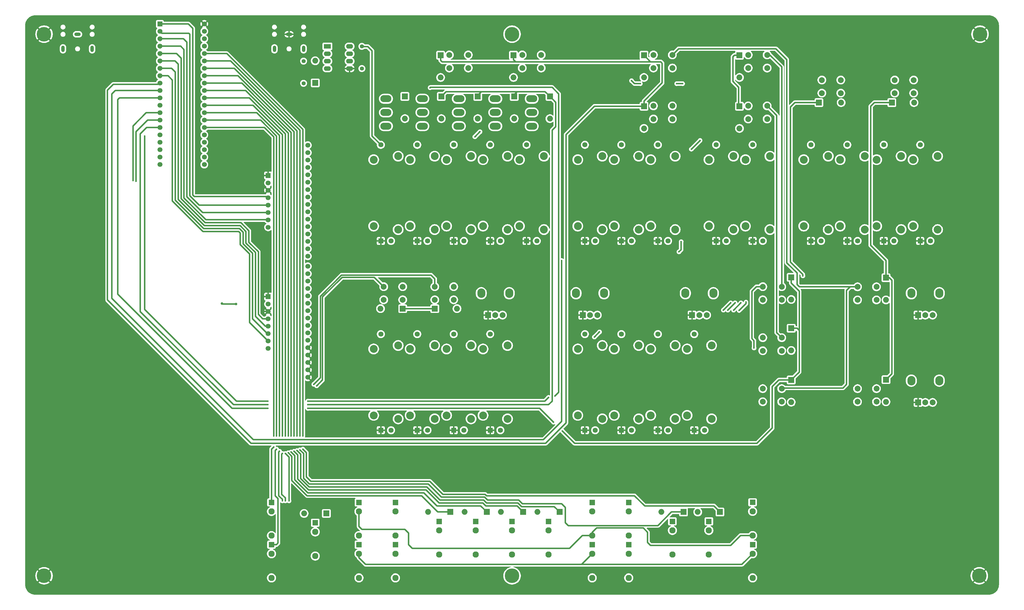
<source format=gbr>
%TF.GenerationSoftware,KiCad,Pcbnew,9.0.7*%
%TF.CreationDate,2026-02-06T18:57:41+00:00*%
%TF.ProjectId,WEASEL_KiCad,57454153-454c-45f4-9b69-4361642e6b69,rev?*%
%TF.SameCoordinates,Original*%
%TF.FileFunction,Copper,L2,Bot*%
%TF.FilePolarity,Positive*%
%FSLAX46Y46*%
G04 Gerber Fmt 4.6, Leading zero omitted, Abs format (unit mm)*
G04 Created by KiCad (PCBNEW 9.0.7) date 2026-02-06 18:57:41*
%MOMM*%
%LPD*%
G01*
G04 APERTURE LIST*
%TA.AperFunction,ComponentPad*%
%ADD10C,1.700000*%
%TD*%
%TA.AperFunction,ComponentPad*%
%ADD11R,1.700000X1.700000*%
%TD*%
%TA.AperFunction,ComponentPad*%
%ADD12R,1.750000X1.750000*%
%TD*%
%TA.AperFunction,ComponentPad*%
%ADD13C,1.750000*%
%TD*%
%TA.AperFunction,ComponentPad*%
%ADD14C,2.700000*%
%TD*%
%TA.AperFunction,ComponentPad*%
%ADD15R,1.930000X1.830000*%
%TD*%
%TA.AperFunction,ComponentPad*%
%ADD16C,2.130000*%
%TD*%
%TA.AperFunction,ComponentPad*%
%ADD17R,2.000000X2.000000*%
%TD*%
%TA.AperFunction,ComponentPad*%
%ADD18O,2.000000X2.000000*%
%TD*%
%TA.AperFunction,ComponentPad*%
%ADD19C,5.000000*%
%TD*%
%TA.AperFunction,ComponentPad*%
%ADD20O,2.780000X3.240000*%
%TD*%
%TA.AperFunction,ComponentPad*%
%ADD21C,2.000000*%
%TD*%
%TA.AperFunction,ComponentPad*%
%ADD22C,1.397000*%
%TD*%
%TA.AperFunction,ComponentPad*%
%ADD23R,2.400000X1.600000*%
%TD*%
%TA.AperFunction,ComponentPad*%
%ADD24O,2.400000X1.600000*%
%TD*%
%TA.AperFunction,ComponentPad*%
%ADD25O,1.200000X2.200000*%
%TD*%
%TA.AperFunction,ComponentPad*%
%ADD26O,2.200000X1.200000*%
%TD*%
%TA.AperFunction,ComponentPad*%
%ADD27O,3.800000X2.400000*%
%TD*%
%TA.AperFunction,ViaPad*%
%ADD28C,0.600000*%
%TD*%
%TA.AperFunction,ViaPad*%
%ADD29C,0.900000*%
%TD*%
%TA.AperFunction,Conductor*%
%ADD30C,0.500000*%
%TD*%
G04 APERTURE END LIST*
D10*
%TO.P,U1,1,vout*%
%TO.N,MUX1_SIGNAL*%
X98350000Y-85310000D03*
%TO.P,U1,2,i7*%
%TO.N,Net-(U1-i7)*%
X111950000Y-74910000D03*
%TO.P,U1,3,i6*%
%TO.N,Net-(U1-i6)*%
X111950000Y-72370000D03*
%TO.P,U1,4,i5*%
%TO.N,Net-(U1-i5)*%
X111950000Y-69830000D03*
%TO.P,U1,5,i4*%
%TO.N,Net-(U1-i4)*%
X111950000Y-67290000D03*
%TO.P,U1,6,i3*%
%TO.N,Net-(U1-i3)*%
X111950000Y-64750000D03*
%TO.P,U1,7,i2*%
%TO.N,Net-(U1-i2)*%
X111950000Y-62210000D03*
%TO.P,U1,8,i1*%
%TO.N,Net-(U1-i1)*%
X111950000Y-59670000D03*
%TO.P,U1,9,i0*%
%TO.N,Net-(U1-i0)*%
X111950000Y-57130000D03*
%TO.P,U1,10,s0*%
%TO.N,MUX1_S0*%
X98350000Y-75150000D03*
%TO.P,U1,11,s1*%
%TO.N,MUX1_S1*%
X98350000Y-77690000D03*
D11*
%TO.P,U1,12,gnd*%
%TO.N,GND*%
X98350000Y-67530000D03*
D10*
%TO.P,U1,13,s3*%
%TO.N,MUX1_S3*%
X98350000Y-82770000D03*
%TO.P,U1,14,s2*%
%TO.N,MUX1_S2*%
X98350000Y-80230000D03*
%TO.P,U1,15,e*%
%TO.N,GND*%
X98350000Y-72610000D03*
%TO.P,U1,16,i15*%
%TO.N,Net-(U1-i15)*%
X111950000Y-95230000D03*
%TO.P,U1,17,i14*%
%TO.N,Net-(U1-i14)*%
X111950000Y-92690000D03*
%TO.P,U1,18,i13*%
%TO.N,Net-(U1-i13)*%
X111950000Y-90150000D03*
%TO.P,U1,19,i12*%
%TO.N,Net-(U1-i12)*%
X111950000Y-87610000D03*
%TO.P,U1,20,i11*%
%TO.N,Net-(U1-i11)*%
X111950000Y-85070000D03*
%TO.P,U1,21,i10*%
%TO.N,Net-(U1-i10)*%
X111950000Y-82530000D03*
%TO.P,U1,22,i9*%
%TO.N,Net-(U1-i9)*%
X111950000Y-79990000D03*
%TO.P,U1,23,i8*%
%TO.N,Net-(U1-i8)*%
X111950000Y-77450000D03*
%TO.P,U1,24,vcc*%
%TO.N,Vcc*%
X98350000Y-70070000D03*
%TD*%
%TO.P,U2,1,vout*%
%TO.N,MUX2_SIGNAL*%
X98350000Y-126910000D03*
%TO.P,U2,2,i7*%
%TO.N,Net-(U2-i7)*%
X111950000Y-116510000D03*
%TO.P,U2,3,i6*%
%TO.N,Net-(U2-i6)*%
X111950000Y-113970000D03*
%TO.P,U2,4,i5*%
%TO.N,Net-(U2-i5)*%
X111950000Y-111430000D03*
%TO.P,U2,5,i4*%
%TO.N,Net-(U2-i4)*%
X111950000Y-108890000D03*
%TO.P,U2,6,i3*%
%TO.N,Net-(U2-i3)*%
X111950000Y-106350000D03*
%TO.P,U2,7,i2*%
%TO.N,Net-(U2-i2)*%
X111950000Y-103810000D03*
%TO.P,U2,8,i1*%
%TO.N,Net-(U2-i1)*%
X111950000Y-101270000D03*
%TO.P,U2,9,i0*%
%TO.N,Net-(U2-i0)*%
X111950000Y-98730000D03*
%TO.P,U2,10,s0*%
%TO.N,MUX2_S0*%
X98350000Y-116750000D03*
%TO.P,U2,11,s1*%
%TO.N,MUX2_S1*%
X98350000Y-119290000D03*
D11*
%TO.P,U2,12,gnd*%
%TO.N,GND*%
X98350000Y-109130000D03*
D10*
%TO.P,U2,13,s3*%
%TO.N,MUX2_S3*%
X98350000Y-124370000D03*
%TO.P,U2,14,s2*%
%TO.N,MUX2_S2*%
X98350000Y-121830000D03*
%TO.P,U2,15,e*%
%TO.N,GND*%
X98350000Y-114210000D03*
%TO.P,U2,16,i15*%
X111950000Y-136830000D03*
%TO.P,U2,17,i14*%
X111950000Y-134290000D03*
%TO.P,U2,18,i13*%
X111950000Y-131750000D03*
%TO.P,U2,19,i12*%
X111950000Y-129210000D03*
%TO.P,U2,20,i11*%
X111950000Y-126670000D03*
%TO.P,U2,21,i10*%
%TO.N,Net-(U2-i10)*%
X111950000Y-124130000D03*
%TO.P,U2,22,i9*%
%TO.N,Net-(U2-i9)*%
X111950000Y-121590000D03*
%TO.P,U2,23,i8*%
%TO.N,Net-(U2-i8)*%
X111950000Y-119050000D03*
%TO.P,U2,24,vcc*%
%TO.N,Vcc*%
X98350000Y-111670000D03*
%TD*%
D12*
%TO.P,RV10,1,1*%
%TO.N,GND*%
X264500000Y-90000000D03*
D13*
%TO.P,RV10,2,2*%
%TO.N,Net-(U1-i9)*%
X268000000Y-90000000D03*
%TO.P,RV10,3,3*%
%TO.N,Vcc*%
X264500000Y-57000000D03*
D14*
%TO.P,RV10,MP*%
%TO.N,N/C*%
X270450000Y-86100000D03*
X262050000Y-84900000D03*
X262050000Y-62100000D03*
X270450000Y-60900000D03*
%TD*%
D15*
%TO.P,J16,S*%
%TO.N,Net-(D24-A)*%
X157002700Y-186300000D03*
D16*
%TO.P,J16,T*%
X157002700Y-197700000D03*
%TO.P,J16,TN*%
X157002700Y-189400000D03*
%TD*%
D15*
%TO.P,J21,S*%
%TO.N,Net-(D29-A)*%
X249502700Y-186300000D03*
D16*
%TO.P,J21,T*%
X249502700Y-197700000D03*
%TO.P,J21,TN*%
X249502700Y-189400000D03*
%TD*%
D17*
%TO.P,D3,1,K*%
%TO.N,Y0*%
X157500000Y-26250000D03*
D18*
%TO.P,D3,2,A*%
%TO.N,Net-(D3-A)*%
X157500000Y-33870000D03*
%TD*%
D12*
%TO.P,RV9,1,1*%
%TO.N,GND*%
X252000000Y-90000000D03*
D13*
%TO.P,RV9,2,2*%
%TO.N,Net-(U1-i8)*%
X255500000Y-90000000D03*
%TO.P,RV9,3,3*%
%TO.N,Vcc*%
X252000000Y-57000000D03*
D14*
%TO.P,RV9,MP*%
%TO.N,N/C*%
X257950000Y-86100000D03*
X249550000Y-84900000D03*
X249550000Y-62100000D03*
X257950000Y-60900000D03*
%TD*%
D15*
%TO.P,J7,S*%
%TO.N,B1*%
X142002700Y-194300000D03*
D16*
%TO.P,J7,T*%
X142002700Y-205700000D03*
%TO.P,J7,TN*%
X142002700Y-197400000D03*
%TD*%
D19*
%TO.P,,*%
%TO.N,GND*%
X21500000Y-205000000D03*
%TD*%
D17*
%TO.P,D1,1,K*%
%TO.N,Net-(D1-K)*%
X114500000Y-35750000D03*
D18*
%TO.P,D1,2,A*%
%TO.N,Net-(D1-A)*%
X114500000Y-28130000D03*
%TD*%
D15*
%TO.P,J18,S*%
%TO.N,Net-(D26-A)*%
X182002700Y-186300000D03*
D16*
%TO.P,J18,T*%
X182002700Y-197700000D03*
%TO.P,J18,TN*%
X182002700Y-189400000D03*
%TD*%
D15*
%TO.P,J12,S*%
%TO.N,B3*%
X129502700Y-194300000D03*
D16*
%TO.P,J12,T*%
X129502700Y-205700000D03*
%TO.P,J12,TN*%
X129502700Y-197400000D03*
%TD*%
D12*
%TO.P,RV8,1,1*%
%TO.N,GND*%
X232000000Y-90000000D03*
D13*
%TO.P,RV8,2,2*%
%TO.N,Net-(U1-i7)*%
X235500000Y-90000000D03*
%TO.P,RV8,3,3*%
%TO.N,Vcc*%
X232000000Y-57000000D03*
D14*
%TO.P,RV8,MP*%
%TO.N,N/C*%
X237950000Y-86100000D03*
X229550000Y-84900000D03*
X229550000Y-62100000D03*
X237950000Y-60900000D03*
%TD*%
D20*
%TO.P,RV26,*%
%TO.N,*%
X318947300Y-107965800D03*
X328547300Y-107965800D03*
D17*
%TO.P,RV26,1,1*%
%TO.N,GND*%
X321247300Y-115465800D03*
D21*
%TO.P,RV26,2,2*%
%TO.N,Net-(U2-i9)*%
X323747300Y-115465800D03*
%TO.P,RV26,3,3*%
%TO.N,Vcc*%
X326247300Y-115465800D03*
%TD*%
D17*
%TO.P,D13,1,K*%
%TO.N,Y2*%
X277750000Y-137750000D03*
D18*
%TO.P,D13,2,A*%
%TO.N,Net-(D13-A)*%
X277750000Y-145370000D03*
%TD*%
D17*
%TO.P,D16,1,K*%
%TO.N,Y3*%
X310250000Y-137630000D03*
D18*
%TO.P,D16,2,A*%
%TO.N,Net-(D16-A)*%
X310250000Y-145250000D03*
%TD*%
D12*
%TO.P,RV22,1,1*%
%TO.N,GND*%
X284500000Y-90000000D03*
D13*
%TO.P,RV22,2,2*%
%TO.N,Net-(U2-i5)*%
X288000000Y-90000000D03*
%TO.P,RV22,3,3*%
%TO.N,Vcc*%
X284500000Y-57000000D03*
D14*
%TO.P,RV22,MP*%
%TO.N,N/C*%
X290450000Y-86100000D03*
X282050000Y-84900000D03*
X282050000Y-62100000D03*
X290450000Y-60900000D03*
%TD*%
D21*
%TO.P,SW2,1,1*%
%TO.N,X1*%
X185500000Y-26130000D03*
X192000000Y-26130000D03*
%TO.P,SW2,2,2*%
%TO.N,Net-(D4-A)*%
X185500000Y-30630000D03*
X192000000Y-30630000D03*
%TD*%
D17*
%TO.P,D8,1,K*%
%TO.N,Y1*%
X260000000Y-43750000D03*
D18*
%TO.P,D8,2,A*%
%TO.N,Net-(D8-A)*%
X260000000Y-51370000D03*
%TD*%
D15*
%TO.P,J8,S*%
%TO.N,B1*%
X222002700Y-194300000D03*
D16*
%TO.P,J8,T*%
X222002700Y-205700000D03*
%TO.P,J8,TN*%
X222002700Y-197400000D03*
%TD*%
D17*
%TO.P,D26,1,K*%
%TO.N,A3*%
X185810000Y-183080000D03*
D18*
%TO.P,D26,2,A*%
%TO.N,Net-(D26-A)*%
X178190000Y-183080000D03*
%TD*%
D17*
%TO.P,D6,1,K*%
%TO.N,Y0*%
X227250000Y-43750000D03*
D18*
%TO.P,D6,2,A*%
%TO.N,Net-(D6-A)*%
X227250000Y-51370000D03*
%TD*%
D15*
%TO.P,J17,S*%
%TO.N,Net-(D25-A)*%
X169502700Y-186300000D03*
D16*
%TO.P,J17,T*%
X169502700Y-197700000D03*
%TO.P,J17,TN*%
X169502700Y-189400000D03*
%TD*%
D12*
%TO.P,RV3,1,1*%
%TO.N,GND*%
X162000000Y-90000000D03*
D13*
%TO.P,RV3,2,2*%
%TO.N,Net-(U1-i2)*%
X165500000Y-90000000D03*
%TO.P,RV3,3,3*%
%TO.N,Vcc*%
X162000000Y-57000000D03*
D14*
%TO.P,RV3,MP*%
%TO.N,N/C*%
X167950000Y-86100000D03*
X159550000Y-84900000D03*
X159550000Y-62100000D03*
X167950000Y-60900000D03*
%TD*%
D15*
%TO.P,J13,S*%
%TO.N,B3*%
X209502700Y-194300000D03*
D16*
%TO.P,J13,T*%
X209502700Y-205700000D03*
%TO.P,J13,TN*%
X209502700Y-197400000D03*
%TD*%
D17*
%TO.P,D23,1,K*%
%TO.N,A0*%
X118310000Y-183580000D03*
D18*
%TO.P,D23,2,A*%
%TO.N,Net-(D23-A)*%
X110690000Y-183580000D03*
%TD*%
D17*
%TO.P,D22,1,K*%
%TO.N,Y4*%
X195000000Y-40380000D03*
D18*
%TO.P,D22,2,A*%
%TO.N,Net-(D22-A)*%
X195000000Y-48000000D03*
%TD*%
D22*
%TO.P,R2,1*%
%TO.N,Vcc*%
X130500000Y-23190000D03*
%TO.P,R2,2*%
%TO.N,MIDI_INPUT*%
X130500000Y-30810000D03*
%TD*%
D17*
%TO.P,D9,1,K*%
%TO.N,Y1*%
X155500000Y-113250000D03*
D18*
%TO.P,D9,2,A*%
%TO.N,Net-(D9-A)*%
X163120000Y-113250000D03*
%TD*%
D12*
%TO.P,RV13,1,1*%
%TO.N,GND*%
X162000000Y-155000000D03*
D13*
%TO.P,RV13,2,2*%
%TO.N,Net-(U1-i13)*%
X165500000Y-155000000D03*
%TO.P,RV13,3,3*%
%TO.N,Vcc*%
X162000000Y-122000000D03*
D14*
%TO.P,RV13,MP*%
%TO.N,N/C*%
X167950000Y-151100000D03*
X159550000Y-149900000D03*
X159550000Y-127100000D03*
X167950000Y-125900000D03*
%TD*%
D21*
%TO.P,SW15,1,1*%
%TO.N,X2*%
X300497300Y-105750000D03*
X306997300Y-105750000D03*
%TO.P,SW15,2,2*%
%TO.N,Net-(D17-A)*%
X300497300Y-110250000D03*
X306997300Y-110250000D03*
%TD*%
%TO.P,SW3,1,1*%
%TO.N,X2*%
X230500000Y-26130000D03*
X237000000Y-26130000D03*
%TO.P,SW3,2,2*%
%TO.N,Net-(D5-A)*%
X230500000Y-30630000D03*
X237000000Y-30630000D03*
%TD*%
D20*
%TO.P,RV27,*%
%TO.N,*%
X318947300Y-137965800D03*
X328547300Y-137965800D03*
D17*
%TO.P,RV27,1,1*%
%TO.N,GND*%
X321247300Y-145465800D03*
D21*
%TO.P,RV27,2,2*%
%TO.N,Net-(U2-i10)*%
X323747300Y-145465800D03*
%TO.P,RV27,3,3*%
%TO.N,Vcc*%
X326247300Y-145465800D03*
%TD*%
D12*
%TO.P,RV19,1,1*%
%TO.N,GND*%
X232000000Y-155000000D03*
D13*
%TO.P,RV19,2,2*%
%TO.N,Net-(U2-i2)*%
X235500000Y-155000000D03*
%TO.P,RV19,3,3*%
%TO.N,Vcc*%
X232000000Y-122000000D03*
D14*
%TO.P,RV19,MP*%
%TO.N,N/C*%
X237950000Y-151100000D03*
X229550000Y-149900000D03*
X229550000Y-127100000D03*
X237950000Y-125900000D03*
%TD*%
D17*
%TO.P,D29,1,K*%
%TO.N,A6*%
X253310000Y-183080000D03*
D18*
%TO.P,D29,2,A*%
%TO.N,Net-(D29-A)*%
X245690000Y-183080000D03*
%TD*%
D21*
%TO.P,SW9,1,1*%
%TO.N,X0*%
X267997300Y-105715800D03*
X274497300Y-105715800D03*
%TO.P,SW9,2,2*%
%TO.N,Net-(D11-A)*%
X267997300Y-110215800D03*
X274497300Y-110215800D03*
%TD*%
D12*
%TO.P,RV23,1,1*%
%TO.N,GND*%
X297000000Y-90000000D03*
D13*
%TO.P,RV23,2,2*%
%TO.N,Net-(U2-i6)*%
X300500000Y-90000000D03*
%TO.P,RV23,3,3*%
%TO.N,Vcc*%
X297000000Y-57000000D03*
D14*
%TO.P,RV23,MP*%
%TO.N,N/C*%
X302950000Y-86100000D03*
X294550000Y-84900000D03*
X294550000Y-62100000D03*
X302950000Y-60900000D03*
%TD*%
D20*
%TO.P,RV21,*%
%TO.N,*%
X241447300Y-107965800D03*
X251047300Y-107965800D03*
D17*
%TO.P,RV21,1,1*%
%TO.N,GND*%
X243747300Y-115465800D03*
D21*
%TO.P,RV21,2,2*%
%TO.N,Net-(U2-i4)*%
X246247300Y-115465800D03*
%TO.P,RV21,3,3*%
%TO.N,Vcc*%
X248747300Y-115465800D03*
%TD*%
D15*
%TO.P,J10,S*%
%TO.N,B2*%
X209502700Y-179800000D03*
D16*
%TO.P,J10,T*%
X209502700Y-191200000D03*
%TO.P,J10,TN*%
X209502700Y-182900000D03*
%TD*%
D15*
%TO.P,J6,S*%
%TO.N,B1*%
X99502700Y-194300000D03*
D16*
%TO.P,J6,T*%
X99502700Y-205700000D03*
%TO.P,J6,TN*%
X99502700Y-197400000D03*
%TD*%
D21*
%TO.P,SW5,1,1*%
%TO.N,X0*%
X263000000Y-26130000D03*
X269500000Y-26130000D03*
%TO.P,SW5,2,2*%
%TO.N,Net-(D7-A)*%
X263000000Y-30630000D03*
X269500000Y-30630000D03*
%TD*%
D15*
%TO.P,J19,S*%
%TO.N,Net-(D27-A)*%
X194502700Y-186300000D03*
D16*
%TO.P,J19,T*%
X194502700Y-197700000D03*
%TO.P,J19,TN*%
X194502700Y-189400000D03*
%TD*%
D21*
%TO.P,SW8,1,1*%
%TO.N,X3*%
X137997300Y-105715800D03*
X144497300Y-105715800D03*
%TO.P,SW8,2,2*%
%TO.N,Net-(D10-A)*%
X137997300Y-110215800D03*
X144497300Y-110215800D03*
%TD*%
D15*
%TO.P,J5,S*%
%TO.N,B0*%
X222002700Y-179800000D03*
D16*
%TO.P,J5,T*%
X222002700Y-191200000D03*
%TO.P,J5,TN*%
X222002700Y-182900000D03*
%TD*%
D17*
%TO.P,D12,1,K*%
%TO.N,Y2*%
X277750000Y-120000000D03*
D18*
%TO.P,D12,2,A*%
%TO.N,Net-(D12-A)*%
X277750000Y-127620000D03*
%TD*%
D12*
%TO.P,RV20,1,1*%
%TO.N,GND*%
X244500000Y-155000000D03*
D13*
%TO.P,RV20,2,2*%
%TO.N,Net-(U2-i3)*%
X248000000Y-155000000D03*
%TO.P,RV20,3,3*%
%TO.N,Vcc*%
X244500000Y-122000000D03*
D14*
%TO.P,RV20,MP*%
%TO.N,N/C*%
X250450000Y-151100000D03*
X242050000Y-149900000D03*
X242050000Y-127100000D03*
X250450000Y-125900000D03*
%TD*%
D15*
%TO.P,J9,S*%
%TO.N,B2*%
X129502700Y-179800000D03*
D16*
%TO.P,J9,T*%
X129502700Y-191200000D03*
%TO.P,J9,TN*%
X129502700Y-182900000D03*
%TD*%
D12*
%TO.P,RV11,1,1*%
%TO.N,GND*%
X137000000Y-155000000D03*
D13*
%TO.P,RV11,2,2*%
%TO.N,Net-(U1-i10)*%
X140500000Y-155000000D03*
%TO.P,RV11,3,3*%
%TO.N,Vcc*%
X137000000Y-122000000D03*
D14*
%TO.P,RV11,MP*%
%TO.N,N/C*%
X142950000Y-151100000D03*
X134550000Y-149900000D03*
X134550000Y-127100000D03*
X142950000Y-125900000D03*
%TD*%
D22*
%TO.P,R1,1*%
%TO.N,Net-(J1-PadR)*%
X110500000Y-28250000D03*
%TO.P,R1,2*%
%TO.N,Net-(D1-K)*%
X110500000Y-35870000D03*
%TD*%
D12*
%TO.P,RV6,1,1*%
%TO.N,GND*%
X207000000Y-90000000D03*
D13*
%TO.P,RV6,2,2*%
%TO.N,Net-(U1-i5)*%
X210500000Y-90000000D03*
%TO.P,RV6,3,3*%
%TO.N,Vcc*%
X207000000Y-57000000D03*
D14*
%TO.P,RV6,MP*%
%TO.N,N/C*%
X212950000Y-86100000D03*
X204550000Y-84900000D03*
X204550000Y-62100000D03*
X212950000Y-60900000D03*
%TD*%
D23*
%TO.P,U3,1,NC*%
%TO.N,unconnected-(U3-NC-Pad1)*%
X118675000Y-23200000D03*
D24*
%TO.P,U3,2,C1*%
%TO.N,Net-(D1-K)*%
X118675000Y-25740000D03*
%TO.P,U3,3,C2*%
%TO.N,Net-(D1-A)*%
X118675000Y-28280000D03*
%TO.P,U3,4,NC*%
%TO.N,unconnected-(U3-NC-Pad4)*%
X118675000Y-30820000D03*
%TO.P,U3,5,GND*%
%TO.N,GND*%
X126295000Y-30820000D03*
%TO.P,U3,6,VO2*%
%TO.N,MIDI_INPUT*%
X126295000Y-28280000D03*
%TO.P,U3,7,VO1*%
%TO.N,unconnected-(U3-VO1-Pad7)*%
X126295000Y-25740000D03*
%TO.P,U3,8,VCC*%
%TO.N,Vcc*%
X126295000Y-23200000D03*
%TD*%
D21*
%TO.P,SW13,1,1*%
%TO.N,X0*%
X313250000Y-34750000D03*
X319750000Y-34750000D03*
%TO.P,SW13,2,2*%
%TO.N,Net-(D15-A)*%
X313250000Y-39250000D03*
X319750000Y-39250000D03*
%TD*%
D12*
%TO.P,RV25,1,1*%
%TO.N,GND*%
X322000000Y-90000000D03*
D13*
%TO.P,RV25,2,2*%
%TO.N,Net-(U2-i8)*%
X325500000Y-90000000D03*
%TO.P,RV25,3,3*%
%TO.N,Vcc*%
X322000000Y-57000000D03*
D14*
%TO.P,RV25,MP*%
%TO.N,N/C*%
X327950000Y-86100000D03*
X319550000Y-84900000D03*
X319550000Y-62100000D03*
X327950000Y-60900000D03*
%TD*%
D20*
%TO.P,RV18,*%
%TO.N,*%
X203947300Y-107965800D03*
X213547300Y-107965800D03*
D17*
%TO.P,RV18,1,1*%
%TO.N,GND*%
X206247300Y-115465800D03*
D21*
%TO.P,RV18,2,2*%
%TO.N,Net-(U2-i1)*%
X208747300Y-115465800D03*
%TO.P,RV18,3,3*%
%TO.N,Vcc*%
X211247300Y-115465800D03*
%TD*%
D19*
%TO.P,,*%
%TO.N,GND*%
X342250000Y-205000000D03*
%TD*%
D25*
%TO.P,J2,R*%
%TO.N,OUT_R*%
X38000000Y-24050000D03*
D26*
%TO.P,J2,S*%
%TO.N,AGND*%
X33000000Y-19050000D03*
D25*
%TO.P,J2,T*%
%TO.N,OUT_L*%
X28000000Y-24050000D03*
%TD*%
D15*
%TO.P,J3,S*%
%TO.N,B0*%
X99500000Y-179800000D03*
D16*
%TO.P,J3,T*%
X99500000Y-191200000D03*
%TO.P,J3,TN*%
X99500000Y-182900000D03*
%TD*%
D20*
%TO.P,RV15,*%
%TO.N,*%
X171447300Y-107965800D03*
X181047300Y-107965800D03*
D17*
%TO.P,RV15,1,1*%
%TO.N,GND*%
X173747300Y-115465800D03*
D21*
%TO.P,RV15,2,2*%
%TO.N,Net-(U1-i12)*%
X176247300Y-115465800D03*
%TO.P,RV15,3,3*%
%TO.N,Vcc*%
X178747300Y-115465800D03*
%TD*%
D15*
%TO.P,J20,S*%
%TO.N,Net-(D28-A)*%
X237002700Y-186300000D03*
D16*
%TO.P,J20,T*%
X237002700Y-197700000D03*
%TO.P,J20,TN*%
X237002700Y-189400000D03*
%TD*%
D17*
%TO.P,D18,1,K*%
%TO.N,Y3*%
X145250000Y-40380000D03*
D18*
%TO.P,D18,2,A*%
%TO.N,Net-(D18-A)*%
X145250000Y-48000000D03*
%TD*%
D12*
%TO.P,RV24,1,1*%
%TO.N,GND*%
X309500000Y-90000000D03*
D13*
%TO.P,RV24,2,2*%
%TO.N,Net-(U2-i7)*%
X313000000Y-90000000D03*
%TO.P,RV24,3,3*%
%TO.N,Vcc*%
X309500000Y-57000000D03*
D14*
%TO.P,RV24,MP*%
%TO.N,N/C*%
X315450000Y-86100000D03*
X307050000Y-84900000D03*
X307050000Y-62100000D03*
X315450000Y-60900000D03*
%TD*%
D27*
%TO.P,SW19,1,A*%
%TO.N,Net-(D21-A)*%
X176250000Y-41180000D03*
%TO.P,SW19,2,B*%
%TO.N,X2*%
X176250000Y-45880000D03*
%TO.P,SW19,3,C*%
%TO.N,unconnected-(SW19-C-Pad3)*%
X176250000Y-50580000D03*
%TD*%
D17*
%TO.P,D24,1,K*%
%TO.N,A1*%
X160810000Y-183080000D03*
D18*
%TO.P,D24,2,A*%
%TO.N,Net-(D24-A)*%
X153190000Y-183080000D03*
%TD*%
D17*
%TO.P,D20,1,K*%
%TO.N,Y4*%
X170250000Y-40380000D03*
D18*
%TO.P,D20,2,A*%
%TO.N,Net-(D20-A)*%
X170250000Y-48000000D03*
%TD*%
D17*
%TO.P,D7,1,K*%
%TO.N,Y1*%
X260000000Y-26250000D03*
D18*
%TO.P,D7,2,A*%
%TO.N,Net-(D7-A)*%
X260000000Y-33870000D03*
%TD*%
D21*
%TO.P,SW6,1,1*%
%TO.N,X1*%
X263000000Y-43630000D03*
X269500000Y-43630000D03*
%TO.P,SW6,2,2*%
%TO.N,Net-(D8-A)*%
X263000000Y-48130000D03*
X269500000Y-48130000D03*
%TD*%
D17*
%TO.P,D11,1,K*%
%TO.N,Y2*%
X277750000Y-102500000D03*
D18*
%TO.P,D11,2,A*%
%TO.N,Net-(D11-A)*%
X277750000Y-110120000D03*
%TD*%
D15*
%TO.P,J4,S*%
%TO.N,B0*%
X142002700Y-179800000D03*
D16*
%TO.P,J4,T*%
X142002700Y-191200000D03*
%TO.P,J4,TN*%
X142002700Y-182900000D03*
%TD*%
D19*
%TO.P,,*%
%TO.N,GND*%
X21500000Y-19000000D03*
%TD*%
D21*
%TO.P,SW1,1,1*%
%TO.N,X0*%
X160500000Y-26130000D03*
X167000000Y-26130000D03*
%TO.P,SW1,2,2*%
%TO.N,Net-(D3-A)*%
X160500000Y-30630000D03*
X167000000Y-30630000D03*
%TD*%
D25*
%TO.P,J1,R*%
%TO.N,Net-(J1-PadR)*%
X110500000Y-24050000D03*
D26*
%TO.P,J1,S*%
%TO.N,GND*%
X105500000Y-19050000D03*
D25*
%TO.P,J1,T*%
%TO.N,Net-(D1-A)*%
X100500000Y-24050000D03*
%TD*%
D21*
%TO.P,SW4,1,1*%
%TO.N,X3*%
X230500000Y-43630000D03*
X237000000Y-43630000D03*
%TO.P,SW4,2,2*%
%TO.N,Net-(D6-A)*%
X230500000Y-48130000D03*
X237000000Y-48130000D03*
%TD*%
D12*
%TO.P,RV14,1,1*%
%TO.N,GND*%
X174500000Y-155000000D03*
D13*
%TO.P,RV14,2,2*%
%TO.N,Net-(U1-i14)*%
X178000000Y-155000000D03*
%TO.P,RV14,3,3*%
%TO.N,Vcc*%
X174500000Y-122000000D03*
D14*
%TO.P,RV14,MP*%
%TO.N,N/C*%
X180450000Y-151100000D03*
X172050000Y-149900000D03*
X172050000Y-127100000D03*
X180450000Y-125900000D03*
%TD*%
D17*
%TO.P,D25,1,K*%
%TO.N,A2*%
X173310000Y-183080000D03*
D18*
%TO.P,D25,2,A*%
%TO.N,Net-(D25-A)*%
X165690000Y-183080000D03*
%TD*%
D17*
%TO.P,D21,1,K*%
%TO.N,Y4*%
X182750000Y-40380000D03*
D18*
%TO.P,D21,2,A*%
%TO.N,Net-(D21-A)*%
X182750000Y-48000000D03*
%TD*%
D12*
%TO.P,RV7,1,1*%
%TO.N,GND*%
X219500000Y-90000000D03*
D13*
%TO.P,RV7,2,2*%
%TO.N,Net-(U1-i6)*%
X223000000Y-90000000D03*
%TO.P,RV7,3,3*%
%TO.N,Vcc*%
X219500000Y-57000000D03*
D14*
%TO.P,RV7,MP*%
%TO.N,N/C*%
X225450000Y-86100000D03*
X217050000Y-84900000D03*
X217050000Y-62100000D03*
X225450000Y-60900000D03*
%TD*%
D15*
%TO.P,J15,S*%
%TO.N,Net-(D23-A)*%
X114502700Y-186800000D03*
D16*
%TO.P,J15,T*%
X114502700Y-198200000D03*
%TO.P,J15,TN*%
X114502700Y-189900000D03*
%TD*%
D12*
%TO.P,RV17,1,1*%
%TO.N,GND*%
X219500000Y-155000000D03*
D13*
%TO.P,RV17,2,2*%
%TO.N,Net-(U2-i0)*%
X223000000Y-155000000D03*
%TO.P,RV17,3,3*%
%TO.N,Vcc*%
X219500000Y-122000000D03*
D14*
%TO.P,RV17,MP*%
%TO.N,N/C*%
X225450000Y-151100000D03*
X217050000Y-149900000D03*
X217050000Y-127100000D03*
X225450000Y-125900000D03*
%TD*%
D15*
%TO.P,J11,S*%
%TO.N,B2*%
X264502700Y-179770000D03*
D16*
%TO.P,J11,T*%
X264502700Y-191170000D03*
%TO.P,J11,TN*%
X264502700Y-182870000D03*
%TD*%
D19*
%TO.P,,*%
%TO.N,GND*%
X182000000Y-205000000D03*
%TD*%
D12*
%TO.P,RV5,1,1*%
%TO.N,GND*%
X187000000Y-90000000D03*
D13*
%TO.P,RV5,2,2*%
%TO.N,Net-(U1-i4)*%
X190500000Y-90000000D03*
%TO.P,RV5,3,3*%
%TO.N,Vcc*%
X187000000Y-57000000D03*
D14*
%TO.P,RV5,MP*%
%TO.N,N/C*%
X192950000Y-86100000D03*
X184550000Y-84900000D03*
X184550000Y-62100000D03*
X192950000Y-60900000D03*
%TD*%
D21*
%TO.P,SW14,1,1*%
%TO.N,X1*%
X300497300Y-140715800D03*
X306997300Y-140715800D03*
%TO.P,SW14,2,2*%
%TO.N,Net-(D16-A)*%
X300497300Y-145215800D03*
X306997300Y-145215800D03*
%TD*%
%TO.P,SW10,1,1*%
%TO.N,X1*%
X267997300Y-123215800D03*
X274497300Y-123215800D03*
%TO.P,SW10,2,2*%
%TO.N,Net-(D12-A)*%
X267997300Y-127715800D03*
X274497300Y-127715800D03*
%TD*%
D12*
%TO.P,RV1,1,1*%
%TO.N,GND*%
X137000000Y-90000000D03*
D13*
%TO.P,RV1,2,2*%
%TO.N,Net-(U1-i0)*%
X140500000Y-90000000D03*
%TO.P,RV1,3,3*%
%TO.N,Vcc*%
X137000000Y-57000000D03*
D14*
%TO.P,RV1,MP*%
%TO.N,N/C*%
X142950000Y-86100000D03*
X134550000Y-84900000D03*
X134550000Y-62100000D03*
X142950000Y-60900000D03*
%TD*%
D21*
%TO.P,SW11,1,1*%
%TO.N,X2*%
X267997300Y-140715800D03*
X274497300Y-140715800D03*
%TO.P,SW11,2,2*%
%TO.N,Net-(D13-A)*%
X267997300Y-145215800D03*
X274497300Y-145215800D03*
%TD*%
%TO.P,SW7,1,1*%
%TO.N,X2*%
X155497300Y-105715800D03*
X161997300Y-105715800D03*
%TO.P,SW7,2,2*%
%TO.N,Net-(D9-A)*%
X155497300Y-110215800D03*
X161997300Y-110215800D03*
%TD*%
D27*
%TO.P,SW18,1,A*%
%TO.N,Net-(D20-A)*%
X163750000Y-41180000D03*
%TO.P,SW18,2,B*%
%TO.N,X1*%
X163750000Y-45880000D03*
%TO.P,SW18,3,C*%
%TO.N,unconnected-(SW18-C-Pad3)*%
X163750000Y-50580000D03*
%TD*%
D11*
%TO.P,A1,1,USB_ID*%
%TO.N,MUX1_S0*%
X61210000Y-15500000D03*
D10*
%TO.P,A1,2,SD_DATA_3*%
%TO.N,MUX1_S1*%
X61210000Y-18040000D03*
%TO.P,A1,3,SD_DATA_2*%
%TO.N,MUX1_S2*%
X61210000Y-20580000D03*
%TO.P,A1,4,SD_DATA_1*%
%TO.N,MUX1_S3*%
X61210000Y-23120000D03*
%TO.P,A1,5,SD_DATA_0*%
%TO.N,MUX2_S0*%
X61210000Y-25660000D03*
%TO.P,A1,6,SD_CMD*%
%TO.N,MUX2_S1*%
X61210000Y-28200000D03*
%TO.P,A1,7,SD_CLK*%
%TO.N,MUX2_S2*%
X61210000Y-30740000D03*
%TO.P,A1,8,SPI1_CS*%
%TO.N,MUX2_S3*%
X61210000Y-33280000D03*
%TO.P,A1,9,SPI1_SCK*%
%TO.N,Y0*%
X61210000Y-35820000D03*
%TO.P,A1,10,SPI1_POCI*%
%TO.N,Y1*%
X61210000Y-38360000D03*
%TO.P,A1,11,SPI1_PICO*%
%TO.N,Y2*%
X61210000Y-40900000D03*
%TO.P,A1,12,I2C1_SCL*%
%TO.N,Y3*%
X61210000Y-43440000D03*
%TO.P,A1,13,I2C1_SDA*%
%TO.N,X0*%
X61210000Y-45980000D03*
%TO.P,A1,14,USART1_TX*%
%TO.N,X1*%
X61210000Y-48520000D03*
%TO.P,A1,15,USART1_RX*%
%TO.N,Y4*%
X61210000Y-51060000D03*
%TO.P,A1,16,AUDIO_IN_1*%
%TO.N,unconnected-(A1-AUDIO_IN_1-Pad16)*%
X61210000Y-53600000D03*
%TO.P,A1,17,AUDIO_IN_2*%
%TO.N,unconnected-(A1-AUDIO_IN_2-Pad17)*%
X61210000Y-56140000D03*
%TO.P,A1,18,AUDIO_OUT_1*%
%TO.N,OUT_L*%
X61210000Y-58680000D03*
%TO.P,A1,19,AUDIO_OUT_2*%
%TO.N,OUT_R*%
X61210000Y-61220000D03*
%TO.P,A1,20,AGND*%
%TO.N,AGND*%
X61210000Y-63760000D03*
%TO.P,A1,21,3V3_A*%
%TO.N,unconnected-(A1-3V3_A-Pad21)*%
X76450000Y-63760000D03*
%TO.P,A1,22,ADC_0*%
%TO.N,MUX1_SIGNAL*%
X76450000Y-61220000D03*
%TO.P,A1,23,ADC_1*%
%TO.N,MUX2_SIGNAL*%
X76450000Y-58680000D03*
%TO.P,A1,24,ADC_2*%
%TO.N,X2*%
X76450000Y-56140000D03*
%TO.P,A1,25,ADC_3*%
%TO.N,X3*%
X76450000Y-53600000D03*
%TO.P,A1,26,ADC_4*%
%TO.N,B0*%
X76450000Y-51060000D03*
%TO.P,A1,27,ADC_5*%
%TO.N,B1*%
X76450000Y-48520000D03*
%TO.P,A1,28,ADC_6*%
%TO.N,B2*%
X76450000Y-45980000D03*
%TO.P,A1,29,DAC_OUT2*%
%TO.N,B3*%
X76450000Y-43440000D03*
%TO.P,A1,30,DAC_OUT1*%
%TO.N,A0*%
X76450000Y-40900000D03*
%TO.P,A1,31,SAI2_MCLK*%
%TO.N,A1*%
X76450000Y-38360000D03*
%TO.P,A1,32,SAI2_SD_B*%
%TO.N,A2*%
X76450000Y-35820000D03*
%TO.P,A1,33,SAI2_SD_A*%
%TO.N,A3*%
X76450000Y-33280000D03*
%TO.P,A1,34,SAI2_FS*%
%TO.N,A4*%
X76450000Y-30740000D03*
%TO.P,A1,35,SAI2_SCK*%
%TO.N,A5*%
X76450000Y-28200000D03*
%TO.P,A1,36,USB_D_-*%
%TO.N,A6*%
X76450000Y-25660000D03*
%TO.P,A1,37,USB_D_+*%
%TO.N,MIDI_INPUT*%
X76450000Y-23120000D03*
%TO.P,A1,38,3V3_D*%
%TO.N,Vcc*%
X76450000Y-20580000D03*
%TO.P,A1,39,VIN*%
%TO.N,unconnected-(A1-VIN-Pad39)*%
X76450000Y-18040000D03*
%TO.P,A1,40,DGND*%
%TO.N,GND*%
X76450000Y-15500000D03*
%TD*%
D12*
%TO.P,RV16,1,1*%
%TO.N,GND*%
X207000000Y-155000000D03*
D13*
%TO.P,RV16,2,2*%
%TO.N,Net-(U1-i15)*%
X210500000Y-155000000D03*
%TO.P,RV16,3,3*%
%TO.N,Vcc*%
X207000000Y-122000000D03*
D14*
%TO.P,RV16,MP*%
%TO.N,N/C*%
X212950000Y-151100000D03*
X204550000Y-149900000D03*
X204550000Y-127100000D03*
X212950000Y-125900000D03*
%TD*%
D19*
%TO.P,,*%
%TO.N,GND*%
X342500000Y-19000000D03*
%TD*%
D17*
%TO.P,D4,1,K*%
%TO.N,Y0*%
X182500000Y-26250000D03*
D18*
%TO.P,D4,2,A*%
%TO.N,Net-(D4-A)*%
X182500000Y-33870000D03*
%TD*%
D17*
%TO.P,D19,1,K*%
%TO.N,Y4*%
X157750000Y-40380000D03*
D18*
%TO.P,D19,2,A*%
%TO.N,Net-(D19-A)*%
X157750000Y-48000000D03*
%TD*%
D27*
%TO.P,SW16,1,A*%
%TO.N,Net-(D18-A)*%
X138750000Y-41180000D03*
%TO.P,SW16,2,B*%
%TO.N,X3*%
X138750000Y-45880000D03*
%TO.P,SW16,3,C*%
%TO.N,unconnected-(SW16-C-Pad3)*%
X138750000Y-50580000D03*
%TD*%
D15*
%TO.P,J14,S*%
%TO.N,B3*%
X264502700Y-194300000D03*
D16*
%TO.P,J14,T*%
X264502700Y-205700000D03*
%TO.P,J14,TN*%
X264502700Y-197400000D03*
%TD*%
D19*
%TO.P,,*%
%TO.N,*%
X182000000Y-205000000D03*
%TD*%
D17*
%TO.P,D27,1,K*%
%TO.N,A4*%
X198310000Y-183080000D03*
D18*
%TO.P,D27,2,A*%
%TO.N,Net-(D27-A)*%
X190690000Y-183080000D03*
%TD*%
D19*
%TO.P,,*%
%TO.N,*%
X182000000Y-19000000D03*
%TD*%
D12*
%TO.P,RV2,1,1*%
%TO.N,GND*%
X149500000Y-90000000D03*
D13*
%TO.P,RV2,2,2*%
%TO.N,Net-(U1-i1)*%
X153000000Y-90000000D03*
%TO.P,RV2,3,3*%
%TO.N,Vcc*%
X149500000Y-57000000D03*
D14*
%TO.P,RV2,MP*%
%TO.N,N/C*%
X155450000Y-86100000D03*
X147050000Y-84900000D03*
X147050000Y-62100000D03*
X155450000Y-60900000D03*
%TD*%
D21*
%TO.P,SW12,1,1*%
%TO.N,X3*%
X288250000Y-34750000D03*
X294750000Y-34750000D03*
%TO.P,SW12,2,2*%
%TO.N,Net-(D14-A)*%
X288250000Y-39250000D03*
X294750000Y-39250000D03*
%TD*%
D17*
%TO.P,D14,1,K*%
%TO.N,Y2*%
X287250000Y-42500000D03*
D18*
%TO.P,D14,2,A*%
%TO.N,Net-(D14-A)*%
X294870000Y-42500000D03*
%TD*%
D12*
%TO.P,RV12,1,1*%
%TO.N,GND*%
X149500000Y-155000000D03*
D13*
%TO.P,RV12,2,2*%
%TO.N,Net-(U1-i11)*%
X153000000Y-155000000D03*
%TO.P,RV12,3,3*%
%TO.N,Vcc*%
X149500000Y-122000000D03*
D14*
%TO.P,RV12,MP*%
%TO.N,N/C*%
X155450000Y-151100000D03*
X147050000Y-149900000D03*
X147050000Y-127100000D03*
X155450000Y-125900000D03*
%TD*%
D17*
%TO.P,D28,1,K*%
%TO.N,A5*%
X240810000Y-183080000D03*
D18*
%TO.P,D28,2,A*%
%TO.N,Net-(D28-A)*%
X233190000Y-183080000D03*
%TD*%
D17*
%TO.P,D17,1,K*%
%TO.N,Y3*%
X310250000Y-102630000D03*
D18*
%TO.P,D17,2,A*%
%TO.N,Net-(D17-A)*%
X310250000Y-110250000D03*
%TD*%
D27*
%TO.P,SW17,1,A*%
%TO.N,Net-(D19-A)*%
X151250000Y-41180000D03*
%TO.P,SW17,2,B*%
%TO.N,X0*%
X151250000Y-45880000D03*
%TO.P,SW17,3,C*%
%TO.N,unconnected-(SW17-C-Pad3)*%
X151250000Y-50580000D03*
%TD*%
D12*
%TO.P,RV4,1,1*%
%TO.N,GND*%
X174500000Y-90000000D03*
D13*
%TO.P,RV4,2,2*%
%TO.N,Net-(U1-i3)*%
X178000000Y-90000000D03*
%TO.P,RV4,3,3*%
%TO.N,Vcc*%
X174500000Y-57000000D03*
D14*
%TO.P,RV4,MP*%
%TO.N,N/C*%
X180450000Y-86100000D03*
X172050000Y-84900000D03*
X172050000Y-62100000D03*
X180450000Y-60900000D03*
%TD*%
D17*
%TO.P,D10,1,K*%
%TO.N,Y1*%
X144500000Y-113250000D03*
D18*
%TO.P,D10,2,A*%
%TO.N,Net-(D10-A)*%
X136880000Y-113250000D03*
%TD*%
D17*
%TO.P,D5,1,K*%
%TO.N,Y0*%
X227250000Y-26250000D03*
D18*
%TO.P,D5,2,A*%
%TO.N,Net-(D5-A)*%
X227250000Y-33870000D03*
%TD*%
D27*
%TO.P,SW20,1,A*%
%TO.N,Net-(D22-A)*%
X188750000Y-41180000D03*
%TO.P,SW20,2,B*%
%TO.N,X3*%
X188750000Y-45880000D03*
%TO.P,SW20,3,C*%
%TO.N,unconnected-(SW20-C-Pad3)*%
X188750000Y-50580000D03*
%TD*%
D17*
%TO.P,D15,1,K*%
%TO.N,Y3*%
X312250000Y-42500000D03*
D18*
%TO.P,D15,2,A*%
%TO.N,Net-(D15-A)*%
X319870000Y-42500000D03*
%TD*%
D28*
%TO.N,GND*%
X92000000Y-52250000D03*
X92000000Y-84250000D03*
X92000000Y-55500000D03*
%TO.N,A2*%
X106250000Y-162500000D03*
X106250000Y-157000000D03*
%TO.N,B0*%
X100250000Y-160750000D03*
X100250000Y-157000000D03*
%TO.N,A1*%
X105250000Y-162750000D03*
X105250000Y-157000000D03*
%TO.N,A3*%
X107250000Y-162250000D03*
X107250000Y-157000000D03*
%TO.N,A0*%
X104250000Y-157000000D03*
X104250000Y-163000000D03*
X105500000Y-179250000D03*
%TO.N,A4*%
X108250000Y-162000000D03*
X108250000Y-157000000D03*
%TO.N,A5*%
X109250000Y-161750000D03*
X109250000Y-157000000D03*
%TO.N,A6*%
X110250000Y-161500000D03*
X110250000Y-157000000D03*
%TO.N,B2*%
X103250000Y-179250000D03*
X102250000Y-162250000D03*
X102250000Y-157000000D03*
%TO.N,B3*%
X104250000Y-179250000D03*
X103250000Y-163000000D03*
X103250000Y-157000000D03*
%TO.N,B1*%
X101250000Y-161500000D03*
X101250000Y-157000000D03*
%TO.N,X0*%
X52000000Y-69250000D03*
X265000000Y-126750000D03*
%TO.N,Y3*%
X153875000Y-37375000D03*
X194500000Y-143750000D03*
X98250000Y-145000000D03*
X56000000Y-54000000D03*
X196750000Y-143250000D03*
X112000000Y-145000000D03*
%TO.N,X1*%
X53000000Y-69500000D03*
X240500000Y-36000000D03*
X238500000Y-36000000D03*
X223000000Y-35000000D03*
X226000000Y-36000000D03*
%TO.N,X3*%
X115000000Y-139750000D03*
D29*
%TO.N,Vcc*%
X87330000Y-111670000D03*
X82500000Y-111500000D03*
D28*
%TO.N,Y4*%
X98250000Y-146250000D03*
X112000000Y-146250000D03*
%TO.N,Y1*%
X243500000Y-58500000D03*
X239250000Y-93750000D03*
X246500000Y-55500000D03*
X199000000Y-96750000D03*
X240000000Y-90250000D03*
%TO.N,Y2*%
X112000000Y-147500000D03*
X199250000Y-155250000D03*
X98250000Y-147500000D03*
X196250000Y-152250000D03*
X281750000Y-102000000D03*
%TO.N,X2*%
X169250000Y-54250000D03*
X114000000Y-139250000D03*
X171000000Y-52500000D03*
%TO.N,Net-(U2-i4)*%
X212000000Y-121250000D03*
X210250000Y-123000000D03*
%TO.N,Net-(U2-i5)*%
X257000000Y-111250000D03*
X254500000Y-113750000D03*
%TO.N,Net-(U2-i6)*%
X258500000Y-111250000D03*
X256000000Y-113750000D03*
%TO.N,Net-(U2-i7)*%
X258000000Y-113750000D03*
X260500000Y-111250000D03*
%TO.N,Net-(U2-i8)*%
X262250000Y-111000000D03*
X259875000Y-113875000D03*
%TD*%
D30*
%TO.N,GND*%
X96620000Y-109130000D02*
X96250000Y-109500000D01*
X92000000Y-84250000D02*
X92000000Y-85000000D01*
X96250000Y-113500000D02*
X96960000Y-114210000D01*
X96960000Y-114210000D02*
X98350000Y-114210000D01*
X98350000Y-109130000D02*
X96620000Y-109130000D01*
X98350000Y-94170000D02*
X98350000Y-109130000D01*
X92000000Y-52250000D02*
X92000000Y-55500000D01*
X92750000Y-85750000D02*
X92750000Y-88570000D01*
X92750000Y-88570000D02*
X94700000Y-90520000D01*
X92000000Y-85000000D02*
X92750000Y-85750000D01*
X94700000Y-90520000D02*
X98350000Y-94170000D01*
X96250000Y-109500000D02*
X96250000Y-113500000D01*
%TO.N,MUX1_S3*%
X98330000Y-82750000D02*
X98350000Y-82770000D01*
X69500000Y-24250000D02*
X69500000Y-75250000D01*
X69500000Y-75250000D02*
X77000000Y-82750000D01*
X61840000Y-23120000D02*
X68370000Y-23120000D01*
X68370000Y-23120000D02*
X69500000Y-24250000D01*
X61210000Y-23750000D02*
X61840000Y-23120000D01*
X77000000Y-82750000D02*
X98330000Y-82750000D01*
%TO.N,A2*%
X106250000Y-52750000D02*
X89320000Y-35820000D01*
X106250000Y-162500000D02*
X107500000Y-163750000D01*
X112000000Y-176500000D02*
X151750000Y-176500000D01*
X171230000Y-181000000D02*
X173310000Y-183080000D01*
X106250000Y-157000000D02*
X106250000Y-52750000D01*
X89320000Y-35820000D02*
X76450000Y-35820000D01*
X107500000Y-172000000D02*
X112000000Y-176500000D01*
X151750000Y-176500000D02*
X156250000Y-181000000D01*
X107500000Y-163750000D02*
X107500000Y-172000000D01*
X156250000Y-181000000D02*
X171230000Y-181000000D01*
%TO.N,B0*%
X97060000Y-51060000D02*
X100250000Y-54250000D01*
X100250000Y-160750000D02*
X99500000Y-161500000D01*
X76450000Y-51060000D02*
X97060000Y-51060000D01*
X99500000Y-161500000D02*
X99500000Y-179800000D01*
X100250000Y-54250000D02*
X100250000Y-157000000D01*
%TO.N,A1*%
X156500000Y-183000000D02*
X160730000Y-183000000D01*
X105250000Y-157000000D02*
X105250000Y-53000000D01*
X111750000Y-177500000D02*
X151000000Y-177500000D01*
X90610000Y-38360000D02*
X76450000Y-38360000D01*
X106500000Y-172250000D02*
X111750000Y-177500000D01*
X105250000Y-53000000D02*
X90610000Y-38360000D01*
X160730000Y-183000000D02*
X160810000Y-183080000D01*
X105250000Y-162750000D02*
X106500000Y-164000000D01*
X106500000Y-164000000D02*
X106500000Y-172250000D01*
X151000000Y-177500000D02*
X156500000Y-183000000D01*
%TO.N,A3*%
X173000000Y-181000000D02*
X183730000Y-181000000D01*
X183730000Y-181000000D02*
X185810000Y-183080000D01*
X152500000Y-175500000D02*
X157000000Y-180000000D01*
X108500000Y-171750000D02*
X112250000Y-175500000D01*
X107250000Y-162250000D02*
X108500000Y-163500000D01*
X172000000Y-180000000D02*
X173000000Y-181000000D01*
X157000000Y-180000000D02*
X172000000Y-180000000D01*
X107250000Y-157000000D02*
X107250000Y-52500000D01*
X112250000Y-175500000D02*
X152500000Y-175500000D01*
X108500000Y-163500000D02*
X108500000Y-171750000D01*
X88030000Y-33280000D02*
X76450000Y-33280000D01*
X107250000Y-52500000D02*
X88030000Y-33280000D01*
%TO.N,A0*%
X105500000Y-164250000D02*
X104250000Y-163000000D01*
X76450000Y-40900000D02*
X91900000Y-40900000D01*
X105500000Y-179250000D02*
X105500000Y-164250000D01*
X91900000Y-40900000D02*
X104250000Y-53250000D01*
X104250000Y-53250000D02*
X104250000Y-157000000D01*
%TO.N,A4*%
X157250000Y-179000000D02*
X172250000Y-179000000D01*
X109500000Y-171625000D02*
X112375000Y-174500000D01*
X108250000Y-52250000D02*
X86740000Y-30740000D01*
X86740000Y-30740000D02*
X76450000Y-30740000D01*
X108250000Y-162000000D02*
X109500000Y-163250000D01*
X152750000Y-174500000D02*
X157250000Y-179000000D01*
X184000000Y-180000000D02*
X185250000Y-181250000D01*
X112375000Y-174500000D02*
X152750000Y-174500000D01*
X109500000Y-163250000D02*
X109500000Y-171625000D01*
X173250000Y-180000000D02*
X184000000Y-180000000D01*
X108250000Y-157000000D02*
X108250000Y-52250000D01*
X196480000Y-181250000D02*
X198310000Y-183080000D01*
X172250000Y-179000000D02*
X173250000Y-180000000D01*
X185250000Y-181250000D02*
X196480000Y-181250000D01*
%TO.N,A5*%
X109250000Y-52000000D02*
X85450000Y-28200000D01*
X185500000Y-180250000D02*
X199000000Y-180250000D01*
X157750000Y-178000000D02*
X172625000Y-178000000D01*
X110500000Y-171500000D02*
X112500000Y-173500000D01*
X112500000Y-173500000D02*
X153250000Y-173500000D01*
X199000000Y-180250000D02*
X200250000Y-181500000D01*
X184250000Y-179000000D02*
X185500000Y-180250000D01*
X153250000Y-173500000D02*
X157750000Y-178000000D01*
X173625000Y-179000000D02*
X184250000Y-179000000D01*
X172625000Y-178000000D02*
X173625000Y-179000000D01*
X109250000Y-161750000D02*
X110500000Y-163000000D01*
X200250000Y-186750000D02*
X201250000Y-187750000D01*
X110500000Y-163000000D02*
X110500000Y-171500000D01*
X200250000Y-181500000D02*
X200250000Y-186750000D01*
X201250000Y-187750000D02*
X232000000Y-187750000D01*
X85450000Y-28200000D02*
X76450000Y-28200000D01*
X236670000Y-183080000D02*
X240810000Y-183080000D01*
X232000000Y-187750000D02*
X236670000Y-183080000D01*
X109250000Y-157000000D02*
X109250000Y-52000000D01*
%TO.N,A6*%
X110250000Y-157000000D02*
X110250000Y-51750000D01*
X224000000Y-177500000D02*
X227500000Y-181000000D01*
X227500000Y-181000000D02*
X251230000Y-181000000D01*
X173250000Y-177500000D02*
X224000000Y-177500000D01*
X84160000Y-25660000D02*
X76450000Y-25660000D01*
X113000000Y-172500000D02*
X153750000Y-172500000D01*
X111500000Y-171000000D02*
X113000000Y-172500000D01*
X111500000Y-162750000D02*
X111500000Y-171000000D01*
X153750000Y-172500000D02*
X158250000Y-177000000D01*
X158250000Y-177000000D02*
X172750000Y-177000000D01*
X110250000Y-161500000D02*
X111500000Y-162750000D01*
X251230000Y-181000000D02*
X253310000Y-183080000D01*
X172750000Y-177000000D02*
X173250000Y-177500000D01*
X110250000Y-51750000D02*
X84160000Y-25660000D01*
%TO.N,B2*%
X145250000Y-189050000D02*
X146500000Y-190300000D01*
X102250000Y-157000000D02*
X102250000Y-53750000D01*
X103250000Y-178750000D02*
X102000000Y-177500000D01*
X102000000Y-162500000D02*
X102250000Y-162250000D01*
X206100000Y-191200000D02*
X209502700Y-191200000D01*
X257000000Y-194550000D02*
X260380000Y-191170000D01*
X94480000Y-45980000D02*
X76450000Y-45980000D01*
X147750000Y-195550000D02*
X201750000Y-195550000D01*
X129502700Y-188052700D02*
X130500000Y-189050000D01*
X211000000Y-188550000D02*
X227000000Y-188550000D01*
X103250000Y-179250000D02*
X103250000Y-178750000D01*
X228500000Y-193550000D02*
X229500000Y-194550000D01*
X201750000Y-195550000D02*
X206100000Y-191200000D01*
X209502700Y-191200000D02*
X209502700Y-190047300D01*
X102250000Y-53750000D02*
X94480000Y-45980000D01*
X228500000Y-190050000D02*
X228500000Y-193550000D01*
X229500000Y-194550000D02*
X257000000Y-194550000D01*
X102000000Y-177500000D02*
X102000000Y-162500000D01*
X146500000Y-194300000D02*
X147750000Y-195550000D01*
X227000000Y-188550000D02*
X228500000Y-190050000D01*
X209502700Y-190047300D02*
X211000000Y-188550000D01*
X260380000Y-191170000D02*
X264502700Y-191170000D01*
X130500000Y-189050000D02*
X145250000Y-189050000D01*
X129502700Y-182900000D02*
X129502700Y-188052700D01*
X146500000Y-190300000D02*
X146500000Y-194300000D01*
%TO.N,B3*%
X103000000Y-177000000D02*
X103000000Y-163250000D01*
X205852700Y-201050000D02*
X209502700Y-197400000D01*
X131750000Y-201050000D02*
X205852700Y-201050000D01*
X264502700Y-197400000D02*
X260852700Y-201050000D01*
X104250000Y-179250000D02*
X104250000Y-178250000D01*
X129502700Y-198802700D02*
X131750000Y-201050000D01*
X93190000Y-43440000D02*
X103250000Y-53500000D01*
X103250000Y-53500000D02*
X103250000Y-157000000D01*
X103000000Y-163250000D02*
X103250000Y-163000000D01*
X104250000Y-178250000D02*
X103000000Y-177000000D01*
X260852700Y-201050000D02*
X205852700Y-201050000D01*
X76450000Y-43440000D02*
X93190000Y-43440000D01*
X129502700Y-197400000D02*
X129502700Y-198802700D01*
%TO.N,B1*%
X100750000Y-177500000D02*
X101750000Y-178500000D01*
X95770000Y-48520000D02*
X101250000Y-54000000D01*
X101250000Y-54000000D02*
X101250000Y-157000000D01*
X101250000Y-161500000D02*
X100750000Y-162000000D01*
X101750000Y-178500000D02*
X101750000Y-193750000D01*
X101200000Y-194300000D02*
X99502700Y-194300000D01*
X100750000Y-162000000D02*
X100750000Y-177500000D01*
X76450000Y-48520000D02*
X95770000Y-48520000D01*
X101750000Y-193750000D02*
X101200000Y-194300000D01*
%TO.N,X0*%
X56500000Y-46000000D02*
X61190000Y-46000000D01*
X264250000Y-116000000D02*
X264250000Y-123500000D01*
X274497300Y-105715800D02*
X274497300Y-30247300D01*
X264250000Y-123500000D02*
X265000000Y-124250000D01*
X274497300Y-30247300D02*
X270380000Y-26130000D01*
X265000000Y-124250000D02*
X265000000Y-126750000D01*
X52000000Y-50500000D02*
X56500000Y-46000000D01*
X61190000Y-46000000D02*
X61210000Y-45980000D01*
X52000000Y-69250000D02*
X52000000Y-50500000D01*
X264250000Y-107250000D02*
X264250000Y-116000000D01*
X267997300Y-105715800D02*
X265784200Y-105715800D01*
X270380000Y-26130000D02*
X269500000Y-26130000D01*
X265784200Y-105715800D02*
X264250000Y-107250000D01*
%TO.N,Y3*%
X306250000Y-42500000D02*
X312250000Y-42500000D01*
X112000000Y-145000000D02*
X193250000Y-145000000D01*
X310250000Y-96750000D02*
X305000000Y-91500000D01*
X195750000Y-37250000D02*
X198000000Y-39500000D01*
X153875000Y-37375000D02*
X154000000Y-37250000D01*
X312250000Y-103500000D02*
X312250000Y-135630000D01*
X311380000Y-102630000D02*
X312250000Y-103500000D01*
X56000000Y-113500000D02*
X87500000Y-145000000D01*
X310250000Y-102630000D02*
X310250000Y-96750000D01*
X56000000Y-54000000D02*
X56000000Y-113500000D01*
X198000000Y-142000000D02*
X196750000Y-143250000D01*
X305000000Y-91500000D02*
X305000000Y-43750000D01*
X305000000Y-43750000D02*
X306250000Y-42500000D01*
X312250000Y-135630000D02*
X310250000Y-137630000D01*
X310250000Y-102630000D02*
X311380000Y-102630000D01*
X154000000Y-37250000D02*
X195750000Y-37250000D01*
X193250000Y-145000000D02*
X194500000Y-143750000D01*
X198000000Y-39500000D02*
X198000000Y-142000000D01*
X87500000Y-145000000D02*
X98250000Y-145000000D01*
%TO.N,X1*%
X53000000Y-52500000D02*
X57000000Y-48500000D01*
X61190000Y-48500000D02*
X61210000Y-48520000D01*
X274497300Y-123215800D02*
X272750000Y-121468500D01*
X238500000Y-36000000D02*
X240500000Y-36000000D01*
X223000000Y-35000000D02*
X224000000Y-36000000D01*
X53000000Y-69500000D02*
X53000000Y-52500000D01*
X272750000Y-121468500D02*
X272750000Y-46880000D01*
X57000000Y-48500000D02*
X61190000Y-48500000D01*
X224000000Y-36000000D02*
X226000000Y-36000000D01*
X272750000Y-46880000D02*
X269500000Y-43630000D01*
%TO.N,X3*%
X123500000Y-102750000D02*
X117000000Y-109250000D01*
X137997300Y-105715800D02*
X134781500Y-102500000D01*
X132750000Y-102500000D02*
X123750000Y-102500000D01*
X134781500Y-102500000D02*
X132750000Y-102500000D01*
X123750000Y-102500000D02*
X123500000Y-102750000D01*
X117000000Y-137750000D02*
X115000000Y-139750000D01*
X117000000Y-109250000D02*
X117000000Y-137750000D01*
%TO.N,Vcc*%
X137000000Y-57000000D02*
X134000000Y-54000000D01*
X130560000Y-23250000D02*
X130500000Y-23190000D01*
X82670000Y-111670000D02*
X82500000Y-111500000D01*
X87330000Y-111670000D02*
X82670000Y-111670000D01*
X132500000Y-23250000D02*
X130560000Y-23250000D01*
X134000000Y-54000000D02*
X134000000Y-24750000D01*
X134000000Y-24750000D02*
X132500000Y-23250000D01*
%TO.N,Y4*%
X159380000Y-38750000D02*
X171500000Y-38750000D01*
X54500000Y-53250000D02*
X54500000Y-114250000D01*
X197000000Y-50750000D02*
X197000000Y-42380000D01*
X171500000Y-38750000D02*
X183750000Y-38750000D01*
X197000000Y-42380000D02*
X195000000Y-40380000D01*
X170250000Y-40000000D02*
X171500000Y-38750000D01*
X112000000Y-146250000D02*
X194500000Y-146250000D01*
X193370000Y-38750000D02*
X195000000Y-40380000D01*
X86500000Y-146250000D02*
X98250000Y-146250000D01*
X182750000Y-40380000D02*
X182750000Y-39750000D01*
X195750000Y-145000000D02*
X195750000Y-52000000D01*
X170250000Y-40380000D02*
X170250000Y-40000000D01*
X61210000Y-51060000D02*
X56690000Y-51060000D01*
X56690000Y-51060000D02*
X54500000Y-53250000D01*
X194500000Y-146250000D02*
X195750000Y-145000000D01*
X182750000Y-39750000D02*
X183750000Y-38750000D01*
X183750000Y-38750000D02*
X193370000Y-38750000D01*
X195750000Y-52000000D02*
X197000000Y-50750000D01*
X157750000Y-40380000D02*
X159380000Y-38750000D01*
X54500000Y-114250000D02*
X86500000Y-146250000D01*
%TO.N,MUX2_S1*%
X98350000Y-119290000D02*
X97415000Y-119290000D01*
X76500000Y-84750000D02*
X67500000Y-75750000D01*
X90750000Y-90750000D02*
X90750000Y-86750000D01*
X67500000Y-75750000D02*
X67500000Y-29250000D01*
X66450000Y-28200000D02*
X61840000Y-28200000D01*
X90750000Y-86750000D02*
X88750000Y-84750000D01*
X94000000Y-94000000D02*
X90750000Y-90750000D01*
X94000000Y-115875000D02*
X94000000Y-94000000D01*
X61840000Y-28200000D02*
X61210000Y-28830000D01*
X67500000Y-29250000D02*
X66450000Y-28200000D01*
X97415000Y-119290000D02*
X94000000Y-115875000D01*
X88750000Y-84750000D02*
X76500000Y-84750000D01*
%TO.N,MUX1_S0*%
X61840000Y-15500000D02*
X61210000Y-16130000D01*
X72500000Y-74250000D02*
X72500000Y-17000000D01*
X73000000Y-74750000D02*
X72500000Y-74250000D01*
X72500000Y-17000000D02*
X71000000Y-15500000D01*
X71000000Y-15500000D02*
X61840000Y-15500000D01*
X97950000Y-74750000D02*
X73000000Y-74750000D01*
X98350000Y-75150000D02*
X97950000Y-74750000D01*
%TO.N,MUX1_S1*%
X71500000Y-19000000D02*
X71500000Y-74500000D01*
X61210000Y-18040000D02*
X61840000Y-18670000D01*
X71170000Y-18670000D02*
X71500000Y-19000000D01*
X61840000Y-18670000D02*
X71170000Y-18670000D01*
X74690000Y-77690000D02*
X98350000Y-77690000D01*
X71500000Y-74500000D02*
X74690000Y-77690000D01*
%TO.N,Y1*%
X45890000Y-38360000D02*
X61210000Y-38360000D01*
X257750000Y-35250000D02*
X259750000Y-37250000D01*
X199000000Y-96750000D02*
X199000000Y-152000000D01*
X44750000Y-39500000D02*
X45890000Y-38360000D01*
X199000000Y-152000000D02*
X192750000Y-158250000D01*
X240000000Y-90250000D02*
X240000000Y-93000000D01*
X260000000Y-26250000D02*
X258250000Y-26250000D01*
X258250000Y-26250000D02*
X257750000Y-26750000D01*
X44750000Y-109750000D02*
X44750000Y-39500000D01*
X144500000Y-113250000D02*
X155500000Y-113250000D01*
X257750000Y-26750000D02*
X257750000Y-35250000D01*
X259750000Y-43500000D02*
X260000000Y-43750000D01*
X240000000Y-93000000D02*
X239250000Y-93750000D01*
X246500000Y-55500000D02*
X243500000Y-58500000D01*
X192750000Y-158250000D02*
X93250000Y-158250000D01*
X93250000Y-158250000D02*
X44750000Y-109750000D01*
X259750000Y-37250000D02*
X259750000Y-43500000D01*
%TO.N,Y0*%
X45250000Y-36250000D02*
X60780000Y-36250000D01*
X200500000Y-152500000D02*
X193500000Y-159500000D01*
X233000000Y-28500000D02*
X229500000Y-28500000D01*
X229500000Y-28500000D02*
X227250000Y-26250000D01*
X210250000Y-43750000D02*
X200500000Y-53500000D01*
X227250000Y-43750000D02*
X210250000Y-43750000D01*
X43250000Y-38250000D02*
X45250000Y-36250000D01*
X183250000Y-28500000D02*
X229500000Y-28500000D01*
X200500000Y-53500000D02*
X200500000Y-152500000D01*
X157500000Y-26250000D02*
X157500000Y-28000000D01*
X227250000Y-43750000D02*
X227250000Y-42000000D01*
X182500000Y-26250000D02*
X182500000Y-27750000D01*
X233500000Y-35750000D02*
X233500000Y-29000000D01*
X60780000Y-36250000D02*
X61210000Y-35820000D01*
X43250000Y-110250000D02*
X43250000Y-38250000D01*
X157500000Y-28000000D02*
X158000000Y-28500000D01*
X233500000Y-29000000D02*
X233000000Y-28500000D01*
X158000000Y-28500000D02*
X183250000Y-28500000D01*
X227250000Y-42000000D02*
X233500000Y-35750000D01*
X92500000Y-159500000D02*
X43250000Y-110250000D01*
X193500000Y-159500000D02*
X92500000Y-159500000D01*
X182500000Y-27750000D02*
X183250000Y-28500000D01*
%TO.N,MUX2_S0*%
X91750000Y-86500000D02*
X91750000Y-90500000D01*
X95000000Y-115250000D02*
X96500000Y-116750000D01*
X96500000Y-116750000D02*
X98350000Y-116750000D01*
X68500000Y-75500000D02*
X76750000Y-83750000D01*
X91750000Y-90500000D02*
X95000000Y-93750000D01*
X61210000Y-26290000D02*
X61840000Y-25660000D01*
X89000000Y-83750000D02*
X91750000Y-86500000D01*
X76750000Y-83750000D02*
X89000000Y-83750000D01*
X66910000Y-25660000D02*
X68500000Y-27250000D01*
X95000000Y-93750000D02*
X95000000Y-115250000D01*
X61840000Y-25660000D02*
X66910000Y-25660000D01*
X68500000Y-27250000D02*
X68500000Y-75500000D01*
%TO.N,Y2*%
X280500000Y-120750000D02*
X279750000Y-120000000D01*
X277750000Y-102500000D02*
X277750000Y-104500000D01*
X199250000Y-155250000D02*
X203500000Y-159500000D01*
X112000000Y-147500000D02*
X191500000Y-147500000D01*
X281750000Y-102000000D02*
X281750000Y-101500000D01*
X277750000Y-104500000D02*
X280500000Y-107250000D01*
X46750000Y-108250000D02*
X86000000Y-147500000D01*
X266000000Y-159500000D02*
X271250000Y-154250000D01*
X277500000Y-97250000D02*
X277500000Y-44000000D01*
X47350000Y-40900000D02*
X46750000Y-41500000D01*
X273500000Y-137750000D02*
X277750000Y-137750000D01*
X279000000Y-42500000D02*
X287250000Y-42500000D01*
X86000000Y-147500000D02*
X98250000Y-147500000D01*
X46750000Y-41500000D02*
X46750000Y-108250000D01*
X271250000Y-154250000D02*
X271250000Y-140000000D01*
X191500000Y-147500000D02*
X196250000Y-152250000D01*
X280500000Y-135000000D02*
X280500000Y-120750000D01*
X203500000Y-159500000D02*
X266000000Y-159500000D01*
X280500000Y-107250000D02*
X280500000Y-120750000D01*
X277500000Y-44000000D02*
X279000000Y-42500000D01*
X281750000Y-101500000D02*
X277500000Y-97250000D01*
X271250000Y-140000000D02*
X273500000Y-137750000D01*
X279750000Y-120000000D02*
X277750000Y-120000000D01*
X277750000Y-137750000D02*
X280500000Y-135000000D01*
X61210000Y-40900000D02*
X47350000Y-40900000D01*
%TO.N,MUX2_S3*%
X65500000Y-34750000D02*
X64030000Y-33280000D01*
X92000000Y-118020000D02*
X92000000Y-94500000D01*
X92000000Y-94500000D02*
X88750000Y-91250000D01*
X88250000Y-86750000D02*
X76000000Y-86750000D01*
X65500000Y-76250000D02*
X65500000Y-34750000D01*
X88750000Y-91250000D02*
X88750000Y-87250000D01*
X61840000Y-33280000D02*
X61210000Y-33910000D01*
X76000000Y-86750000D02*
X65500000Y-76250000D01*
X64030000Y-33280000D02*
X61840000Y-33280000D01*
X98350000Y-124370000D02*
X92000000Y-118020000D01*
X88750000Y-87250000D02*
X88250000Y-86750000D01*
%TO.N,MUX2_S2*%
X66500000Y-32000000D02*
X65240000Y-30740000D01*
X89750000Y-91000000D02*
X89750000Y-87000000D01*
X88500000Y-85750000D02*
X76250000Y-85750000D01*
X98350000Y-121830000D02*
X98080000Y-121830000D01*
X61840000Y-30740000D02*
X61210000Y-31370000D01*
X93000000Y-94250000D02*
X89750000Y-91000000D01*
X66500000Y-76000000D02*
X66500000Y-32000000D01*
X98080000Y-121830000D02*
X93000000Y-116750000D01*
X89750000Y-87000000D02*
X88500000Y-85750000D01*
X65240000Y-30740000D02*
X61840000Y-30740000D01*
X93000000Y-116750000D02*
X93000000Y-94250000D01*
X76250000Y-85750000D02*
X66500000Y-76000000D01*
%TO.N,X2*%
X155500000Y-105713100D02*
X155497300Y-105715800D01*
X239130000Y-24000000D02*
X237000000Y-26130000D01*
X295500000Y-140500000D02*
X296750000Y-139250000D01*
X296750000Y-139250000D02*
X296750000Y-107000000D01*
X114000000Y-139250000D02*
X116250000Y-137000000D01*
X116250000Y-137000000D02*
X116250000Y-109000000D01*
X272500000Y-24000000D02*
X239130000Y-24000000D01*
X279750000Y-101000000D02*
X276250000Y-97500000D01*
X296750000Y-107000000D02*
X298000000Y-105750000D01*
X274713100Y-140500000D02*
X295500000Y-140500000D01*
X169250000Y-54250000D02*
X171000000Y-52500000D01*
X276250000Y-97500000D02*
X276250000Y-27750000D01*
X276250000Y-27750000D02*
X272500000Y-24000000D01*
X298000000Y-105750000D02*
X300497300Y-105750000D01*
X155500000Y-103000000D02*
X155500000Y-105713100D01*
X116250000Y-109000000D02*
X123500000Y-101750000D01*
X280500000Y-105750000D02*
X279750000Y-105000000D01*
X123500000Y-101750000D02*
X154250000Y-101750000D01*
X279750000Y-105000000D02*
X279750000Y-101000000D01*
X274497300Y-140715800D02*
X274713100Y-140500000D01*
X300497300Y-105750000D02*
X280500000Y-105750000D01*
X154250000Y-101750000D02*
X155500000Y-103000000D01*
%TO.N,MUX1_S2*%
X69330000Y-20580000D02*
X70500000Y-21750000D01*
X61210000Y-21210000D02*
X61840000Y-20580000D01*
X70500000Y-21750000D02*
X70500000Y-74875000D01*
X70500000Y-74875000D02*
X75875000Y-80250000D01*
X61840000Y-20580000D02*
X69330000Y-20580000D01*
X75875000Y-80250000D02*
X98330000Y-80250000D01*
X98330000Y-80250000D02*
X98350000Y-80230000D01*
%TO.N,Net-(U2-i4)*%
X212000000Y-121250000D02*
X210250000Y-123000000D01*
%TO.N,Net-(U2-i5)*%
X257000000Y-111250000D02*
X254500000Y-113750000D01*
%TO.N,Net-(U2-i6)*%
X258500000Y-111250000D02*
X256000000Y-113750000D01*
%TO.N,Net-(U2-i7)*%
X260500000Y-111250000D02*
X258000000Y-113750000D01*
%TO.N,Net-(U2-i8)*%
X262250000Y-111500000D02*
X262250000Y-111000000D01*
X259875000Y-113875000D02*
X262250000Y-111500000D01*
%TD*%
%TA.AperFunction,Conductor*%
%TO.N,GND*%
G36*
X111205703Y-147708477D02*
G01*
X111239061Y-147754738D01*
X111290602Y-147879172D01*
X111290609Y-147879185D01*
X111378210Y-148010288D01*
X111378213Y-148010292D01*
X111489707Y-148121786D01*
X111489711Y-148121789D01*
X111620814Y-148209390D01*
X111620827Y-148209397D01*
X111720060Y-148250500D01*
X111766503Y-148269737D01*
X111921153Y-148300499D01*
X111921156Y-148300500D01*
X111921158Y-148300500D01*
X112078844Y-148300500D01*
X112078845Y-148300499D01*
X112155152Y-148285320D01*
X112233488Y-148269739D01*
X112233489Y-148269738D01*
X112233497Y-148269737D01*
X112257155Y-148259937D01*
X112304604Y-148250500D01*
X133294598Y-148250500D01*
X133361637Y-148270185D01*
X133407392Y-148322989D01*
X133417336Y-148392147D01*
X133388311Y-148455703D01*
X133370084Y-148472876D01*
X133327263Y-148505733D01*
X133327256Y-148505739D01*
X133155739Y-148677256D01*
X133155733Y-148677263D01*
X133008067Y-148869706D01*
X132886777Y-149079785D01*
X132886773Y-149079794D01*
X132793947Y-149303895D01*
X132731161Y-149538214D01*
X132709107Y-149705735D01*
X132699500Y-149778712D01*
X132699500Y-150021288D01*
X132731162Y-150261789D01*
X132762554Y-150378944D01*
X132793947Y-150496104D01*
X132886773Y-150720205D01*
X132886776Y-150720212D01*
X133008064Y-150930289D01*
X133008066Y-150930292D01*
X133008067Y-150930293D01*
X133155733Y-151122736D01*
X133155739Y-151122743D01*
X133327256Y-151294260D01*
X133327262Y-151294265D01*
X133519711Y-151441936D01*
X133729788Y-151563224D01*
X133953900Y-151656054D01*
X134188211Y-151718838D01*
X134346730Y-151739707D01*
X134428711Y-151750500D01*
X134428712Y-151750500D01*
X134671289Y-151750500D01*
X134719388Y-151744167D01*
X134911789Y-151718838D01*
X135146100Y-151656054D01*
X135370212Y-151563224D01*
X135580289Y-151441936D01*
X135772738Y-151294265D01*
X135944265Y-151122738D01*
X136054781Y-150978711D01*
X141099500Y-150978711D01*
X141099500Y-151221288D01*
X141131161Y-151461785D01*
X141193947Y-151696104D01*
X141266320Y-151870827D01*
X141286776Y-151920212D01*
X141408064Y-152130289D01*
X141408066Y-152130292D01*
X141408067Y-152130293D01*
X141555733Y-152322736D01*
X141555739Y-152322743D01*
X141727256Y-152494260D01*
X141727262Y-152494265D01*
X141919711Y-152641936D01*
X142129788Y-152763224D01*
X142353900Y-152856054D01*
X142588211Y-152918838D01*
X142768586Y-152942584D01*
X142828711Y-152950500D01*
X142828712Y-152950500D01*
X143071289Y-152950500D01*
X143119388Y-152944167D01*
X143311789Y-152918838D01*
X143546100Y-152856054D01*
X143770212Y-152763224D01*
X143980289Y-152641936D01*
X144172738Y-152494265D01*
X144344265Y-152322738D01*
X144491936Y-152130289D01*
X144613224Y-151920212D01*
X144706054Y-151696100D01*
X144768838Y-151461789D01*
X144800500Y-151221288D01*
X144800500Y-150978712D01*
X144768838Y-150738211D01*
X144706054Y-150503900D01*
X144613224Y-150279788D01*
X144491936Y-150069711D01*
X144344265Y-149877262D01*
X144344260Y-149877256D01*
X144172743Y-149705739D01*
X144172736Y-149705733D01*
X143980293Y-149558067D01*
X143980292Y-149558066D01*
X143980289Y-149558064D01*
X143770212Y-149436776D01*
X143770205Y-149436773D01*
X143546104Y-149343947D01*
X143311785Y-149281161D01*
X143071289Y-149249500D01*
X143071288Y-149249500D01*
X142828712Y-149249500D01*
X142828711Y-149249500D01*
X142588214Y-149281161D01*
X142353895Y-149343947D01*
X142129794Y-149436773D01*
X142129785Y-149436777D01*
X141919706Y-149558067D01*
X141727263Y-149705733D01*
X141727256Y-149705739D01*
X141555739Y-149877256D01*
X141555733Y-149877263D01*
X141408067Y-150069706D01*
X141286777Y-150279785D01*
X141286773Y-150279794D01*
X141193947Y-150503895D01*
X141131161Y-150738214D01*
X141099500Y-150978711D01*
X136054781Y-150978711D01*
X136091936Y-150930289D01*
X136213224Y-150720212D01*
X136306054Y-150496100D01*
X136368838Y-150261789D01*
X136400500Y-150021288D01*
X136400500Y-149778712D01*
X136368838Y-149538211D01*
X136306054Y-149303900D01*
X136213224Y-149079788D01*
X136091936Y-148869711D01*
X135944265Y-148677262D01*
X135944260Y-148677256D01*
X135772743Y-148505739D01*
X135772736Y-148505733D01*
X135729916Y-148472876D01*
X135688713Y-148416448D01*
X135684558Y-148346702D01*
X135718770Y-148285782D01*
X135780488Y-148253029D01*
X135805402Y-148250500D01*
X145794598Y-148250500D01*
X145861637Y-148270185D01*
X145907392Y-148322989D01*
X145917336Y-148392147D01*
X145888311Y-148455703D01*
X145870084Y-148472876D01*
X145827263Y-148505733D01*
X145827256Y-148505739D01*
X145655739Y-148677256D01*
X145655733Y-148677263D01*
X145508067Y-148869706D01*
X145386777Y-149079785D01*
X145386773Y-149079794D01*
X145293947Y-149303895D01*
X145231161Y-149538214D01*
X145209107Y-149705735D01*
X145199500Y-149778712D01*
X145199500Y-150021288D01*
X145231162Y-150261789D01*
X145262554Y-150378944D01*
X145293947Y-150496104D01*
X145386773Y-150720205D01*
X145386776Y-150720212D01*
X145508064Y-150930289D01*
X145508066Y-150930292D01*
X145508067Y-150930293D01*
X145655733Y-151122736D01*
X145655739Y-151122743D01*
X145827256Y-151294260D01*
X145827262Y-151294265D01*
X146019711Y-151441936D01*
X146229788Y-151563224D01*
X146453900Y-151656054D01*
X146688211Y-151718838D01*
X146846730Y-151739707D01*
X146928711Y-151750500D01*
X146928712Y-151750500D01*
X147171289Y-151750500D01*
X147219388Y-151744167D01*
X147411789Y-151718838D01*
X147646100Y-151656054D01*
X147870212Y-151563224D01*
X148080289Y-151441936D01*
X148272738Y-151294265D01*
X148444265Y-151122738D01*
X148554781Y-150978711D01*
X153599500Y-150978711D01*
X153599500Y-151221288D01*
X153631161Y-151461785D01*
X153693947Y-151696104D01*
X153766320Y-151870827D01*
X153786776Y-151920212D01*
X153908064Y-152130289D01*
X153908066Y-152130292D01*
X153908067Y-152130293D01*
X154055733Y-152322736D01*
X154055739Y-152322743D01*
X154227256Y-152494260D01*
X154227262Y-152494265D01*
X154419711Y-152641936D01*
X154629788Y-152763224D01*
X154853900Y-152856054D01*
X155088211Y-152918838D01*
X155268586Y-152942584D01*
X155328711Y-152950500D01*
X155328712Y-152950500D01*
X155571289Y-152950500D01*
X155619388Y-152944167D01*
X155811789Y-152918838D01*
X156046100Y-152856054D01*
X156270212Y-152763224D01*
X156480289Y-152641936D01*
X156672738Y-152494265D01*
X156844265Y-152322738D01*
X156991936Y-152130289D01*
X157113224Y-151920212D01*
X157206054Y-151696100D01*
X157268838Y-151461789D01*
X157300500Y-151221288D01*
X157300500Y-150978712D01*
X157268838Y-150738211D01*
X157206054Y-150503900D01*
X157113224Y-150279788D01*
X156991936Y-150069711D01*
X156844265Y-149877262D01*
X156844260Y-149877256D01*
X156672743Y-149705739D01*
X156672736Y-149705733D01*
X156480293Y-149558067D01*
X156480292Y-149558066D01*
X156480289Y-149558064D01*
X156270212Y-149436776D01*
X156270205Y-149436773D01*
X156046104Y-149343947D01*
X155811785Y-149281161D01*
X155571289Y-149249500D01*
X155571288Y-149249500D01*
X155328712Y-149249500D01*
X155328711Y-149249500D01*
X155088214Y-149281161D01*
X154853895Y-149343947D01*
X154629794Y-149436773D01*
X154629785Y-149436777D01*
X154419706Y-149558067D01*
X154227263Y-149705733D01*
X154227256Y-149705739D01*
X154055739Y-149877256D01*
X154055733Y-149877263D01*
X153908067Y-150069706D01*
X153786777Y-150279785D01*
X153786773Y-150279794D01*
X153693947Y-150503895D01*
X153631161Y-150738214D01*
X153599500Y-150978711D01*
X148554781Y-150978711D01*
X148591936Y-150930289D01*
X148713224Y-150720212D01*
X148806054Y-150496100D01*
X148868838Y-150261789D01*
X148900500Y-150021288D01*
X148900500Y-149778712D01*
X148868838Y-149538211D01*
X148806054Y-149303900D01*
X148713224Y-149079788D01*
X148591936Y-148869711D01*
X148444265Y-148677262D01*
X148444260Y-148677256D01*
X148272743Y-148505739D01*
X148272736Y-148505733D01*
X148229916Y-148472876D01*
X148188713Y-148416448D01*
X148184558Y-148346702D01*
X148218770Y-148285782D01*
X148280488Y-148253029D01*
X148305402Y-148250500D01*
X158294598Y-148250500D01*
X158361637Y-148270185D01*
X158407392Y-148322989D01*
X158417336Y-148392147D01*
X158388311Y-148455703D01*
X158370084Y-148472876D01*
X158327263Y-148505733D01*
X158327256Y-148505739D01*
X158155739Y-148677256D01*
X158155733Y-148677263D01*
X158008067Y-148869706D01*
X157886777Y-149079785D01*
X157886773Y-149079794D01*
X157793947Y-149303895D01*
X157731161Y-149538214D01*
X157709107Y-149705735D01*
X157699500Y-149778712D01*
X157699500Y-150021288D01*
X157731162Y-150261789D01*
X157762554Y-150378944D01*
X157793947Y-150496104D01*
X157886773Y-150720205D01*
X157886776Y-150720212D01*
X158008064Y-150930289D01*
X158008066Y-150930292D01*
X158008067Y-150930293D01*
X158155733Y-151122736D01*
X158155739Y-151122743D01*
X158327256Y-151294260D01*
X158327262Y-151294265D01*
X158519711Y-151441936D01*
X158729788Y-151563224D01*
X158953900Y-151656054D01*
X159188211Y-151718838D01*
X159346730Y-151739707D01*
X159428711Y-151750500D01*
X159428712Y-151750500D01*
X159671289Y-151750500D01*
X159719388Y-151744167D01*
X159911789Y-151718838D01*
X160146100Y-151656054D01*
X160370212Y-151563224D01*
X160580289Y-151441936D01*
X160772738Y-151294265D01*
X160944265Y-151122738D01*
X161054781Y-150978711D01*
X166099500Y-150978711D01*
X166099500Y-151221288D01*
X166131161Y-151461785D01*
X166193947Y-151696104D01*
X166266320Y-151870827D01*
X166286776Y-151920212D01*
X166408064Y-152130289D01*
X166408066Y-152130292D01*
X166408067Y-152130293D01*
X166555733Y-152322736D01*
X166555739Y-152322743D01*
X166727256Y-152494260D01*
X166727262Y-152494265D01*
X166919711Y-152641936D01*
X167129788Y-152763224D01*
X167353900Y-152856054D01*
X167588211Y-152918838D01*
X167768586Y-152942584D01*
X167828711Y-152950500D01*
X167828712Y-152950500D01*
X168071289Y-152950500D01*
X168119388Y-152944167D01*
X168311789Y-152918838D01*
X168546100Y-152856054D01*
X168770212Y-152763224D01*
X168980289Y-152641936D01*
X169172738Y-152494265D01*
X169344265Y-152322738D01*
X169491936Y-152130289D01*
X169613224Y-151920212D01*
X169706054Y-151696100D01*
X169768838Y-151461789D01*
X169800500Y-151221288D01*
X169800500Y-150978712D01*
X169768838Y-150738211D01*
X169706054Y-150503900D01*
X169613224Y-150279788D01*
X169491936Y-150069711D01*
X169344265Y-149877262D01*
X169344260Y-149877256D01*
X169172743Y-149705739D01*
X169172736Y-149705733D01*
X168980293Y-149558067D01*
X168980292Y-149558066D01*
X168980289Y-149558064D01*
X168770212Y-149436776D01*
X168770205Y-149436773D01*
X168546104Y-149343947D01*
X168311785Y-149281161D01*
X168071289Y-149249500D01*
X168071288Y-149249500D01*
X167828712Y-149249500D01*
X167828711Y-149249500D01*
X167588214Y-149281161D01*
X167353895Y-149343947D01*
X167129794Y-149436773D01*
X167129785Y-149436777D01*
X166919706Y-149558067D01*
X166727263Y-149705733D01*
X166727256Y-149705739D01*
X166555739Y-149877256D01*
X166555733Y-149877263D01*
X166408067Y-150069706D01*
X166286777Y-150279785D01*
X166286773Y-150279794D01*
X166193947Y-150503895D01*
X166131161Y-150738214D01*
X166099500Y-150978711D01*
X161054781Y-150978711D01*
X161091936Y-150930289D01*
X161213224Y-150720212D01*
X161306054Y-150496100D01*
X161368838Y-150261789D01*
X161400500Y-150021288D01*
X161400500Y-149778712D01*
X161368838Y-149538211D01*
X161306054Y-149303900D01*
X161213224Y-149079788D01*
X161091936Y-148869711D01*
X160944265Y-148677262D01*
X160944260Y-148677256D01*
X160772743Y-148505739D01*
X160772736Y-148505733D01*
X160729916Y-148472876D01*
X160688713Y-148416448D01*
X160684558Y-148346702D01*
X160718770Y-148285782D01*
X160780488Y-148253029D01*
X160805402Y-148250500D01*
X170794598Y-148250500D01*
X170861637Y-148270185D01*
X170907392Y-148322989D01*
X170917336Y-148392147D01*
X170888311Y-148455703D01*
X170870084Y-148472876D01*
X170827263Y-148505733D01*
X170827256Y-148505739D01*
X170655739Y-148677256D01*
X170655733Y-148677263D01*
X170508067Y-148869706D01*
X170386777Y-149079785D01*
X170386773Y-149079794D01*
X170293947Y-149303895D01*
X170231161Y-149538214D01*
X170209107Y-149705735D01*
X170199500Y-149778712D01*
X170199500Y-150021288D01*
X170231162Y-150261789D01*
X170262554Y-150378944D01*
X170293947Y-150496104D01*
X170386773Y-150720205D01*
X170386776Y-150720212D01*
X170508064Y-150930289D01*
X170508066Y-150930292D01*
X170508067Y-150930293D01*
X170655733Y-151122736D01*
X170655739Y-151122743D01*
X170827256Y-151294260D01*
X170827262Y-151294265D01*
X171019711Y-151441936D01*
X171229788Y-151563224D01*
X171453900Y-151656054D01*
X171688211Y-151718838D01*
X171846730Y-151739707D01*
X171928711Y-151750500D01*
X171928712Y-151750500D01*
X172171289Y-151750500D01*
X172219388Y-151744167D01*
X172411789Y-151718838D01*
X172646100Y-151656054D01*
X172870212Y-151563224D01*
X173080289Y-151441936D01*
X173272738Y-151294265D01*
X173444265Y-151122738D01*
X173554781Y-150978711D01*
X178599500Y-150978711D01*
X178599500Y-151221288D01*
X178631161Y-151461785D01*
X178693947Y-151696104D01*
X178766320Y-151870827D01*
X178786776Y-151920212D01*
X178908064Y-152130289D01*
X178908066Y-152130292D01*
X178908067Y-152130293D01*
X179055733Y-152322736D01*
X179055739Y-152322743D01*
X179227256Y-152494260D01*
X179227262Y-152494265D01*
X179419711Y-152641936D01*
X179629788Y-152763224D01*
X179853900Y-152856054D01*
X180088211Y-152918838D01*
X180268586Y-152942584D01*
X180328711Y-152950500D01*
X180328712Y-152950500D01*
X180571289Y-152950500D01*
X180619388Y-152944167D01*
X180811789Y-152918838D01*
X181046100Y-152856054D01*
X181270212Y-152763224D01*
X181480289Y-152641936D01*
X181672738Y-152494265D01*
X181844265Y-152322738D01*
X181991936Y-152130289D01*
X182113224Y-151920212D01*
X182206054Y-151696100D01*
X182268838Y-151461789D01*
X182300500Y-151221288D01*
X182300500Y-150978712D01*
X182268838Y-150738211D01*
X182206054Y-150503900D01*
X182113224Y-150279788D01*
X181991936Y-150069711D01*
X181844265Y-149877262D01*
X181844260Y-149877256D01*
X181672743Y-149705739D01*
X181672736Y-149705733D01*
X181480293Y-149558067D01*
X181480292Y-149558066D01*
X181480289Y-149558064D01*
X181270212Y-149436776D01*
X181270205Y-149436773D01*
X181046104Y-149343947D01*
X180811785Y-149281161D01*
X180571289Y-149249500D01*
X180571288Y-149249500D01*
X180328712Y-149249500D01*
X180328711Y-149249500D01*
X180088214Y-149281161D01*
X179853895Y-149343947D01*
X179629794Y-149436773D01*
X179629785Y-149436777D01*
X179419706Y-149558067D01*
X179227263Y-149705733D01*
X179227256Y-149705739D01*
X179055739Y-149877256D01*
X179055733Y-149877263D01*
X178908067Y-150069706D01*
X178786777Y-150279785D01*
X178786773Y-150279794D01*
X178693947Y-150503895D01*
X178631161Y-150738214D01*
X178599500Y-150978711D01*
X173554781Y-150978711D01*
X173591936Y-150930289D01*
X173713224Y-150720212D01*
X173806054Y-150496100D01*
X173868838Y-150261789D01*
X173900500Y-150021288D01*
X173900500Y-149778712D01*
X173868838Y-149538211D01*
X173806054Y-149303900D01*
X173713224Y-149079788D01*
X173591936Y-148869711D01*
X173444265Y-148677262D01*
X173444260Y-148677256D01*
X173272743Y-148505739D01*
X173272736Y-148505733D01*
X173229916Y-148472876D01*
X173188713Y-148416448D01*
X173184558Y-148346702D01*
X173218770Y-148285782D01*
X173280488Y-148253029D01*
X173305402Y-148250500D01*
X191137770Y-148250500D01*
X191204809Y-148270185D01*
X191225451Y-148286819D01*
X195503926Y-152565293D01*
X195530805Y-152605519D01*
X195540603Y-152629172D01*
X195540606Y-152629178D01*
X195540609Y-152629185D01*
X195628210Y-152760288D01*
X195628213Y-152760292D01*
X195739707Y-152871786D01*
X195739711Y-152871789D01*
X195870814Y-152959390D01*
X195870827Y-152959397D01*
X195977373Y-153003529D01*
X196016503Y-153019737D01*
X196171153Y-153050499D01*
X196171156Y-153050500D01*
X196171158Y-153050500D01*
X196328844Y-153050500D01*
X196328845Y-153050499D01*
X196483497Y-153019737D01*
X196629179Y-152959394D01*
X196637322Y-152953952D01*
X196703997Y-152933072D01*
X196771378Y-152951553D01*
X196818071Y-153003529D01*
X196829251Y-153072499D01*
X196801369Y-153136564D01*
X196793898Y-153144733D01*
X192475451Y-157463181D01*
X192414128Y-157496666D01*
X192387770Y-157499500D01*
X111095134Y-157499500D01*
X111028095Y-157479815D01*
X110982340Y-157427011D01*
X110972396Y-157357853D01*
X110980573Y-157328047D01*
X111019737Y-157233497D01*
X111050500Y-157078842D01*
X111050500Y-156921158D01*
X111050500Y-156921155D01*
X111050499Y-156921153D01*
X111019739Y-156766511D01*
X111019738Y-156766508D01*
X111019737Y-156766503D01*
X111009937Y-156742844D01*
X111000500Y-156695396D01*
X111000500Y-154077155D01*
X135625000Y-154077155D01*
X135625000Y-154750000D01*
X136451518Y-154750000D01*
X136440889Y-154768409D01*
X136400000Y-154921009D01*
X136400000Y-155078991D01*
X136440889Y-155231591D01*
X136451518Y-155250000D01*
X135625000Y-155250000D01*
X135625000Y-155922844D01*
X135631401Y-155982372D01*
X135631403Y-155982379D01*
X135681645Y-156117086D01*
X135681649Y-156117093D01*
X135767809Y-156232187D01*
X135767812Y-156232190D01*
X135882906Y-156318350D01*
X135882913Y-156318354D01*
X136017620Y-156368596D01*
X136017627Y-156368598D01*
X136077155Y-156374999D01*
X136077172Y-156375000D01*
X136750000Y-156375000D01*
X136750000Y-155548482D01*
X136768409Y-155559111D01*
X136921009Y-155600000D01*
X137078991Y-155600000D01*
X137231591Y-155559111D01*
X137250000Y-155548482D01*
X137250000Y-156375000D01*
X137922828Y-156375000D01*
X137922844Y-156374999D01*
X137982372Y-156368598D01*
X137982379Y-156368596D01*
X138117086Y-156318354D01*
X138117093Y-156318350D01*
X138232187Y-156232190D01*
X138232190Y-156232187D01*
X138318350Y-156117093D01*
X138318354Y-156117086D01*
X138368596Y-155982379D01*
X138368598Y-155982372D01*
X138374999Y-155922844D01*
X138375000Y-155922827D01*
X138375000Y-155250000D01*
X137548482Y-155250000D01*
X137559111Y-155231591D01*
X137600000Y-155078991D01*
X137600000Y-154921009D01*
X137592159Y-154891746D01*
X139124500Y-154891746D01*
X139124500Y-155108253D01*
X139158370Y-155322098D01*
X139225272Y-155528006D01*
X139225273Y-155528009D01*
X139307720Y-155689817D01*
X139323567Y-155720919D01*
X139450828Y-155896078D01*
X139603922Y-156049172D01*
X139779081Y-156176433D01*
X139873697Y-156224642D01*
X139971990Y-156274726D01*
X139971993Y-156274727D01*
X140074947Y-156308178D01*
X140177903Y-156341630D01*
X140391746Y-156375500D01*
X140391747Y-156375500D01*
X140608253Y-156375500D01*
X140608254Y-156375500D01*
X140822097Y-156341630D01*
X141028009Y-156274726D01*
X141220919Y-156176433D01*
X141396078Y-156049172D01*
X141549172Y-155896078D01*
X141676433Y-155720919D01*
X141774726Y-155528009D01*
X141841630Y-155322097D01*
X141875500Y-155108254D01*
X141875500Y-154891746D01*
X141841630Y-154677903D01*
X141790286Y-154519881D01*
X141774727Y-154471993D01*
X141774726Y-154471990D01*
X141724642Y-154373697D01*
X141676433Y-154279081D01*
X141580278Y-154146736D01*
X141580278Y-154146734D01*
X141549176Y-154103928D01*
X141549172Y-154103922D01*
X141522405Y-154077155D01*
X148125000Y-154077155D01*
X148125000Y-154750000D01*
X148951518Y-154750000D01*
X148940889Y-154768409D01*
X148900000Y-154921009D01*
X148900000Y-155078991D01*
X148940889Y-155231591D01*
X148951518Y-155250000D01*
X148125000Y-155250000D01*
X148125000Y-155922844D01*
X148131401Y-155982372D01*
X148131403Y-155982379D01*
X148181645Y-156117086D01*
X148181649Y-156117093D01*
X148267809Y-156232187D01*
X148267812Y-156232190D01*
X148382906Y-156318350D01*
X148382913Y-156318354D01*
X148517620Y-156368596D01*
X148517627Y-156368598D01*
X148577155Y-156374999D01*
X148577172Y-156375000D01*
X149250000Y-156375000D01*
X149250000Y-155548482D01*
X149268409Y-155559111D01*
X149421009Y-155600000D01*
X149578991Y-155600000D01*
X149731591Y-155559111D01*
X149750000Y-155548482D01*
X149750000Y-156375000D01*
X150422828Y-156375000D01*
X150422844Y-156374999D01*
X150482372Y-156368598D01*
X150482379Y-156368596D01*
X150617086Y-156318354D01*
X150617093Y-156318350D01*
X150732187Y-156232190D01*
X150732190Y-156232187D01*
X150818350Y-156117093D01*
X150818354Y-156117086D01*
X150868596Y-155982379D01*
X150868598Y-155982372D01*
X150874999Y-155922844D01*
X150875000Y-155922827D01*
X150875000Y-155250000D01*
X150048482Y-155250000D01*
X150059111Y-155231591D01*
X150100000Y-155078991D01*
X150100000Y-154921009D01*
X150092159Y-154891746D01*
X151624500Y-154891746D01*
X151624500Y-155108253D01*
X151658370Y-155322098D01*
X151725272Y-155528006D01*
X151725273Y-155528009D01*
X151807720Y-155689817D01*
X151823567Y-155720919D01*
X151950828Y-155896078D01*
X152103922Y-156049172D01*
X152279081Y-156176433D01*
X152373697Y-156224642D01*
X152471990Y-156274726D01*
X152471993Y-156274727D01*
X152574947Y-156308178D01*
X152677903Y-156341630D01*
X152891746Y-156375500D01*
X152891747Y-156375500D01*
X153108253Y-156375500D01*
X153108254Y-156375500D01*
X153322097Y-156341630D01*
X153528009Y-156274726D01*
X153720919Y-156176433D01*
X153896078Y-156049172D01*
X154049172Y-155896078D01*
X154176433Y-155720919D01*
X154274726Y-155528009D01*
X154341630Y-155322097D01*
X154375500Y-155108254D01*
X154375500Y-154891746D01*
X154341630Y-154677903D01*
X154290286Y-154519881D01*
X154274727Y-154471993D01*
X154274726Y-154471990D01*
X154224642Y-154373697D01*
X154176433Y-154279081D01*
X154080278Y-154146736D01*
X154080278Y-154146734D01*
X154049176Y-154103928D01*
X154049172Y-154103922D01*
X154022405Y-154077155D01*
X160625000Y-154077155D01*
X160625000Y-154750000D01*
X161451518Y-154750000D01*
X161440889Y-154768409D01*
X161400000Y-154921009D01*
X161400000Y-155078991D01*
X161440889Y-155231591D01*
X161451518Y-155250000D01*
X160625000Y-155250000D01*
X160625000Y-155922844D01*
X160631401Y-155982372D01*
X160631403Y-155982379D01*
X160681645Y-156117086D01*
X160681649Y-156117093D01*
X160767809Y-156232187D01*
X160767812Y-156232190D01*
X160882906Y-156318350D01*
X160882913Y-156318354D01*
X161017620Y-156368596D01*
X161017627Y-156368598D01*
X161077155Y-156374999D01*
X161077172Y-156375000D01*
X161750000Y-156375000D01*
X161750000Y-155548482D01*
X161768409Y-155559111D01*
X161921009Y-155600000D01*
X162078991Y-155600000D01*
X162231591Y-155559111D01*
X162250000Y-155548482D01*
X162250000Y-156375000D01*
X162922828Y-156375000D01*
X162922844Y-156374999D01*
X162982372Y-156368598D01*
X162982379Y-156368596D01*
X163117086Y-156318354D01*
X163117093Y-156318350D01*
X163232187Y-156232190D01*
X163232190Y-156232187D01*
X163318350Y-156117093D01*
X163318354Y-156117086D01*
X163368596Y-155982379D01*
X163368598Y-155982372D01*
X163374999Y-155922844D01*
X163375000Y-155922827D01*
X163375000Y-155250000D01*
X162548482Y-155250000D01*
X162559111Y-155231591D01*
X162600000Y-155078991D01*
X162600000Y-154921009D01*
X162592159Y-154891746D01*
X164124500Y-154891746D01*
X164124500Y-155108253D01*
X164158370Y-155322098D01*
X164225272Y-155528006D01*
X164225273Y-155528009D01*
X164307720Y-155689817D01*
X164323567Y-155720919D01*
X164450828Y-155896078D01*
X164603922Y-156049172D01*
X164779081Y-156176433D01*
X164873697Y-156224642D01*
X164971990Y-156274726D01*
X164971993Y-156274727D01*
X165074947Y-156308178D01*
X165177903Y-156341630D01*
X165391746Y-156375500D01*
X165391747Y-156375500D01*
X165608253Y-156375500D01*
X165608254Y-156375500D01*
X165822097Y-156341630D01*
X166028009Y-156274726D01*
X166220919Y-156176433D01*
X166396078Y-156049172D01*
X166549172Y-155896078D01*
X166676433Y-155720919D01*
X166774726Y-155528009D01*
X166841630Y-155322097D01*
X166875500Y-155108254D01*
X166875500Y-154891746D01*
X166841630Y-154677903D01*
X166790286Y-154519881D01*
X166774727Y-154471993D01*
X166774726Y-154471990D01*
X166724642Y-154373697D01*
X166676433Y-154279081D01*
X166580278Y-154146736D01*
X166580278Y-154146734D01*
X166549176Y-154103928D01*
X166549172Y-154103922D01*
X166522405Y-154077155D01*
X173125000Y-154077155D01*
X173125000Y-154750000D01*
X173951518Y-154750000D01*
X173940889Y-154768409D01*
X173900000Y-154921009D01*
X173900000Y-155078991D01*
X173940889Y-155231591D01*
X173951518Y-155250000D01*
X173125000Y-155250000D01*
X173125000Y-155922844D01*
X173131401Y-155982372D01*
X173131403Y-155982379D01*
X173181645Y-156117086D01*
X173181649Y-156117093D01*
X173267809Y-156232187D01*
X173267812Y-156232190D01*
X173382906Y-156318350D01*
X173382913Y-156318354D01*
X173517620Y-156368596D01*
X173517627Y-156368598D01*
X173577155Y-156374999D01*
X173577172Y-156375000D01*
X174250000Y-156375000D01*
X174250000Y-155548482D01*
X174268409Y-155559111D01*
X174421009Y-155600000D01*
X174578991Y-155600000D01*
X174731591Y-155559111D01*
X174750000Y-155548482D01*
X174750000Y-156375000D01*
X175422828Y-156375000D01*
X175422844Y-156374999D01*
X175482372Y-156368598D01*
X175482379Y-156368596D01*
X175617086Y-156318354D01*
X175617093Y-156318350D01*
X175732187Y-156232190D01*
X175732190Y-156232187D01*
X175818350Y-156117093D01*
X175818354Y-156117086D01*
X175868596Y-155982379D01*
X175868598Y-155982372D01*
X175874999Y-155922844D01*
X175875000Y-155922827D01*
X175875000Y-155250000D01*
X175048482Y-155250000D01*
X175059111Y-155231591D01*
X175100000Y-155078991D01*
X175100000Y-154921009D01*
X175092159Y-154891746D01*
X176624500Y-154891746D01*
X176624500Y-155108253D01*
X176658370Y-155322098D01*
X176725272Y-155528006D01*
X176725273Y-155528009D01*
X176807720Y-155689817D01*
X176823567Y-155720919D01*
X176950828Y-155896078D01*
X177103922Y-156049172D01*
X177279081Y-156176433D01*
X177373697Y-156224642D01*
X177471990Y-156274726D01*
X177471993Y-156274727D01*
X177574947Y-156308178D01*
X177677903Y-156341630D01*
X177891746Y-156375500D01*
X177891747Y-156375500D01*
X178108253Y-156375500D01*
X178108254Y-156375500D01*
X178322097Y-156341630D01*
X178528009Y-156274726D01*
X178720919Y-156176433D01*
X178896078Y-156049172D01*
X179049172Y-155896078D01*
X179176433Y-155720919D01*
X179274726Y-155528009D01*
X179341630Y-155322097D01*
X179375500Y-155108254D01*
X179375500Y-154891746D01*
X179341630Y-154677903D01*
X179290286Y-154519881D01*
X179274727Y-154471993D01*
X179274726Y-154471990D01*
X179224642Y-154373697D01*
X179176433Y-154279081D01*
X179049172Y-154103922D01*
X178896078Y-153950828D01*
X178720919Y-153823567D01*
X178528009Y-153725273D01*
X178528006Y-153725272D01*
X178322098Y-153658370D01*
X178215175Y-153641435D01*
X178108254Y-153624500D01*
X177891746Y-153624500D01*
X177848176Y-153631401D01*
X177677901Y-153658370D01*
X177471993Y-153725272D01*
X177471990Y-153725273D01*
X177279080Y-153823567D01*
X177179145Y-153896174D01*
X177103922Y-153950828D01*
X177103920Y-153950830D01*
X177103919Y-153950830D01*
X176950830Y-154103919D01*
X176950830Y-154103920D01*
X176950828Y-154103922D01*
X176950824Y-154103928D01*
X176823567Y-154279080D01*
X176725273Y-154471990D01*
X176725272Y-154471993D01*
X176658370Y-154677901D01*
X176624500Y-154891746D01*
X175092159Y-154891746D01*
X175059111Y-154768409D01*
X175048482Y-154750000D01*
X175875000Y-154750000D01*
X175875000Y-154077172D01*
X175874999Y-154077155D01*
X175868598Y-154017627D01*
X175868596Y-154017620D01*
X175818354Y-153882913D01*
X175818350Y-153882906D01*
X175732190Y-153767812D01*
X175732187Y-153767809D01*
X175617093Y-153681649D01*
X175617086Y-153681645D01*
X175482379Y-153631403D01*
X175482372Y-153631401D01*
X175422844Y-153625000D01*
X174750000Y-153625000D01*
X174750000Y-154451517D01*
X174731591Y-154440889D01*
X174578991Y-154400000D01*
X174421009Y-154400000D01*
X174268409Y-154440889D01*
X174250000Y-154451517D01*
X174250000Y-153625000D01*
X173577155Y-153625000D01*
X173517627Y-153631401D01*
X173517620Y-153631403D01*
X173382913Y-153681645D01*
X173382906Y-153681649D01*
X173267812Y-153767809D01*
X173267809Y-153767812D01*
X173181649Y-153882906D01*
X173181645Y-153882913D01*
X173131403Y-154017620D01*
X173131401Y-154017627D01*
X173125000Y-154077155D01*
X166522405Y-154077155D01*
X166396078Y-153950828D01*
X166220919Y-153823567D01*
X166028009Y-153725273D01*
X166028006Y-153725272D01*
X165822098Y-153658370D01*
X165715175Y-153641435D01*
X165608254Y-153624500D01*
X165391746Y-153624500D01*
X165348176Y-153631401D01*
X165177901Y-153658370D01*
X164971993Y-153725272D01*
X164971990Y-153725273D01*
X164779080Y-153823567D01*
X164679145Y-153896174D01*
X164603922Y-153950828D01*
X164603920Y-153950830D01*
X164603919Y-153950830D01*
X164450830Y-154103919D01*
X164450830Y-154103920D01*
X164450828Y-154103922D01*
X164450824Y-154103928D01*
X164323567Y-154279080D01*
X164225273Y-154471990D01*
X164225272Y-154471993D01*
X164158370Y-154677901D01*
X164124500Y-154891746D01*
X162592159Y-154891746D01*
X162559111Y-154768409D01*
X162548482Y-154750000D01*
X163375000Y-154750000D01*
X163375000Y-154077172D01*
X163374999Y-154077155D01*
X163368598Y-154017627D01*
X163368596Y-154017620D01*
X163318354Y-153882913D01*
X163318350Y-153882906D01*
X163232190Y-153767812D01*
X163232187Y-153767809D01*
X163117093Y-153681649D01*
X163117086Y-153681645D01*
X162982379Y-153631403D01*
X162982372Y-153631401D01*
X162922844Y-153625000D01*
X162250000Y-153625000D01*
X162250000Y-154451517D01*
X162231591Y-154440889D01*
X162078991Y-154400000D01*
X161921009Y-154400000D01*
X161768409Y-154440889D01*
X161750000Y-154451517D01*
X161750000Y-153625000D01*
X161077155Y-153625000D01*
X161017627Y-153631401D01*
X161017620Y-153631403D01*
X160882913Y-153681645D01*
X160882906Y-153681649D01*
X160767812Y-153767809D01*
X160767809Y-153767812D01*
X160681649Y-153882906D01*
X160681645Y-153882913D01*
X160631403Y-154017620D01*
X160631401Y-154017627D01*
X160625000Y-154077155D01*
X154022405Y-154077155D01*
X153896078Y-153950828D01*
X153720919Y-153823567D01*
X153528009Y-153725273D01*
X153528006Y-153725272D01*
X153322098Y-153658370D01*
X153215175Y-153641435D01*
X153108254Y-153624500D01*
X152891746Y-153624500D01*
X152848176Y-153631401D01*
X152677901Y-153658370D01*
X152471993Y-153725272D01*
X152471990Y-153725273D01*
X152279080Y-153823567D01*
X152179145Y-153896174D01*
X152103922Y-153950828D01*
X152103920Y-153950830D01*
X152103919Y-153950830D01*
X151950830Y-154103919D01*
X151950830Y-154103920D01*
X151950828Y-154103922D01*
X151950824Y-154103928D01*
X151823567Y-154279080D01*
X151725273Y-154471990D01*
X151725272Y-154471993D01*
X151658370Y-154677901D01*
X151624500Y-154891746D01*
X150092159Y-154891746D01*
X150059111Y-154768409D01*
X150048482Y-154750000D01*
X150875000Y-154750000D01*
X150875000Y-154077172D01*
X150874999Y-154077155D01*
X150868598Y-154017627D01*
X150868596Y-154017620D01*
X150818354Y-153882913D01*
X150818350Y-153882906D01*
X150732190Y-153767812D01*
X150732187Y-153767809D01*
X150617093Y-153681649D01*
X150617086Y-153681645D01*
X150482379Y-153631403D01*
X150482372Y-153631401D01*
X150422844Y-153625000D01*
X149750000Y-153625000D01*
X149750000Y-154451517D01*
X149731591Y-154440889D01*
X149578991Y-154400000D01*
X149421009Y-154400000D01*
X149268409Y-154440889D01*
X149250000Y-154451517D01*
X149250000Y-153625000D01*
X148577155Y-153625000D01*
X148517627Y-153631401D01*
X148517620Y-153631403D01*
X148382913Y-153681645D01*
X148382906Y-153681649D01*
X148267812Y-153767809D01*
X148267809Y-153767812D01*
X148181649Y-153882906D01*
X148181645Y-153882913D01*
X148131403Y-154017620D01*
X148131401Y-154017627D01*
X148125000Y-154077155D01*
X141522405Y-154077155D01*
X141396078Y-153950828D01*
X141220919Y-153823567D01*
X141028009Y-153725273D01*
X141028006Y-153725272D01*
X140822098Y-153658370D01*
X140715175Y-153641435D01*
X140608254Y-153624500D01*
X140391746Y-153624500D01*
X140348176Y-153631401D01*
X140177901Y-153658370D01*
X139971993Y-153725272D01*
X139971990Y-153725273D01*
X139779080Y-153823567D01*
X139679145Y-153896174D01*
X139603922Y-153950828D01*
X139603920Y-153950830D01*
X139603919Y-153950830D01*
X139450830Y-154103919D01*
X139450830Y-154103920D01*
X139450828Y-154103922D01*
X139450824Y-154103928D01*
X139323567Y-154279080D01*
X139225273Y-154471990D01*
X139225272Y-154471993D01*
X139158370Y-154677901D01*
X139124500Y-154891746D01*
X137592159Y-154891746D01*
X137559111Y-154768409D01*
X137548482Y-154750000D01*
X138375000Y-154750000D01*
X138375000Y-154077172D01*
X138374999Y-154077155D01*
X138368598Y-154017627D01*
X138368596Y-154017620D01*
X138318354Y-153882913D01*
X138318350Y-153882906D01*
X138232190Y-153767812D01*
X138232187Y-153767809D01*
X138117093Y-153681649D01*
X138117086Y-153681645D01*
X137982379Y-153631403D01*
X137982372Y-153631401D01*
X137922844Y-153625000D01*
X137250000Y-153625000D01*
X137250000Y-154451517D01*
X137231591Y-154440889D01*
X137078991Y-154400000D01*
X136921009Y-154400000D01*
X136768409Y-154440889D01*
X136750000Y-154451517D01*
X136750000Y-153625000D01*
X136077155Y-153625000D01*
X136017627Y-153631401D01*
X136017620Y-153631403D01*
X135882913Y-153681645D01*
X135882906Y-153681649D01*
X135767812Y-153767809D01*
X135767809Y-153767812D01*
X135681649Y-153882906D01*
X135681645Y-153882913D01*
X135631403Y-154017620D01*
X135631401Y-154017627D01*
X135625000Y-154077155D01*
X111000500Y-154077155D01*
X111000500Y-147802190D01*
X111020185Y-147735151D01*
X111072989Y-147689396D01*
X111142147Y-147679452D01*
X111205703Y-147708477D01*
G37*
%TD.AperFunction*%
%TA.AperFunction,Conductor*%
G36*
X97215288Y-83520185D02*
G01*
X97248566Y-83551614D01*
X97254738Y-83560109D01*
X97319892Y-83649788D01*
X97470213Y-83800109D01*
X97642182Y-83925050D01*
X97650946Y-83929516D01*
X97701742Y-83977491D01*
X97718536Y-84045312D01*
X97695998Y-84111447D01*
X97650946Y-84150484D01*
X97642182Y-84154949D01*
X97470213Y-84279890D01*
X97319890Y-84430213D01*
X97194951Y-84602179D01*
X97098444Y-84791585D01*
X97032753Y-84993760D01*
X97020724Y-85069711D01*
X96999500Y-85203713D01*
X96999500Y-85416287D01*
X97032754Y-85626243D01*
X97082003Y-85777816D01*
X97098444Y-85828414D01*
X97194951Y-86017820D01*
X97319890Y-86189786D01*
X97470213Y-86340109D01*
X97642179Y-86465048D01*
X97642181Y-86465049D01*
X97642184Y-86465051D01*
X97831588Y-86561557D01*
X98033757Y-86627246D01*
X98243713Y-86660500D01*
X98243714Y-86660500D01*
X98456286Y-86660500D01*
X98456287Y-86660500D01*
X98666243Y-86627246D01*
X98868412Y-86561557D01*
X99057816Y-86465051D01*
X99111457Y-86426079D01*
X99229786Y-86340109D01*
X99229788Y-86340106D01*
X99229792Y-86340104D01*
X99287819Y-86282077D01*
X99349142Y-86248592D01*
X99418834Y-86253576D01*
X99474767Y-86295448D01*
X99499184Y-86360912D01*
X99499500Y-86369758D01*
X99499500Y-107679466D01*
X99479815Y-107746505D01*
X99427011Y-107792260D01*
X99357853Y-107802204D01*
X99332168Y-107795648D01*
X99307382Y-107786403D01*
X99307372Y-107786401D01*
X99247844Y-107780000D01*
X98600000Y-107780000D01*
X98600000Y-108696988D01*
X98542993Y-108664075D01*
X98415826Y-108630000D01*
X98284174Y-108630000D01*
X98157007Y-108664075D01*
X98100000Y-108696988D01*
X98100000Y-107780000D01*
X97452155Y-107780000D01*
X97392627Y-107786401D01*
X97392620Y-107786403D01*
X97257913Y-107836645D01*
X97257906Y-107836649D01*
X97142812Y-107922809D01*
X97142809Y-107922812D01*
X97056649Y-108037906D01*
X97056645Y-108037913D01*
X97006403Y-108172620D01*
X97006401Y-108172627D01*
X97000000Y-108232155D01*
X97000000Y-108880000D01*
X97916988Y-108880000D01*
X97884075Y-108937007D01*
X97850000Y-109064174D01*
X97850000Y-109195826D01*
X97884075Y-109322993D01*
X97916988Y-109380000D01*
X97000000Y-109380000D01*
X97000000Y-110027844D01*
X97006401Y-110087372D01*
X97006403Y-110087379D01*
X97056645Y-110222086D01*
X97056649Y-110222093D01*
X97142809Y-110337187D01*
X97142812Y-110337190D01*
X97257906Y-110423350D01*
X97257913Y-110423354D01*
X97389470Y-110472422D01*
X97445404Y-110514293D01*
X97469821Y-110579758D01*
X97454969Y-110648031D01*
X97433819Y-110676285D01*
X97319889Y-110790215D01*
X97194951Y-110962179D01*
X97098444Y-111151585D01*
X97098443Y-111151587D01*
X97098443Y-111151588D01*
X97076292Y-111219762D01*
X97032753Y-111353760D01*
X97014829Y-111466928D01*
X96999500Y-111563713D01*
X96999500Y-111776287D01*
X97004239Y-111806206D01*
X97031514Y-111978419D01*
X97032754Y-111986243D01*
X97083530Y-112142516D01*
X97098444Y-112188414D01*
X97194951Y-112377820D01*
X97319890Y-112549786D01*
X97470213Y-112700109D01*
X97642179Y-112825048D01*
X97642181Y-112825049D01*
X97642184Y-112825051D01*
X97651493Y-112829794D01*
X97702290Y-112877766D01*
X97719087Y-112945587D01*
X97696552Y-113011722D01*
X97651505Y-113050760D01*
X97642446Y-113055376D01*
X97642440Y-113055380D01*
X97588282Y-113094727D01*
X97588282Y-113094728D01*
X98220591Y-113727037D01*
X98157007Y-113744075D01*
X98042993Y-113809901D01*
X97949901Y-113902993D01*
X97884075Y-114017007D01*
X97867037Y-114080591D01*
X97234728Y-113448282D01*
X97234727Y-113448282D01*
X97195380Y-113502439D01*
X97098904Y-113691782D01*
X97033242Y-113893869D01*
X97033242Y-113893872D01*
X97000000Y-114103753D01*
X97000000Y-114316246D01*
X97033242Y-114526127D01*
X97033242Y-114526130D01*
X97098904Y-114728217D01*
X97195375Y-114917550D01*
X97234728Y-114971716D01*
X97867037Y-114339408D01*
X97884075Y-114402993D01*
X97949901Y-114517007D01*
X98042993Y-114610099D01*
X98157007Y-114675925D01*
X98220590Y-114692962D01*
X97588282Y-115325269D01*
X97588282Y-115325270D01*
X97642452Y-115364626D01*
X97642451Y-115364626D01*
X97651495Y-115369234D01*
X97702292Y-115417208D01*
X97719087Y-115485029D01*
X97696550Y-115551164D01*
X97651499Y-115590202D01*
X97642182Y-115594949D01*
X97470213Y-115719890D01*
X97319892Y-115870211D01*
X97263097Y-115948385D01*
X97207767Y-115991051D01*
X97162779Y-115999500D01*
X96862229Y-115999500D01*
X96795190Y-115979815D01*
X96774548Y-115963181D01*
X95786819Y-114975451D01*
X95753334Y-114914128D01*
X95750500Y-114887770D01*
X95750500Y-93676079D01*
X95721659Y-93531092D01*
X95721658Y-93531091D01*
X95721658Y-93531087D01*
X95666457Y-93397820D01*
X95665085Y-93394507D01*
X95649254Y-93370814D01*
X95587468Y-93278344D01*
X95587467Y-93278339D01*
X95587466Y-93278340D01*
X95582953Y-93271585D01*
X92536819Y-90225451D01*
X92503334Y-90164128D01*
X92500500Y-90137770D01*
X92500500Y-86426079D01*
X92471659Y-86281092D01*
X92471658Y-86281091D01*
X92471658Y-86281087D01*
X92448446Y-86225048D01*
X92415087Y-86144511D01*
X92415080Y-86144498D01*
X92332952Y-86021585D01*
X92290078Y-85978711D01*
X92228416Y-85917049D01*
X91132182Y-84820815D01*
X90023549Y-83712181D01*
X89990064Y-83650858D01*
X89995048Y-83581166D01*
X90036920Y-83525233D01*
X90102384Y-83500816D01*
X90111230Y-83500500D01*
X97148249Y-83500500D01*
X97215288Y-83520185D01*
G37*
%TD.AperFunction*%
%TA.AperFunction,Conductor*%
G36*
X99463181Y-114969627D02*
G01*
X99496666Y-115030950D01*
X99499500Y-115057308D01*
X99499500Y-115690242D01*
X99479815Y-115757281D01*
X99427011Y-115803036D01*
X99357853Y-115812980D01*
X99294297Y-115783955D01*
X99287819Y-115777923D01*
X99229786Y-115719890D01*
X99057817Y-115594949D01*
X99048504Y-115590204D01*
X98997707Y-115542230D01*
X98980912Y-115474409D01*
X99003449Y-115408274D01*
X99048507Y-115369232D01*
X99057555Y-115364622D01*
X99111716Y-115325270D01*
X99111717Y-115325270D01*
X98479408Y-114692962D01*
X98542993Y-114675925D01*
X98657007Y-114610099D01*
X98750099Y-114517007D01*
X98815925Y-114402993D01*
X98832962Y-114339408D01*
X99463181Y-114969627D01*
G37*
%TD.AperFunction*%
%TA.AperFunction,Conductor*%
G36*
X99418834Y-112613576D02*
G01*
X99474767Y-112655448D01*
X99499184Y-112720912D01*
X99499500Y-112729758D01*
X99499500Y-113362690D01*
X99479815Y-113429729D01*
X99463181Y-113450371D01*
X98832962Y-114080590D01*
X98815925Y-114017007D01*
X98750099Y-113902993D01*
X98657007Y-113809901D01*
X98542993Y-113744075D01*
X98479409Y-113727037D01*
X99111716Y-113094728D01*
X99057547Y-113055373D01*
X99057547Y-113055372D01*
X99048500Y-113050763D01*
X98997706Y-113002788D01*
X98980912Y-112934966D01*
X99003451Y-112868832D01*
X99048508Y-112829793D01*
X99057816Y-112825051D01*
X99143894Y-112762512D01*
X99229786Y-112700109D01*
X99229788Y-112700106D01*
X99229792Y-112700104D01*
X99287819Y-112642077D01*
X99349142Y-112608592D01*
X99418834Y-112613576D01*
G37*
%TD.AperFunction*%
%TA.AperFunction,Conductor*%
G36*
X99463181Y-73369627D02*
G01*
X99496666Y-73430950D01*
X99499500Y-73457308D01*
X99499500Y-74090242D01*
X99479815Y-74157281D01*
X99427011Y-74203036D01*
X99357853Y-74212980D01*
X99294297Y-74183955D01*
X99287819Y-74177923D01*
X99229786Y-74119890D01*
X99057817Y-73994949D01*
X99048504Y-73990204D01*
X98997707Y-73942230D01*
X98980912Y-73874409D01*
X99003449Y-73808274D01*
X99048507Y-73769232D01*
X99057555Y-73764622D01*
X99111716Y-73725270D01*
X99111717Y-73725270D01*
X98479408Y-73092962D01*
X98542993Y-73075925D01*
X98657007Y-73010099D01*
X98750099Y-72917007D01*
X98815925Y-72802993D01*
X98832962Y-72739408D01*
X99463181Y-73369627D01*
G37*
%TD.AperFunction*%
%TA.AperFunction,Conductor*%
G36*
X99418834Y-71013576D02*
G01*
X99474767Y-71055448D01*
X99499184Y-71120912D01*
X99499500Y-71129758D01*
X99499500Y-71762690D01*
X99479815Y-71829729D01*
X99463181Y-71850371D01*
X98832962Y-72480590D01*
X98815925Y-72417007D01*
X98750099Y-72302993D01*
X98657007Y-72209901D01*
X98542993Y-72144075D01*
X98479409Y-72127037D01*
X99111716Y-71494728D01*
X99057547Y-71455373D01*
X99057547Y-71455372D01*
X99048500Y-71450763D01*
X98997706Y-71402788D01*
X98980912Y-71334966D01*
X99003451Y-71268832D01*
X99048508Y-71229793D01*
X99057816Y-71225051D01*
X99143894Y-71162512D01*
X99229786Y-71100109D01*
X99229788Y-71100106D01*
X99229792Y-71100104D01*
X99287819Y-71042077D01*
X99349142Y-71008592D01*
X99418834Y-71013576D01*
G37*
%TD.AperFunction*%
%TA.AperFunction,Conductor*%
G36*
X345503032Y-12500648D02*
G01*
X345836929Y-12517052D01*
X345849037Y-12518245D01*
X345952146Y-12533539D01*
X346176699Y-12566849D01*
X346188617Y-12569219D01*
X346509951Y-12649709D01*
X346521588Y-12653240D01*
X346592806Y-12678722D01*
X346833467Y-12764832D01*
X346844688Y-12769479D01*
X347144163Y-12911120D01*
X347154871Y-12916844D01*
X347438988Y-13087137D01*
X347449106Y-13093897D01*
X347715170Y-13291224D01*
X347724576Y-13298944D01*
X347970013Y-13521395D01*
X347978604Y-13529986D01*
X348165755Y-13736475D01*
X348201055Y-13775423D01*
X348208775Y-13784829D01*
X348406102Y-14050893D01*
X348412862Y-14061011D01*
X348551583Y-14292454D01*
X348583148Y-14345116D01*
X348588883Y-14355844D01*
X348613394Y-14407669D01*
X348730514Y-14655297D01*
X348735170Y-14666540D01*
X348846759Y-14978411D01*
X348850292Y-14990055D01*
X348930777Y-15311369D01*
X348933151Y-15323305D01*
X348981754Y-15650962D01*
X348982947Y-15663071D01*
X348999351Y-15996966D01*
X348999500Y-16003051D01*
X348999500Y-207996948D01*
X348999351Y-208003033D01*
X348982947Y-208336928D01*
X348981754Y-208349037D01*
X348933151Y-208676694D01*
X348930777Y-208688630D01*
X348850292Y-209009944D01*
X348846759Y-209021588D01*
X348735170Y-209333459D01*
X348730514Y-209344702D01*
X348588885Y-209644151D01*
X348583148Y-209654883D01*
X348412862Y-209938988D01*
X348406102Y-209949106D01*
X348208775Y-210215170D01*
X348201055Y-210224576D01*
X347978611Y-210470006D01*
X347970006Y-210478611D01*
X347724576Y-210701055D01*
X347715170Y-210708775D01*
X347449106Y-210906102D01*
X347438988Y-210912862D01*
X347154883Y-211083148D01*
X347144151Y-211088885D01*
X346844702Y-211230514D01*
X346833459Y-211235170D01*
X346521588Y-211346759D01*
X346509944Y-211350292D01*
X346188630Y-211430777D01*
X346176694Y-211433151D01*
X345849037Y-211481754D01*
X345836928Y-211482947D01*
X345521989Y-211498419D01*
X345503031Y-211499351D01*
X345496949Y-211499500D01*
X18503051Y-211499500D01*
X18496968Y-211499351D01*
X18476900Y-211498365D01*
X18163071Y-211482947D01*
X18150962Y-211481754D01*
X17823305Y-211433151D01*
X17811369Y-211430777D01*
X17490055Y-211350292D01*
X17478411Y-211346759D01*
X17166540Y-211235170D01*
X17155301Y-211230515D01*
X16855844Y-211088883D01*
X16845121Y-211083150D01*
X16561011Y-210912862D01*
X16550893Y-210906102D01*
X16284829Y-210708775D01*
X16275423Y-210701055D01*
X16236475Y-210665755D01*
X16029986Y-210478604D01*
X16021395Y-210470013D01*
X15798944Y-210224576D01*
X15791224Y-210215170D01*
X15593897Y-209949106D01*
X15587137Y-209938988D01*
X15416844Y-209654871D01*
X15411120Y-209644163D01*
X15269479Y-209344688D01*
X15264829Y-209333459D01*
X15153240Y-209021588D01*
X15149707Y-209009944D01*
X15140958Y-208975015D01*
X15069219Y-208688617D01*
X15066848Y-208676694D01*
X15018245Y-208349037D01*
X15017052Y-208336927D01*
X15000649Y-208003032D01*
X15000500Y-207996948D01*
X15000500Y-204831519D01*
X18500000Y-204831519D01*
X18500000Y-205168480D01*
X18537725Y-205503297D01*
X18537727Y-205503313D01*
X18612705Y-205831814D01*
X18612709Y-205831826D01*
X18723995Y-206149862D01*
X18870191Y-206453440D01*
X19049461Y-206738747D01*
X19208397Y-206938048D01*
X20205747Y-205940697D01*
X20279588Y-206042330D01*
X20457670Y-206220412D01*
X20559300Y-206294251D01*
X19561950Y-207291601D01*
X19761252Y-207450538D01*
X20046559Y-207629808D01*
X20350137Y-207776004D01*
X20668173Y-207887290D01*
X20668185Y-207887294D01*
X20996686Y-207962272D01*
X20996702Y-207962274D01*
X21331519Y-207999999D01*
X21331521Y-208000000D01*
X21668479Y-208000000D01*
X21668480Y-207999999D01*
X22003297Y-207962274D01*
X22003313Y-207962272D01*
X22331814Y-207887294D01*
X22331826Y-207887290D01*
X22649862Y-207776004D01*
X22953440Y-207629808D01*
X23238747Y-207450538D01*
X23438048Y-207291600D01*
X22440698Y-206294251D01*
X22542330Y-206220412D01*
X22720412Y-206042330D01*
X22794251Y-205940698D01*
X23791600Y-206938048D01*
X23950538Y-206738747D01*
X24129808Y-206453440D01*
X24276004Y-206149862D01*
X24387290Y-205831826D01*
X24387293Y-205831818D01*
X24445501Y-205576792D01*
X97937200Y-205576792D01*
X97937200Y-205823207D01*
X97975748Y-206066590D01*
X97975748Y-206066593D01*
X98051892Y-206300940D01*
X98051894Y-206300943D01*
X98163764Y-206520501D01*
X98308603Y-206719855D01*
X98482845Y-206894097D01*
X98682199Y-207038936D01*
X98866163Y-207132670D01*
X98901759Y-207150807D01*
X99136107Y-207226951D01*
X99136108Y-207226951D01*
X99136111Y-207226952D01*
X99379492Y-207265500D01*
X99379493Y-207265500D01*
X99625907Y-207265500D01*
X99625908Y-207265500D01*
X99869289Y-207226952D01*
X99869292Y-207226951D01*
X99869293Y-207226951D01*
X100103640Y-207150807D01*
X100103640Y-207150806D01*
X100103643Y-207150806D01*
X100323201Y-207038936D01*
X100522555Y-206894097D01*
X100696797Y-206719855D01*
X100841636Y-206520501D01*
X100953506Y-206300943D01*
X101029652Y-206066589D01*
X101068200Y-205823208D01*
X101068200Y-205576792D01*
X127937200Y-205576792D01*
X127937200Y-205823207D01*
X127975748Y-206066590D01*
X127975748Y-206066593D01*
X128051892Y-206300940D01*
X128051894Y-206300943D01*
X128163764Y-206520501D01*
X128308603Y-206719855D01*
X128482845Y-206894097D01*
X128682199Y-207038936D01*
X128866163Y-207132670D01*
X128901759Y-207150807D01*
X129136107Y-207226951D01*
X129136108Y-207226951D01*
X129136111Y-207226952D01*
X129379492Y-207265500D01*
X129379493Y-207265500D01*
X129625907Y-207265500D01*
X129625908Y-207265500D01*
X129869289Y-207226952D01*
X129869292Y-207226951D01*
X129869293Y-207226951D01*
X130103640Y-207150807D01*
X130103640Y-207150806D01*
X130103643Y-207150806D01*
X130323201Y-207038936D01*
X130522555Y-206894097D01*
X130696797Y-206719855D01*
X130841636Y-206520501D01*
X130953506Y-206300943D01*
X131029652Y-206066589D01*
X131068200Y-205823208D01*
X131068200Y-205576792D01*
X140437200Y-205576792D01*
X140437200Y-205823207D01*
X140475748Y-206066590D01*
X140475748Y-206066593D01*
X140551892Y-206300940D01*
X140551894Y-206300943D01*
X140663764Y-206520501D01*
X140808603Y-206719855D01*
X140982845Y-206894097D01*
X141182199Y-207038936D01*
X141366163Y-207132670D01*
X141401759Y-207150807D01*
X141636107Y-207226951D01*
X141636108Y-207226951D01*
X141636111Y-207226952D01*
X141879492Y-207265500D01*
X141879493Y-207265500D01*
X142125907Y-207265500D01*
X142125908Y-207265500D01*
X142369289Y-207226952D01*
X142369292Y-207226951D01*
X142369293Y-207226951D01*
X142603640Y-207150807D01*
X142603640Y-207150806D01*
X142603643Y-207150806D01*
X142823201Y-207038936D01*
X143022555Y-206894097D01*
X143196797Y-206719855D01*
X143341636Y-206520501D01*
X143453506Y-206300943D01*
X143529652Y-206066589D01*
X143568200Y-205823208D01*
X143568200Y-205576792D01*
X143529652Y-205333411D01*
X143529651Y-205333407D01*
X143529651Y-205333406D01*
X143453507Y-205099059D01*
X143453506Y-205099057D01*
X143341636Y-204879499D01*
X143196797Y-204680145D01*
X143022555Y-204505903D01*
X142823201Y-204361064D01*
X142603640Y-204249192D01*
X142369292Y-204173048D01*
X142186753Y-204144137D01*
X142125908Y-204134500D01*
X141879492Y-204134500D01*
X141798365Y-204147349D01*
X141636109Y-204173048D01*
X141636106Y-204173048D01*
X141401759Y-204249192D01*
X141182198Y-204361064D01*
X140982842Y-204505905D01*
X140808605Y-204680142D01*
X140663764Y-204879498D01*
X140551892Y-205099059D01*
X140475748Y-205333406D01*
X140475748Y-205333409D01*
X140437200Y-205576792D01*
X131068200Y-205576792D01*
X131029652Y-205333411D01*
X131029651Y-205333407D01*
X131029651Y-205333406D01*
X130953507Y-205099059D01*
X130953506Y-205099057D01*
X130841636Y-204879499D01*
X130696797Y-204680145D01*
X130522555Y-204505903D01*
X130323201Y-204361064D01*
X130103640Y-204249192D01*
X129869292Y-204173048D01*
X129686753Y-204144137D01*
X129625908Y-204134500D01*
X129379492Y-204134500D01*
X129298365Y-204147349D01*
X129136109Y-204173048D01*
X129136106Y-204173048D01*
X128901759Y-204249192D01*
X128682198Y-204361064D01*
X128482842Y-204505905D01*
X128308605Y-204680142D01*
X128163764Y-204879498D01*
X128051892Y-205099059D01*
X127975748Y-205333406D01*
X127975748Y-205333409D01*
X127937200Y-205576792D01*
X101068200Y-205576792D01*
X101029652Y-205333411D01*
X101029651Y-205333407D01*
X101029651Y-205333406D01*
X100953507Y-205099059D01*
X100953506Y-205099057D01*
X100841636Y-204879499D01*
X100696797Y-204680145D01*
X100522555Y-204505903D01*
X100323201Y-204361064D01*
X100103640Y-204249192D01*
X99869292Y-204173048D01*
X99686753Y-204144137D01*
X99625908Y-204134500D01*
X99379492Y-204134500D01*
X99298365Y-204147349D01*
X99136109Y-204173048D01*
X99136106Y-204173048D01*
X98901759Y-204249192D01*
X98682198Y-204361064D01*
X98482842Y-204505905D01*
X98308605Y-204680142D01*
X98163764Y-204879498D01*
X98051892Y-205099059D01*
X97975748Y-205333406D01*
X97975748Y-205333409D01*
X97937200Y-205576792D01*
X24445501Y-205576792D01*
X24452911Y-205544327D01*
X24452911Y-205544326D01*
X24462272Y-205503313D01*
X24462274Y-205503297D01*
X24499999Y-205168480D01*
X24500000Y-205168478D01*
X24500000Y-204831521D01*
X24499999Y-204831519D01*
X24462274Y-204496702D01*
X24462272Y-204496686D01*
X24387294Y-204168185D01*
X24387290Y-204168173D01*
X24276004Y-203850137D01*
X24129808Y-203546559D01*
X23950538Y-203261252D01*
X23791601Y-203061950D01*
X22794250Y-204059300D01*
X22720412Y-203957670D01*
X22542330Y-203779588D01*
X22440697Y-203705747D01*
X23438048Y-202708397D01*
X23238747Y-202549461D01*
X22953440Y-202370191D01*
X22649862Y-202223995D01*
X22331826Y-202112709D01*
X22331814Y-202112705D01*
X22003313Y-202037727D01*
X22003297Y-202037725D01*
X21668480Y-202000000D01*
X21331519Y-202000000D01*
X20996702Y-202037725D01*
X20996686Y-202037727D01*
X20668185Y-202112705D01*
X20668173Y-202112709D01*
X20350137Y-202223995D01*
X20046559Y-202370191D01*
X19761252Y-202549461D01*
X19561950Y-202708397D01*
X20559301Y-203705748D01*
X20457670Y-203779588D01*
X20279588Y-203957670D01*
X20205748Y-204059301D01*
X19208397Y-203061950D01*
X19049461Y-203261252D01*
X18870191Y-203546559D01*
X18723995Y-203850137D01*
X18612709Y-204168173D01*
X18612705Y-204168185D01*
X18537727Y-204496686D01*
X18537725Y-204496702D01*
X18500000Y-204831519D01*
X15000500Y-204831519D01*
X15000500Y-110323920D01*
X42499499Y-110323920D01*
X42528340Y-110468907D01*
X42528343Y-110468917D01*
X42584912Y-110605488D01*
X42584916Y-110605495D01*
X42607900Y-110639893D01*
X42607901Y-110639896D01*
X42667046Y-110728414D01*
X42667052Y-110728421D01*
X92021584Y-160082952D01*
X92021586Y-160082954D01*
X92051058Y-160102645D01*
X92095270Y-160132186D01*
X92144505Y-160165084D01*
X92144506Y-160165084D01*
X92144507Y-160165085D01*
X92144509Y-160165086D01*
X92281082Y-160221656D01*
X92281087Y-160221658D01*
X92281091Y-160221658D01*
X92281092Y-160221659D01*
X92426079Y-160250500D01*
X92426082Y-160250500D01*
X92426083Y-160250500D01*
X92573917Y-160250500D01*
X99388769Y-160250500D01*
X99455808Y-160270185D01*
X99501563Y-160322989D01*
X99511507Y-160392147D01*
X99482482Y-160455703D01*
X99476450Y-160462181D01*
X98917047Y-161021584D01*
X98917043Y-161021589D01*
X98874733Y-161084914D01*
X98874732Y-161084916D01*
X98834919Y-161144499D01*
X98834912Y-161144511D01*
X98778343Y-161281082D01*
X98778340Y-161281092D01*
X98749500Y-161426079D01*
X98749500Y-178260500D01*
X98729815Y-178327539D01*
X98677011Y-178373294D01*
X98625501Y-178384500D01*
X98487130Y-178384500D01*
X98487123Y-178384501D01*
X98427516Y-178390908D01*
X98292671Y-178441202D01*
X98292664Y-178441206D01*
X98177455Y-178527452D01*
X98177452Y-178527455D01*
X98091206Y-178642664D01*
X98091202Y-178642671D01*
X98040908Y-178777517D01*
X98037323Y-178810867D01*
X98034501Y-178837123D01*
X98034500Y-178837135D01*
X98034500Y-180762870D01*
X98034501Y-180762876D01*
X98040908Y-180822483D01*
X98091202Y-180957328D01*
X98091206Y-180957335D01*
X98177452Y-181072544D01*
X98177455Y-181072547D01*
X98292664Y-181158793D01*
X98292671Y-181158797D01*
X98427517Y-181209091D01*
X98427516Y-181209091D01*
X98434444Y-181209835D01*
X98487127Y-181215500D01*
X98841211Y-181215499D01*
X98908248Y-181235183D01*
X98954003Y-181287987D01*
X98963947Y-181357146D01*
X98934922Y-181420701D01*
X98897504Y-181449984D01*
X98679498Y-181561064D01*
X98480142Y-181705905D01*
X98305905Y-181880142D01*
X98161064Y-182079498D01*
X98049192Y-182299059D01*
X97973048Y-182533406D01*
X97973048Y-182533409D01*
X97934500Y-182776792D01*
X97934500Y-183023207D01*
X97973048Y-183266590D01*
X97973048Y-183266593D01*
X98049192Y-183500940D01*
X98128195Y-183655992D01*
X98161064Y-183720501D01*
X98305903Y-183919855D01*
X98480145Y-184094097D01*
X98679499Y-184238936D01*
X98876069Y-184339093D01*
X98899059Y-184350807D01*
X99133407Y-184426951D01*
X99133408Y-184426951D01*
X99133411Y-184426952D01*
X99376792Y-184465500D01*
X99376793Y-184465500D01*
X99623207Y-184465500D01*
X99623208Y-184465500D01*
X99866589Y-184426952D01*
X99866592Y-184426951D01*
X99866593Y-184426951D01*
X100100940Y-184350807D01*
X100100940Y-184350806D01*
X100100943Y-184350806D01*
X100320501Y-184238936D01*
X100519855Y-184094097D01*
X100694097Y-183919855D01*
X100775182Y-183808251D01*
X100830512Y-183765585D01*
X100900125Y-183759606D01*
X100961920Y-183792212D01*
X100996277Y-183853050D01*
X100999500Y-183881136D01*
X100999500Y-190218863D01*
X100979815Y-190285902D01*
X100927011Y-190331657D01*
X100857853Y-190341601D01*
X100794297Y-190312576D01*
X100775182Y-190291749D01*
X100756902Y-190266589D01*
X100694097Y-190180145D01*
X100519855Y-190005903D01*
X100320501Y-189861064D01*
X100320495Y-189861061D01*
X100100940Y-189749192D01*
X99866592Y-189673048D01*
X99677178Y-189643048D01*
X99623208Y-189634500D01*
X99376792Y-189634500D01*
X99295665Y-189647349D01*
X99133409Y-189673048D01*
X99133406Y-189673048D01*
X98899059Y-189749192D01*
X98679498Y-189861064D01*
X98480142Y-190005905D01*
X98305905Y-190180142D01*
X98161064Y-190379498D01*
X98049192Y-190599059D01*
X97973048Y-190833406D01*
X97973048Y-190833409D01*
X97934500Y-191076792D01*
X97934500Y-191323207D01*
X97973048Y-191566590D01*
X97973048Y-191566593D01*
X98049192Y-191800940D01*
X98135427Y-191970185D01*
X98161064Y-192020501D01*
X98305903Y-192219855D01*
X98480145Y-192394097D01*
X98679499Y-192538936D01*
X98882891Y-192642569D01*
X98897505Y-192650015D01*
X98948301Y-192697989D01*
X98965096Y-192765810D01*
X98942559Y-192831945D01*
X98887844Y-192875397D01*
X98841210Y-192884500D01*
X98489829Y-192884500D01*
X98489823Y-192884501D01*
X98430216Y-192890908D01*
X98295371Y-192941202D01*
X98295364Y-192941206D01*
X98180155Y-193027452D01*
X98180152Y-193027455D01*
X98093906Y-193142664D01*
X98093902Y-193142671D01*
X98043608Y-193277517D01*
X98037201Y-193337116D01*
X98037201Y-193337123D01*
X98037200Y-193337135D01*
X98037200Y-195262870D01*
X98037201Y-195262876D01*
X98043608Y-195322483D01*
X98093902Y-195457328D01*
X98093906Y-195457335D01*
X98180152Y-195572544D01*
X98180155Y-195572547D01*
X98295364Y-195658793D01*
X98295371Y-195658797D01*
X98430217Y-195709091D01*
X98430216Y-195709091D01*
X98437144Y-195709835D01*
X98489827Y-195715500D01*
X98843911Y-195715499D01*
X98910948Y-195735183D01*
X98956703Y-195787987D01*
X98966647Y-195857146D01*
X98937622Y-195920701D01*
X98900204Y-195949984D01*
X98682198Y-196061064D01*
X98482842Y-196205905D01*
X98308605Y-196380142D01*
X98163764Y-196579498D01*
X98051892Y-196799059D01*
X97975748Y-197033406D01*
X97975748Y-197033409D01*
X97937200Y-197276792D01*
X97937200Y-197523207D01*
X97975748Y-197766590D01*
X97975748Y-197766593D01*
X98051892Y-198000940D01*
X98085344Y-198066593D01*
X98163764Y-198220501D01*
X98308603Y-198419855D01*
X98482845Y-198594097D01*
X98682199Y-198738936D01*
X98803895Y-198800943D01*
X98901759Y-198850807D01*
X99136107Y-198926951D01*
X99136108Y-198926951D01*
X99136111Y-198926952D01*
X99379492Y-198965500D01*
X99379493Y-198965500D01*
X99625907Y-198965500D01*
X99625908Y-198965500D01*
X99869289Y-198926952D01*
X99869292Y-198926951D01*
X99869293Y-198926951D01*
X100103640Y-198850807D01*
X100103640Y-198850806D01*
X100103643Y-198850806D01*
X100323201Y-198738936D01*
X100522555Y-198594097D01*
X100696797Y-198419855D01*
X100841636Y-198220501D01*
X100914859Y-198076792D01*
X112937200Y-198076792D01*
X112937200Y-198323208D01*
X112952508Y-198419857D01*
X112975748Y-198566590D01*
X112975748Y-198566593D01*
X113051892Y-198800940D01*
X113135740Y-198965500D01*
X113163764Y-199020501D01*
X113308603Y-199219855D01*
X113482845Y-199394097D01*
X113682199Y-199538936D01*
X113901757Y-199650806D01*
X113901759Y-199650807D01*
X114136107Y-199726951D01*
X114136108Y-199726951D01*
X114136111Y-199726952D01*
X114379492Y-199765500D01*
X114379493Y-199765500D01*
X114625907Y-199765500D01*
X114625908Y-199765500D01*
X114869289Y-199726952D01*
X114869292Y-199726951D01*
X114869293Y-199726951D01*
X115103640Y-199650807D01*
X115103640Y-199650806D01*
X115103643Y-199650806D01*
X115323201Y-199538936D01*
X115522555Y-199394097D01*
X115696797Y-199219855D01*
X115841636Y-199020501D01*
X115953506Y-198800943D01*
X115985005Y-198704000D01*
X116029651Y-198566593D01*
X116029651Y-198566592D01*
X116029652Y-198566589D01*
X116068200Y-198323208D01*
X116068200Y-198076792D01*
X116029652Y-197833411D01*
X116029651Y-197833407D01*
X116029651Y-197833406D01*
X115953507Y-197599059D01*
X115914859Y-197523208D01*
X115841636Y-197379499D01*
X115696797Y-197180145D01*
X115522555Y-197005903D01*
X115323201Y-196861064D01*
X115201509Y-196799059D01*
X115103640Y-196749192D01*
X114869292Y-196673048D01*
X114686753Y-196644137D01*
X114625908Y-196634500D01*
X114379492Y-196634500D01*
X114298365Y-196647349D01*
X114136109Y-196673048D01*
X114136106Y-196673048D01*
X113901759Y-196749192D01*
X113682198Y-196861064D01*
X113482842Y-197005905D01*
X113308605Y-197180142D01*
X113163764Y-197379498D01*
X113051892Y-197599059D01*
X112975748Y-197833406D01*
X112975748Y-197833409D01*
X112949213Y-198000943D01*
X112937200Y-198076792D01*
X100914859Y-198076792D01*
X100953506Y-198000943D01*
X101007942Y-197833406D01*
X101029651Y-197766593D01*
X101029651Y-197766592D01*
X101029652Y-197766589D01*
X101068200Y-197523208D01*
X101068200Y-197276792D01*
X101029652Y-197033411D01*
X101029651Y-197033407D01*
X101029651Y-197033406D01*
X100953507Y-196799059D01*
X100953506Y-196799057D01*
X100841636Y-196579499D01*
X100696797Y-196380145D01*
X100522555Y-196205903D01*
X100323201Y-196061064D01*
X100105194Y-195949984D01*
X100054398Y-195902009D01*
X100037603Y-195834188D01*
X100060140Y-195768054D01*
X100114855Y-195724602D01*
X100161488Y-195715499D01*
X100515572Y-195715499D01*
X100575183Y-195709091D01*
X100710031Y-195658796D01*
X100825246Y-195572546D01*
X100911496Y-195457331D01*
X100961791Y-195322483D01*
X100968200Y-195262873D01*
X100968200Y-195174500D01*
X100987885Y-195107461D01*
X101040689Y-195061706D01*
X101092200Y-195050500D01*
X101273920Y-195050500D01*
X101371462Y-195031096D01*
X101418913Y-195021658D01*
X101555495Y-194965084D01*
X101604729Y-194932186D01*
X101678416Y-194882952D01*
X102332951Y-194228416D01*
X102415084Y-194105495D01*
X102471658Y-193968913D01*
X102476513Y-193944505D01*
X102484273Y-193905495D01*
X102500500Y-193823920D01*
X102500500Y-189776792D01*
X112937200Y-189776792D01*
X112937200Y-190023207D01*
X112975748Y-190266590D01*
X112975748Y-190266593D01*
X113051892Y-190500940D01*
X113163764Y-190720501D01*
X113308603Y-190919855D01*
X113482845Y-191094097D01*
X113682199Y-191238936D01*
X113847591Y-191323207D01*
X113901759Y-191350807D01*
X114136107Y-191426951D01*
X114136108Y-191426951D01*
X114136111Y-191426952D01*
X114379492Y-191465500D01*
X114379493Y-191465500D01*
X114625907Y-191465500D01*
X114625908Y-191465500D01*
X114869289Y-191426952D01*
X114869292Y-191426951D01*
X114869293Y-191426951D01*
X115103640Y-191350807D01*
X115103640Y-191350806D01*
X115103643Y-191350806D01*
X115323201Y-191238936D01*
X115522555Y-191094097D01*
X115696797Y-190919855D01*
X115841636Y-190720501D01*
X115953506Y-190500943D01*
X115960849Y-190478343D01*
X116029651Y-190266593D01*
X116029651Y-190266592D01*
X116029652Y-190266589D01*
X116068200Y-190023208D01*
X116068200Y-189776792D01*
X116029652Y-189533411D01*
X116029651Y-189533407D01*
X116029651Y-189533406D01*
X115953507Y-189299059D01*
X115841635Y-189079498D01*
X115808151Y-189033411D01*
X115696797Y-188880145D01*
X115522555Y-188705903D01*
X115323201Y-188561064D01*
X115264413Y-188531110D01*
X115105194Y-188449984D01*
X115054398Y-188402009D01*
X115037603Y-188334188D01*
X115060140Y-188268054D01*
X115114855Y-188224602D01*
X115161488Y-188215499D01*
X115515572Y-188215499D01*
X115575183Y-188209091D01*
X115710031Y-188158796D01*
X115825246Y-188072546D01*
X115911496Y-187957331D01*
X115961791Y-187822483D01*
X115968200Y-187762873D01*
X115968199Y-185837128D01*
X115961791Y-185777517D01*
X115911496Y-185642669D01*
X115911495Y-185642668D01*
X115911493Y-185642664D01*
X115825247Y-185527455D01*
X115825244Y-185527452D01*
X115710035Y-185441206D01*
X115710028Y-185441202D01*
X115575182Y-185390908D01*
X115575183Y-185390908D01*
X115515583Y-185384501D01*
X115515581Y-185384500D01*
X115515573Y-185384500D01*
X115515564Y-185384500D01*
X113489829Y-185384500D01*
X113489823Y-185384501D01*
X113430216Y-185390908D01*
X113295371Y-185441202D01*
X113295364Y-185441206D01*
X113180155Y-185527452D01*
X113180152Y-185527455D01*
X113093906Y-185642664D01*
X113093902Y-185642671D01*
X113043608Y-185777517D01*
X113037201Y-185837116D01*
X113037201Y-185837123D01*
X113037200Y-185837135D01*
X113037200Y-187762870D01*
X113037201Y-187762876D01*
X113043608Y-187822483D01*
X113093902Y-187957328D01*
X113093906Y-187957335D01*
X113180152Y-188072544D01*
X113180155Y-188072547D01*
X113295364Y-188158793D01*
X113295371Y-188158797D01*
X113430217Y-188209091D01*
X113430216Y-188209091D01*
X113437144Y-188209835D01*
X113489827Y-188215500D01*
X113843911Y-188215499D01*
X113910948Y-188235183D01*
X113956703Y-188287987D01*
X113966647Y-188357146D01*
X113937622Y-188420701D01*
X113900204Y-188449984D01*
X113682198Y-188561064D01*
X113482842Y-188705905D01*
X113308605Y-188880142D01*
X113163764Y-189079498D01*
X113051892Y-189299059D01*
X112975748Y-189533406D01*
X112975748Y-189533409D01*
X112937200Y-189776792D01*
X102500500Y-189776792D01*
X102500500Y-183461902D01*
X109189500Y-183461902D01*
X109189500Y-183698097D01*
X109226446Y-183931368D01*
X109299433Y-184155996D01*
X109398585Y-184350590D01*
X109406657Y-184366433D01*
X109545483Y-184557510D01*
X109712490Y-184724517D01*
X109903567Y-184863343D01*
X110002991Y-184914002D01*
X110114003Y-184970566D01*
X110114005Y-184970566D01*
X110114008Y-184970568D01*
X110234412Y-185009689D01*
X110338631Y-185043553D01*
X110571903Y-185080500D01*
X110571908Y-185080500D01*
X110808097Y-185080500D01*
X111041368Y-185043553D01*
X111090915Y-185027454D01*
X111265992Y-184970568D01*
X111476433Y-184863343D01*
X111667510Y-184724517D01*
X111834517Y-184557510D01*
X111973343Y-184366433D01*
X112080568Y-184155992D01*
X112153553Y-183931368D01*
X112155376Y-183919857D01*
X112190500Y-183698097D01*
X112190500Y-183461902D01*
X112153553Y-183228631D01*
X112080566Y-183004003D01*
X111973342Y-182793566D01*
X111961155Y-182776792D01*
X111834517Y-182602490D01*
X111764162Y-182532135D01*
X116809500Y-182532135D01*
X116809500Y-184627870D01*
X116809501Y-184627876D01*
X116815908Y-184687483D01*
X116866202Y-184822328D01*
X116866206Y-184822335D01*
X116952452Y-184937544D01*
X116952455Y-184937547D01*
X117067664Y-185023793D01*
X117067671Y-185023797D01*
X117202517Y-185074091D01*
X117202516Y-185074091D01*
X117209444Y-185074835D01*
X117262127Y-185080500D01*
X119357872Y-185080499D01*
X119417483Y-185074091D01*
X119552331Y-185023796D01*
X119667546Y-184937546D01*
X119753796Y-184822331D01*
X119804091Y-184687483D01*
X119810500Y-184627873D01*
X119810499Y-182532128D01*
X119804091Y-182472517D01*
X119800680Y-182463372D01*
X119753797Y-182337671D01*
X119753793Y-182337664D01*
X119667547Y-182222455D01*
X119667544Y-182222452D01*
X119552335Y-182136206D01*
X119552328Y-182136202D01*
X119417482Y-182085908D01*
X119417483Y-182085908D01*
X119357883Y-182079501D01*
X119357881Y-182079500D01*
X119357873Y-182079500D01*
X119357864Y-182079500D01*
X117262129Y-182079500D01*
X117262123Y-182079501D01*
X117202516Y-182085908D01*
X117067671Y-182136202D01*
X117067664Y-182136206D01*
X116952455Y-182222452D01*
X116952452Y-182222455D01*
X116866206Y-182337664D01*
X116866202Y-182337671D01*
X116815908Y-182472517D01*
X116812523Y-182504008D01*
X116809501Y-182532123D01*
X116809500Y-182532135D01*
X111764162Y-182532135D01*
X111667510Y-182435483D01*
X111476433Y-182296657D01*
X111422265Y-182269057D01*
X111265996Y-182189433D01*
X111041368Y-182116446D01*
X110808097Y-182079500D01*
X110808092Y-182079500D01*
X110571908Y-182079500D01*
X110571903Y-182079500D01*
X110338631Y-182116446D01*
X110114003Y-182189433D01*
X109903566Y-182296657D01*
X109847119Y-182337669D01*
X109712490Y-182435483D01*
X109712488Y-182435485D01*
X109712487Y-182435485D01*
X109545485Y-182602487D01*
X109545485Y-182602488D01*
X109545483Y-182602490D01*
X109517600Y-182640868D01*
X109406657Y-182793566D01*
X109299433Y-183004003D01*
X109226446Y-183228631D01*
X109189500Y-183461902D01*
X102500500Y-183461902D01*
X102500500Y-179931941D01*
X102520185Y-179864902D01*
X102572989Y-179819147D01*
X102642147Y-179809203D01*
X102705703Y-179838228D01*
X102712181Y-179844260D01*
X102739707Y-179871786D01*
X102739711Y-179871789D01*
X102870814Y-179959390D01*
X102870827Y-179959397D01*
X103016498Y-180019735D01*
X103016503Y-180019737D01*
X103171153Y-180050499D01*
X103171156Y-180050500D01*
X103171158Y-180050500D01*
X103328844Y-180050500D01*
X103328845Y-180050499D01*
X103483497Y-180019737D01*
X103629179Y-179959394D01*
X103681110Y-179924694D01*
X103747785Y-179903816D01*
X103815165Y-179922300D01*
X103818863Y-179924676D01*
X103870821Y-179959394D01*
X103870823Y-179959395D01*
X103870825Y-179959396D01*
X104016498Y-180019735D01*
X104016503Y-180019737D01*
X104171153Y-180050499D01*
X104171156Y-180050500D01*
X104171158Y-180050500D01*
X104328844Y-180050500D01*
X104328845Y-180050499D01*
X104483497Y-180019737D01*
X104629179Y-179959394D01*
X104760289Y-179871789D01*
X104767176Y-179864902D01*
X104787319Y-179844760D01*
X104848642Y-179811275D01*
X104918334Y-179816259D01*
X104962681Y-179844760D01*
X104989707Y-179871786D01*
X104989711Y-179871789D01*
X105120814Y-179959390D01*
X105120827Y-179959397D01*
X105266498Y-180019735D01*
X105266503Y-180019737D01*
X105421153Y-180050499D01*
X105421156Y-180050500D01*
X105421158Y-180050500D01*
X105578844Y-180050500D01*
X105578845Y-180050499D01*
X105733497Y-180019737D01*
X105879179Y-179959394D01*
X106010289Y-179871789D01*
X106121789Y-179760289D01*
X106209394Y-179629179D01*
X106269737Y-179483497D01*
X106300500Y-179328842D01*
X106300500Y-179171158D01*
X106300500Y-179171155D01*
X106300499Y-179171153D01*
X106269739Y-179016511D01*
X106269738Y-179016508D01*
X106269737Y-179016503D01*
X106259937Y-178992844D01*
X106250500Y-178945396D01*
X106250500Y-173361229D01*
X106270185Y-173294190D01*
X106322989Y-173248435D01*
X106392147Y-173238491D01*
X106455703Y-173267516D01*
X106462181Y-173273548D01*
X111271580Y-178082948D01*
X111271584Y-178082951D01*
X111394498Y-178165080D01*
X111394511Y-178165087D01*
X111531082Y-178221656D01*
X111531087Y-178221658D01*
X111531091Y-178221658D01*
X111531092Y-178221659D01*
X111676079Y-178250500D01*
X111676082Y-178250500D01*
X111823917Y-178250500D01*
X128177560Y-178250500D01*
X128244599Y-178270185D01*
X128290354Y-178322989D01*
X128300298Y-178392147D01*
X128271273Y-178455703D01*
X128251871Y-178473766D01*
X128180155Y-178527452D01*
X128180152Y-178527455D01*
X128093906Y-178642664D01*
X128093902Y-178642671D01*
X128043608Y-178777517D01*
X128040023Y-178810867D01*
X128037201Y-178837123D01*
X128037200Y-178837135D01*
X128037200Y-180762870D01*
X128037201Y-180762876D01*
X128043608Y-180822483D01*
X128093902Y-180957328D01*
X128093906Y-180957335D01*
X128180152Y-181072544D01*
X128180155Y-181072547D01*
X128295364Y-181158793D01*
X128295371Y-181158797D01*
X128430217Y-181209091D01*
X128430216Y-181209091D01*
X128437144Y-181209835D01*
X128489827Y-181215500D01*
X128843911Y-181215499D01*
X128910948Y-181235183D01*
X128956703Y-181287987D01*
X128966647Y-181357146D01*
X128937622Y-181420701D01*
X128900204Y-181449984D01*
X128682198Y-181561064D01*
X128482842Y-181705905D01*
X128308605Y-181880142D01*
X128163764Y-182079498D01*
X128051892Y-182299059D01*
X127975748Y-182533406D01*
X127975748Y-182533409D01*
X127937200Y-182776792D01*
X127937200Y-183023207D01*
X127975748Y-183266590D01*
X127975748Y-183266593D01*
X128051892Y-183500940D01*
X128130895Y-183655992D01*
X128163764Y-183720501D01*
X128308603Y-183919855D01*
X128482845Y-184094097D01*
X128682199Y-184238936D01*
X128684486Y-184240101D01*
X128685201Y-184240776D01*
X128686351Y-184241481D01*
X128686203Y-184241722D01*
X128735285Y-184288070D01*
X128752200Y-184350590D01*
X128752200Y-188126618D01*
X128752200Y-188126620D01*
X128752199Y-188126620D01*
X128781040Y-188271607D01*
X128781043Y-188271617D01*
X128837613Y-188408190D01*
X128837614Y-188408192D01*
X128865011Y-188449194D01*
X128865012Y-188449196D01*
X128919743Y-188531110D01*
X128919747Y-188531115D01*
X129828032Y-189439399D01*
X129861517Y-189500722D01*
X129856533Y-189570413D01*
X129814661Y-189626347D01*
X129749197Y-189650764D01*
X129720954Y-189649554D01*
X129625908Y-189634500D01*
X129379492Y-189634500D01*
X129298365Y-189647349D01*
X129136109Y-189673048D01*
X129136106Y-189673048D01*
X128901759Y-189749192D01*
X128682198Y-189861064D01*
X128482842Y-190005905D01*
X128308605Y-190180142D01*
X128163764Y-190379498D01*
X128051892Y-190599059D01*
X127975748Y-190833406D01*
X127975748Y-190833409D01*
X127937200Y-191076792D01*
X127937200Y-191323207D01*
X127975748Y-191566590D01*
X127975748Y-191566593D01*
X128051892Y-191800940D01*
X128138127Y-191970185D01*
X128163764Y-192020501D01*
X128308603Y-192219855D01*
X128482845Y-192394097D01*
X128682199Y-192538936D01*
X128885591Y-192642569D01*
X128900205Y-192650015D01*
X128951001Y-192697989D01*
X128967796Y-192765810D01*
X128945259Y-192831945D01*
X128890544Y-192875397D01*
X128843910Y-192884500D01*
X128489829Y-192884500D01*
X128489823Y-192884501D01*
X128430216Y-192890908D01*
X128295371Y-192941202D01*
X128295364Y-192941206D01*
X128180155Y-193027452D01*
X128180152Y-193027455D01*
X128093906Y-193142664D01*
X128093902Y-193142671D01*
X128043608Y-193277517D01*
X128037201Y-193337116D01*
X128037201Y-193337123D01*
X128037200Y-193337135D01*
X128037200Y-195262870D01*
X128037201Y-195262876D01*
X128043608Y-195322483D01*
X128093902Y-195457328D01*
X128093906Y-195457335D01*
X128180152Y-195572544D01*
X128180155Y-195572547D01*
X128295364Y-195658793D01*
X128295371Y-195658797D01*
X128430217Y-195709091D01*
X128430216Y-195709091D01*
X128437144Y-195709835D01*
X128489827Y-195715500D01*
X128843911Y-195715499D01*
X128910948Y-195735183D01*
X128956703Y-195787987D01*
X128966647Y-195857146D01*
X128937622Y-195920701D01*
X128900204Y-195949984D01*
X128682198Y-196061064D01*
X128482842Y-196205905D01*
X128308605Y-196380142D01*
X128163764Y-196579498D01*
X128051892Y-196799059D01*
X127975748Y-197033406D01*
X127975748Y-197033409D01*
X127937200Y-197276792D01*
X127937200Y-197523207D01*
X127975748Y-197766590D01*
X127975748Y-197766593D01*
X128051892Y-198000940D01*
X128085344Y-198066593D01*
X128163764Y-198220501D01*
X128308603Y-198419855D01*
X128482845Y-198594097D01*
X128682199Y-198738936D01*
X128684486Y-198740101D01*
X128685201Y-198740776D01*
X128686351Y-198741481D01*
X128686203Y-198741722D01*
X128735285Y-198788070D01*
X128752200Y-198850590D01*
X128752200Y-198876618D01*
X128752200Y-198876620D01*
X128752199Y-198876620D01*
X128781040Y-199021607D01*
X128781043Y-199021617D01*
X128837614Y-199158192D01*
X128870512Y-199207427D01*
X128870513Y-199207430D01*
X128919746Y-199281114D01*
X128919752Y-199281121D01*
X131167049Y-201528416D01*
X131271583Y-201632950D01*
X131271585Y-201632952D01*
X131394498Y-201715080D01*
X131394511Y-201715087D01*
X131531082Y-201771656D01*
X131531087Y-201771658D01*
X131531091Y-201771658D01*
X131531092Y-201771659D01*
X131676079Y-201800500D01*
X181433271Y-201800500D01*
X181500310Y-201820185D01*
X181546065Y-201872989D01*
X181556009Y-201942147D01*
X181526984Y-202005703D01*
X181468206Y-202043477D01*
X181460863Y-202045391D01*
X181168046Y-202112223D01*
X181168034Y-202112227D01*
X180849945Y-202223532D01*
X180546316Y-202369752D01*
X180260962Y-202549053D01*
X179997477Y-202759174D01*
X179759174Y-202997477D01*
X179549053Y-203260962D01*
X179369752Y-203546316D01*
X179223532Y-203849945D01*
X179112227Y-204168034D01*
X179112223Y-204168046D01*
X179037233Y-204496602D01*
X179037231Y-204496618D01*
X178999500Y-204831491D01*
X178999500Y-205168508D01*
X179037231Y-205503381D01*
X179037233Y-205503397D01*
X179112223Y-205831953D01*
X179112227Y-205831965D01*
X179223532Y-206150054D01*
X179369752Y-206453683D01*
X179369754Y-206453686D01*
X179549054Y-206739039D01*
X179759175Y-207002523D01*
X179997477Y-207240825D01*
X180260961Y-207450946D01*
X180546314Y-207630246D01*
X180849949Y-207776469D01*
X181088848Y-207860063D01*
X181168034Y-207887772D01*
X181168046Y-207887776D01*
X181496606Y-207962767D01*
X181831492Y-208000499D01*
X181831493Y-208000500D01*
X181831496Y-208000500D01*
X182168507Y-208000500D01*
X182168507Y-208000499D01*
X182503394Y-207962767D01*
X182831954Y-207887776D01*
X183150051Y-207776469D01*
X183453686Y-207630246D01*
X183739039Y-207450946D01*
X184002523Y-207240825D01*
X184240825Y-207002523D01*
X184450946Y-206739039D01*
X184630246Y-206453686D01*
X184776469Y-206150051D01*
X184887776Y-205831954D01*
X184946015Y-205576792D01*
X207937200Y-205576792D01*
X207937200Y-205823207D01*
X207975748Y-206066590D01*
X207975748Y-206066593D01*
X208051892Y-206300940D01*
X208051894Y-206300943D01*
X208163764Y-206520501D01*
X208308603Y-206719855D01*
X208482845Y-206894097D01*
X208682199Y-207038936D01*
X208866163Y-207132670D01*
X208901759Y-207150807D01*
X209136107Y-207226951D01*
X209136108Y-207226951D01*
X209136111Y-207226952D01*
X209379492Y-207265500D01*
X209379493Y-207265500D01*
X209625907Y-207265500D01*
X209625908Y-207265500D01*
X209869289Y-207226952D01*
X209869292Y-207226951D01*
X209869293Y-207226951D01*
X210103640Y-207150807D01*
X210103640Y-207150806D01*
X210103643Y-207150806D01*
X210323201Y-207038936D01*
X210522555Y-206894097D01*
X210696797Y-206719855D01*
X210841636Y-206520501D01*
X210953506Y-206300943D01*
X211029652Y-206066589D01*
X211068200Y-205823208D01*
X211068200Y-205576792D01*
X220437200Y-205576792D01*
X220437200Y-205823207D01*
X220475748Y-206066590D01*
X220475748Y-206066593D01*
X220551892Y-206300940D01*
X220551894Y-206300943D01*
X220663764Y-206520501D01*
X220808603Y-206719855D01*
X220982845Y-206894097D01*
X221182199Y-207038936D01*
X221366163Y-207132670D01*
X221401759Y-207150807D01*
X221636107Y-207226951D01*
X221636108Y-207226951D01*
X221636111Y-207226952D01*
X221879492Y-207265500D01*
X221879493Y-207265500D01*
X222125907Y-207265500D01*
X222125908Y-207265500D01*
X222369289Y-207226952D01*
X222369292Y-207226951D01*
X222369293Y-207226951D01*
X222603640Y-207150807D01*
X222603640Y-207150806D01*
X222603643Y-207150806D01*
X222823201Y-207038936D01*
X223022555Y-206894097D01*
X223196797Y-206719855D01*
X223341636Y-206520501D01*
X223453506Y-206300943D01*
X223529652Y-206066589D01*
X223568200Y-205823208D01*
X223568200Y-205576792D01*
X262937200Y-205576792D01*
X262937200Y-205823207D01*
X262975748Y-206066590D01*
X262975748Y-206066593D01*
X263051892Y-206300940D01*
X263051894Y-206300943D01*
X263163764Y-206520501D01*
X263308603Y-206719855D01*
X263482845Y-206894097D01*
X263682199Y-207038936D01*
X263866163Y-207132670D01*
X263901759Y-207150807D01*
X264136107Y-207226951D01*
X264136108Y-207226951D01*
X264136111Y-207226952D01*
X264379492Y-207265500D01*
X264379493Y-207265500D01*
X264625907Y-207265500D01*
X264625908Y-207265500D01*
X264869289Y-207226952D01*
X264869292Y-207226951D01*
X264869293Y-207226951D01*
X265103640Y-207150807D01*
X265103640Y-207150806D01*
X265103643Y-207150806D01*
X265323201Y-207038936D01*
X265522555Y-206894097D01*
X265696797Y-206719855D01*
X265841636Y-206520501D01*
X265953506Y-206300943D01*
X266029652Y-206066589D01*
X266068200Y-205823208D01*
X266068200Y-205576792D01*
X266029652Y-205333411D01*
X266029651Y-205333407D01*
X266029651Y-205333406D01*
X265953507Y-205099059D01*
X265953506Y-205099057D01*
X265841636Y-204879499D01*
X265806777Y-204831519D01*
X339250000Y-204831519D01*
X339250000Y-205168480D01*
X339287725Y-205503297D01*
X339287727Y-205503313D01*
X339362705Y-205831814D01*
X339362709Y-205831826D01*
X339473995Y-206149862D01*
X339620191Y-206453440D01*
X339799461Y-206738747D01*
X339958397Y-206938048D01*
X340955747Y-205940697D01*
X341029588Y-206042330D01*
X341207670Y-206220412D01*
X341309300Y-206294251D01*
X340311950Y-207291601D01*
X340511252Y-207450538D01*
X340796559Y-207629808D01*
X341100137Y-207776004D01*
X341418173Y-207887290D01*
X341418185Y-207887294D01*
X341746686Y-207962272D01*
X341746702Y-207962274D01*
X342081519Y-207999999D01*
X342081521Y-208000000D01*
X342418479Y-208000000D01*
X342418480Y-207999999D01*
X342753297Y-207962274D01*
X342753313Y-207962272D01*
X343081814Y-207887294D01*
X343081826Y-207887290D01*
X343399862Y-207776004D01*
X343703440Y-207629808D01*
X343988747Y-207450538D01*
X344188048Y-207291600D01*
X343190698Y-206294251D01*
X343292330Y-206220412D01*
X343470412Y-206042330D01*
X343544251Y-205940699D01*
X344541600Y-206938048D01*
X344700538Y-206738747D01*
X344879808Y-206453440D01*
X345026004Y-206149862D01*
X345137290Y-205831826D01*
X345137294Y-205831814D01*
X345212272Y-205503313D01*
X345212274Y-205503297D01*
X345249999Y-205168480D01*
X345250000Y-205168478D01*
X345250000Y-204831521D01*
X345249999Y-204831519D01*
X345212274Y-204496702D01*
X345212272Y-204496686D01*
X345137294Y-204168185D01*
X345137290Y-204168173D01*
X345026004Y-203850137D01*
X344879808Y-203546559D01*
X344700538Y-203261252D01*
X344541601Y-203061950D01*
X343544250Y-204059300D01*
X343470412Y-203957670D01*
X343292330Y-203779588D01*
X343190697Y-203705747D01*
X344188048Y-202708397D01*
X343988747Y-202549461D01*
X343703440Y-202370191D01*
X343399862Y-202223995D01*
X343081826Y-202112709D01*
X343081814Y-202112705D01*
X342753313Y-202037727D01*
X342753297Y-202037725D01*
X342418480Y-202000000D01*
X342081519Y-202000000D01*
X341746702Y-202037725D01*
X341746686Y-202037727D01*
X341418185Y-202112705D01*
X341418173Y-202112709D01*
X341100137Y-202223995D01*
X340796559Y-202370191D01*
X340511252Y-202549461D01*
X340311950Y-202708397D01*
X341309301Y-203705748D01*
X341207670Y-203779588D01*
X341029588Y-203957670D01*
X340955748Y-204059301D01*
X339958397Y-203061950D01*
X339799461Y-203261252D01*
X339620191Y-203546559D01*
X339473995Y-203850137D01*
X339362709Y-204168173D01*
X339362705Y-204168185D01*
X339287727Y-204496686D01*
X339287725Y-204496702D01*
X339250000Y-204831519D01*
X265806777Y-204831519D01*
X265696797Y-204680145D01*
X265522555Y-204505903D01*
X265323201Y-204361064D01*
X265103640Y-204249192D01*
X264869292Y-204173048D01*
X264686753Y-204144137D01*
X264625908Y-204134500D01*
X264379492Y-204134500D01*
X264298365Y-204147349D01*
X264136109Y-204173048D01*
X264136106Y-204173048D01*
X263901759Y-204249192D01*
X263682198Y-204361064D01*
X263482842Y-204505905D01*
X263308605Y-204680142D01*
X263163764Y-204879498D01*
X263051892Y-205099059D01*
X262975748Y-205333406D01*
X262975748Y-205333409D01*
X262937200Y-205576792D01*
X223568200Y-205576792D01*
X223529652Y-205333411D01*
X223529651Y-205333407D01*
X223529651Y-205333406D01*
X223453507Y-205099059D01*
X223453506Y-205099057D01*
X223341636Y-204879499D01*
X223196797Y-204680145D01*
X223022555Y-204505903D01*
X222823201Y-204361064D01*
X222603640Y-204249192D01*
X222369292Y-204173048D01*
X222186753Y-204144137D01*
X222125908Y-204134500D01*
X221879492Y-204134500D01*
X221798365Y-204147349D01*
X221636109Y-204173048D01*
X221636106Y-204173048D01*
X221401759Y-204249192D01*
X221182198Y-204361064D01*
X220982842Y-204505905D01*
X220808605Y-204680142D01*
X220663764Y-204879498D01*
X220551892Y-205099059D01*
X220475748Y-205333406D01*
X220475748Y-205333409D01*
X220437200Y-205576792D01*
X211068200Y-205576792D01*
X211029652Y-205333411D01*
X211029651Y-205333407D01*
X211029651Y-205333406D01*
X210953507Y-205099059D01*
X210953506Y-205099057D01*
X210841636Y-204879499D01*
X210696797Y-204680145D01*
X210522555Y-204505903D01*
X210323201Y-204361064D01*
X210103640Y-204249192D01*
X209869292Y-204173048D01*
X209686753Y-204144137D01*
X209625908Y-204134500D01*
X209379492Y-204134500D01*
X209298365Y-204147349D01*
X209136109Y-204173048D01*
X209136106Y-204173048D01*
X208901759Y-204249192D01*
X208682198Y-204361064D01*
X208482842Y-204505905D01*
X208308605Y-204680142D01*
X208163764Y-204879498D01*
X208051892Y-205099059D01*
X207975748Y-205333406D01*
X207975748Y-205333409D01*
X207937200Y-205576792D01*
X184946015Y-205576792D01*
X184962767Y-205503394D01*
X185000500Y-205168504D01*
X185000500Y-204831496D01*
X184962767Y-204496606D01*
X184887776Y-204168046D01*
X184885456Y-204161417D01*
X184814162Y-203957670D01*
X184776469Y-203849949D01*
X184630246Y-203546314D01*
X184450946Y-203260961D01*
X184240825Y-202997477D01*
X184002523Y-202759175D01*
X183739039Y-202549054D01*
X183541953Y-202425216D01*
X183453683Y-202369752D01*
X183150054Y-202223532D01*
X182831965Y-202112227D01*
X182831953Y-202112223D01*
X182539137Y-202045391D01*
X182478158Y-202011283D01*
X182445300Y-201949621D01*
X182450995Y-201879984D01*
X182493435Y-201824480D01*
X182559145Y-201800732D01*
X182566729Y-201800500D01*
X260926620Y-201800500D01*
X261024162Y-201781096D01*
X261071613Y-201771658D01*
X261208195Y-201715084D01*
X261257429Y-201682186D01*
X261331116Y-201632952D01*
X264007662Y-198956403D01*
X264068983Y-198922920D01*
X264131322Y-198926038D01*
X264131376Y-198925815D01*
X264132564Y-198926100D01*
X264133658Y-198926155D01*
X264136111Y-198926952D01*
X264379492Y-198965500D01*
X264379493Y-198965500D01*
X264625907Y-198965500D01*
X264625908Y-198965500D01*
X264869289Y-198926952D01*
X264869292Y-198926951D01*
X264869293Y-198926951D01*
X265103640Y-198850807D01*
X265103640Y-198850806D01*
X265103643Y-198850806D01*
X265323201Y-198738936D01*
X265522555Y-198594097D01*
X265696797Y-198419855D01*
X265841636Y-198220501D01*
X265953506Y-198000943D01*
X266006160Y-197838891D01*
X266029651Y-197766593D01*
X266029651Y-197766592D01*
X266029652Y-197766589D01*
X266068200Y-197523208D01*
X266068200Y-197276792D01*
X266029652Y-197033411D01*
X266029651Y-197033407D01*
X266029651Y-197033406D01*
X265953507Y-196799059D01*
X265953506Y-196799057D01*
X265841636Y-196579499D01*
X265696797Y-196380145D01*
X265522555Y-196205903D01*
X265323201Y-196061064D01*
X265105194Y-195949984D01*
X265054398Y-195902009D01*
X265037603Y-195834188D01*
X265060140Y-195768054D01*
X265114855Y-195724602D01*
X265161488Y-195715499D01*
X265515572Y-195715499D01*
X265575183Y-195709091D01*
X265710031Y-195658796D01*
X265825246Y-195572546D01*
X265911496Y-195457331D01*
X265961791Y-195322483D01*
X265968200Y-195262873D01*
X265968199Y-193337128D01*
X265961791Y-193277517D01*
X265961020Y-193275451D01*
X265911497Y-193142671D01*
X265911493Y-193142664D01*
X265825247Y-193027455D01*
X265825244Y-193027452D01*
X265710035Y-192941206D01*
X265710028Y-192941202D01*
X265575182Y-192890908D01*
X265575183Y-192890908D01*
X265515583Y-192884501D01*
X265515581Y-192884500D01*
X265515573Y-192884500D01*
X265515565Y-192884500D01*
X265074982Y-192884500D01*
X265007943Y-192864815D01*
X264962188Y-192812011D01*
X264952244Y-192742853D01*
X264981269Y-192679297D01*
X265036665Y-192642569D01*
X265103638Y-192620808D01*
X265103640Y-192620806D01*
X265103643Y-192620806D01*
X265323201Y-192508936D01*
X265522555Y-192364097D01*
X265696797Y-192189855D01*
X265841636Y-191990501D01*
X265953506Y-191770943D01*
X266019904Y-191566590D01*
X266029651Y-191536593D01*
X266029651Y-191536592D01*
X266029652Y-191536589D01*
X266068200Y-191293208D01*
X266068200Y-191046792D01*
X266029652Y-190803411D01*
X266029651Y-190803407D01*
X266029651Y-190803406D01*
X265953507Y-190569059D01*
X265931423Y-190525716D01*
X265841636Y-190349499D01*
X265696797Y-190150145D01*
X265522555Y-189975903D01*
X265323201Y-189831064D01*
X265216686Y-189776792D01*
X265103640Y-189719192D01*
X264869292Y-189643048D01*
X264686753Y-189614137D01*
X264625908Y-189604500D01*
X264379492Y-189604500D01*
X264298365Y-189617349D01*
X264136109Y-189643048D01*
X264136106Y-189643048D01*
X263901759Y-189719192D01*
X263682198Y-189831064D01*
X263482842Y-189975905D01*
X263308605Y-190150142D01*
X263163763Y-190349499D01*
X263162592Y-190351799D01*
X263161914Y-190352516D01*
X263161219Y-190353651D01*
X263160980Y-190353504D01*
X263114616Y-190402593D01*
X263052109Y-190419500D01*
X260306080Y-190419500D01*
X260161092Y-190448340D01*
X260161082Y-190448343D01*
X260024509Y-190504913D01*
X259993376Y-190525716D01*
X259901582Y-190587049D01*
X259901581Y-190587050D01*
X256725451Y-193763181D01*
X256664128Y-193796666D01*
X256637770Y-193799500D01*
X229862229Y-193799500D01*
X229795190Y-193779815D01*
X229774548Y-193763181D01*
X229286819Y-193275451D01*
X229253334Y-193214128D01*
X229250500Y-193187770D01*
X229250500Y-189976079D01*
X229221659Y-189831092D01*
X229221658Y-189831091D01*
X229221658Y-189831087D01*
X229221656Y-189831082D01*
X229165087Y-189694511D01*
X229165080Y-189694498D01*
X229082952Y-189571585D01*
X229034574Y-189523207D01*
X228978416Y-189467049D01*
X228788159Y-189276792D01*
X228223549Y-188712181D01*
X228190064Y-188650858D01*
X228195048Y-188581166D01*
X228236920Y-188525233D01*
X228302384Y-188500816D01*
X228311230Y-188500500D01*
X232073920Y-188500500D01*
X232171462Y-188481096D01*
X232218913Y-188471658D01*
X232355495Y-188415084D01*
X232407785Y-188380145D01*
X232478416Y-188332952D01*
X235325519Y-185485846D01*
X235386842Y-185452362D01*
X235456533Y-185457346D01*
X235512467Y-185499218D01*
X235536884Y-185564682D01*
X235537200Y-185573528D01*
X235537200Y-187262870D01*
X235537201Y-187262876D01*
X235543608Y-187322483D01*
X235593902Y-187457328D01*
X235593906Y-187457335D01*
X235680152Y-187572544D01*
X235680155Y-187572547D01*
X235795364Y-187658793D01*
X235795371Y-187658797D01*
X235930217Y-187709091D01*
X235930216Y-187709091D01*
X235937144Y-187709835D01*
X235989827Y-187715500D01*
X236343911Y-187715499D01*
X236410948Y-187735183D01*
X236456703Y-187787987D01*
X236466647Y-187857146D01*
X236437622Y-187920701D01*
X236400204Y-187949984D01*
X236182198Y-188061064D01*
X235982842Y-188205905D01*
X235808605Y-188380142D01*
X235663764Y-188579498D01*
X235551892Y-188799059D01*
X235475748Y-189033406D01*
X235475748Y-189033409D01*
X235475748Y-189033411D01*
X235437200Y-189276792D01*
X235437200Y-189523208D01*
X235453536Y-189626347D01*
X235475748Y-189766590D01*
X235475748Y-189766593D01*
X235551892Y-190000940D01*
X235592729Y-190081087D01*
X235663764Y-190220501D01*
X235808603Y-190419855D01*
X235982845Y-190594097D01*
X236182199Y-190738936D01*
X236367617Y-190833411D01*
X236401759Y-190850807D01*
X236636107Y-190926951D01*
X236636108Y-190926951D01*
X236636111Y-190926952D01*
X236879492Y-190965500D01*
X236879493Y-190965500D01*
X237125907Y-190965500D01*
X237125908Y-190965500D01*
X237369289Y-190926952D01*
X237369292Y-190926951D01*
X237369293Y-190926951D01*
X237603640Y-190850807D01*
X237603640Y-190850806D01*
X237603643Y-190850806D01*
X237823201Y-190738936D01*
X238022555Y-190594097D01*
X238196797Y-190419855D01*
X238341636Y-190220501D01*
X238453506Y-190000943D01*
X238508694Y-189831092D01*
X238529651Y-189766593D01*
X238529651Y-189766592D01*
X238529652Y-189766589D01*
X238568200Y-189523208D01*
X238568200Y-189276792D01*
X247937200Y-189276792D01*
X247937200Y-189523208D01*
X247953536Y-189626347D01*
X247975748Y-189766590D01*
X247975748Y-189766593D01*
X248051892Y-190000940D01*
X248092729Y-190081087D01*
X248163764Y-190220501D01*
X248308603Y-190419855D01*
X248482845Y-190594097D01*
X248682199Y-190738936D01*
X248867617Y-190833411D01*
X248901759Y-190850807D01*
X249136107Y-190926951D01*
X249136108Y-190926951D01*
X249136111Y-190926952D01*
X249379492Y-190965500D01*
X249379493Y-190965500D01*
X249625907Y-190965500D01*
X249625908Y-190965500D01*
X249869289Y-190926952D01*
X249869292Y-190926951D01*
X249869293Y-190926951D01*
X250103640Y-190850807D01*
X250103640Y-190850806D01*
X250103643Y-190850806D01*
X250323201Y-190738936D01*
X250522555Y-190594097D01*
X250696797Y-190419855D01*
X250841636Y-190220501D01*
X250953506Y-190000943D01*
X251008694Y-189831092D01*
X251029651Y-189766593D01*
X251029651Y-189766592D01*
X251029652Y-189766589D01*
X251068200Y-189523208D01*
X251068200Y-189276792D01*
X251029652Y-189033411D01*
X251029651Y-189033407D01*
X251029651Y-189033406D01*
X250953507Y-188799059D01*
X250953506Y-188799057D01*
X250841636Y-188579499D01*
X250696797Y-188380145D01*
X250522555Y-188205903D01*
X250323201Y-188061064D01*
X250119607Y-187957328D01*
X250105194Y-187949984D01*
X250054398Y-187902009D01*
X250037603Y-187834188D01*
X250060140Y-187768054D01*
X250114855Y-187724602D01*
X250161488Y-187715499D01*
X250515572Y-187715499D01*
X250575183Y-187709091D01*
X250710031Y-187658796D01*
X250825246Y-187572546D01*
X250911496Y-187457331D01*
X250961791Y-187322483D01*
X250968200Y-187262873D01*
X250968199Y-185337128D01*
X250961791Y-185277517D01*
X250911496Y-185142669D01*
X250911495Y-185142668D01*
X250911493Y-185142664D01*
X250825247Y-185027455D01*
X250825244Y-185027452D01*
X250710035Y-184941206D01*
X250710028Y-184941202D01*
X250575182Y-184890908D01*
X250575183Y-184890908D01*
X250515583Y-184884501D01*
X250515581Y-184884500D01*
X250515573Y-184884500D01*
X250515564Y-184884500D01*
X248489829Y-184884500D01*
X248489823Y-184884501D01*
X248430216Y-184890908D01*
X248295371Y-184941202D01*
X248295364Y-184941206D01*
X248180155Y-185027452D01*
X248180152Y-185027455D01*
X248093906Y-185142664D01*
X248093902Y-185142671D01*
X248043608Y-185277517D01*
X248037201Y-185337116D01*
X248037201Y-185337123D01*
X248037200Y-185337135D01*
X248037200Y-187262870D01*
X248037201Y-187262876D01*
X248043608Y-187322483D01*
X248093902Y-187457328D01*
X248093906Y-187457335D01*
X248180152Y-187572544D01*
X248180155Y-187572547D01*
X248295364Y-187658793D01*
X248295371Y-187658797D01*
X248430217Y-187709091D01*
X248430216Y-187709091D01*
X248437144Y-187709835D01*
X248489827Y-187715500D01*
X248843911Y-187715499D01*
X248910948Y-187735183D01*
X248956703Y-187787987D01*
X248966647Y-187857146D01*
X248937622Y-187920701D01*
X248900204Y-187949984D01*
X248682198Y-188061064D01*
X248482842Y-188205905D01*
X248308605Y-188380142D01*
X248163764Y-188579498D01*
X248051892Y-188799059D01*
X247975748Y-189033406D01*
X247975748Y-189033409D01*
X247975748Y-189033411D01*
X247937200Y-189276792D01*
X238568200Y-189276792D01*
X238529652Y-189033411D01*
X238529651Y-189033407D01*
X238529651Y-189033406D01*
X238453507Y-188799059D01*
X238453506Y-188799057D01*
X238341636Y-188579499D01*
X238196797Y-188380145D01*
X238022555Y-188205903D01*
X237823201Y-188061064D01*
X237619607Y-187957328D01*
X237605194Y-187949984D01*
X237554398Y-187902009D01*
X237537603Y-187834188D01*
X237560140Y-187768054D01*
X237614855Y-187724602D01*
X237661488Y-187715499D01*
X238015572Y-187715499D01*
X238075183Y-187709091D01*
X238210031Y-187658796D01*
X238325246Y-187572546D01*
X238411496Y-187457331D01*
X238461791Y-187322483D01*
X238468200Y-187262873D01*
X238468199Y-185337128D01*
X238461791Y-185277517D01*
X238411496Y-185142669D01*
X238411495Y-185142668D01*
X238411493Y-185142664D01*
X238325247Y-185027455D01*
X238325244Y-185027452D01*
X238210035Y-184941206D01*
X238210028Y-184941202D01*
X238075182Y-184890908D01*
X238075183Y-184890908D01*
X238015583Y-184884501D01*
X238015581Y-184884500D01*
X238015573Y-184884500D01*
X238015565Y-184884500D01*
X236226227Y-184884500D01*
X236159188Y-184864815D01*
X236113433Y-184812011D01*
X236103489Y-184742853D01*
X236132514Y-184679297D01*
X236138529Y-184672836D01*
X236944548Y-183866819D01*
X237005871Y-183833334D01*
X237032229Y-183830500D01*
X239185501Y-183830500D01*
X239252540Y-183850185D01*
X239298295Y-183902989D01*
X239309501Y-183954500D01*
X239309501Y-184127876D01*
X239315908Y-184187483D01*
X239366202Y-184322328D01*
X239366206Y-184322335D01*
X239452452Y-184437544D01*
X239452455Y-184437547D01*
X239567664Y-184523793D01*
X239567671Y-184523797D01*
X239702517Y-184574091D01*
X239702516Y-184574091D01*
X239709444Y-184574835D01*
X239762127Y-184580500D01*
X241857872Y-184580499D01*
X241917483Y-184574091D01*
X242052331Y-184523796D01*
X242167546Y-184437546D01*
X242253796Y-184322331D01*
X242304091Y-184187483D01*
X242310500Y-184127873D01*
X242310499Y-182032128D01*
X242304091Y-181972517D01*
X242297820Y-181955703D01*
X242283696Y-181917832D01*
X242278712Y-181848140D01*
X242312198Y-181786818D01*
X242373521Y-181753333D01*
X242399878Y-181750500D01*
X244598111Y-181750500D01*
X244665150Y-181770185D01*
X244710905Y-181822989D01*
X244720849Y-181892147D01*
X244691824Y-181955703D01*
X244685792Y-181962181D01*
X244545485Y-182102487D01*
X244545485Y-182102488D01*
X244545483Y-182102490D01*
X244485862Y-182184550D01*
X244406657Y-182293566D01*
X244299433Y-182504003D01*
X244226446Y-182728631D01*
X244189500Y-182961902D01*
X244189500Y-183198097D01*
X244226446Y-183431368D01*
X244299433Y-183655996D01*
X244377012Y-183808251D01*
X244406657Y-183866433D01*
X244545483Y-184057510D01*
X244712490Y-184224517D01*
X244903567Y-184363343D01*
X244985345Y-184405011D01*
X245114003Y-184470566D01*
X245114005Y-184470566D01*
X245114008Y-184470568D01*
X245234412Y-184509689D01*
X245338631Y-184543553D01*
X245571903Y-184580500D01*
X245571908Y-184580500D01*
X245808097Y-184580500D01*
X246041368Y-184543553D01*
X246056612Y-184538600D01*
X246265992Y-184470568D01*
X246476433Y-184363343D01*
X246667510Y-184224517D01*
X246834517Y-184057510D01*
X246973343Y-183866433D01*
X247080568Y-183655992D01*
X247153553Y-183431368D01*
X247179651Y-183266593D01*
X247190500Y-183198097D01*
X247190500Y-182961902D01*
X247153553Y-182728631D01*
X247113236Y-182604549D01*
X247080568Y-182504008D01*
X247080566Y-182504005D01*
X247080566Y-182504003D01*
X246995814Y-182337669D01*
X246973343Y-182293567D01*
X246834517Y-182102490D01*
X246694208Y-181962181D01*
X246660723Y-181900858D01*
X246665707Y-181831166D01*
X246707579Y-181775233D01*
X246773043Y-181750816D01*
X246781889Y-181750500D01*
X250867770Y-181750500D01*
X250934809Y-181770185D01*
X250955451Y-181786819D01*
X251773181Y-182604548D01*
X251806666Y-182665871D01*
X251809500Y-182692229D01*
X251809500Y-184127870D01*
X251809501Y-184127876D01*
X251815908Y-184187483D01*
X251866202Y-184322328D01*
X251866206Y-184322335D01*
X251952452Y-184437544D01*
X251952455Y-184437547D01*
X252067664Y-184523793D01*
X252067671Y-184523797D01*
X252202517Y-184574091D01*
X252202516Y-184574091D01*
X252209444Y-184574835D01*
X252262127Y-184580500D01*
X254357872Y-184580499D01*
X254417483Y-184574091D01*
X254552331Y-184523796D01*
X254667546Y-184437546D01*
X254753796Y-184322331D01*
X254804091Y-184187483D01*
X254810500Y-184127873D01*
X254810499Y-182746792D01*
X262937200Y-182746792D01*
X262937200Y-182993208D01*
X262941952Y-183023208D01*
X262975748Y-183236590D01*
X262975748Y-183236593D01*
X263051892Y-183470940D01*
X263108966Y-183582954D01*
X263163764Y-183690501D01*
X263308603Y-183889855D01*
X263482845Y-184064097D01*
X263682199Y-184208936D01*
X263828640Y-184283551D01*
X263901759Y-184320807D01*
X264136107Y-184396951D01*
X264136108Y-184396951D01*
X264136111Y-184396952D01*
X264379492Y-184435500D01*
X264379493Y-184435500D01*
X264625907Y-184435500D01*
X264625908Y-184435500D01*
X264869289Y-184396952D01*
X264869292Y-184396951D01*
X264869293Y-184396951D01*
X265103640Y-184320807D01*
X265103640Y-184320806D01*
X265103643Y-184320806D01*
X265323201Y-184208936D01*
X265522555Y-184064097D01*
X265696797Y-183889855D01*
X265841636Y-183690501D01*
X265953506Y-183470943D01*
X266019904Y-183266590D01*
X266029651Y-183236593D01*
X266029651Y-183236592D01*
X266029652Y-183236589D01*
X266068200Y-182993208D01*
X266068200Y-182746792D01*
X266029652Y-182503411D01*
X266029651Y-182503407D01*
X266029651Y-182503406D01*
X265953507Y-182269059D01*
X265943541Y-182249500D01*
X265841636Y-182049499D01*
X265696797Y-181850145D01*
X265522555Y-181675903D01*
X265323201Y-181531064D01*
X265162522Y-181449194D01*
X265105194Y-181419984D01*
X265054398Y-181372009D01*
X265037603Y-181304188D01*
X265060140Y-181238054D01*
X265114855Y-181194602D01*
X265161488Y-181185499D01*
X265515572Y-181185499D01*
X265575183Y-181179091D01*
X265710031Y-181128796D01*
X265825246Y-181042546D01*
X265911496Y-180927331D01*
X265961791Y-180792483D01*
X265968200Y-180732873D01*
X265968199Y-178807128D01*
X265961791Y-178747517D01*
X265922685Y-178642669D01*
X265911497Y-178612671D01*
X265911493Y-178612664D01*
X265825247Y-178497455D01*
X265825244Y-178497452D01*
X265710035Y-178411206D01*
X265710028Y-178411202D01*
X265575182Y-178360908D01*
X265575183Y-178360908D01*
X265515583Y-178354501D01*
X265515581Y-178354500D01*
X265515573Y-178354500D01*
X265515564Y-178354500D01*
X263489829Y-178354500D01*
X263489823Y-178354501D01*
X263430216Y-178360908D01*
X263295371Y-178411202D01*
X263295364Y-178411206D01*
X263180155Y-178497452D01*
X263180152Y-178497455D01*
X263093906Y-178612664D01*
X263093902Y-178612671D01*
X263043608Y-178747517D01*
X263037201Y-178807116D01*
X263037201Y-178807123D01*
X263037200Y-178807135D01*
X263037200Y-180732870D01*
X263037201Y-180732876D01*
X263043608Y-180792483D01*
X263093902Y-180927328D01*
X263093906Y-180927335D01*
X263180152Y-181042544D01*
X263180155Y-181042547D01*
X263295364Y-181128793D01*
X263295371Y-181128797D01*
X263430217Y-181179091D01*
X263430216Y-181179091D01*
X263437144Y-181179835D01*
X263489827Y-181185500D01*
X263843911Y-181185499D01*
X263910948Y-181205183D01*
X263956703Y-181257987D01*
X263966647Y-181327146D01*
X263937622Y-181390701D01*
X263900204Y-181419984D01*
X263682198Y-181531064D01*
X263482842Y-181675905D01*
X263308605Y-181850142D01*
X263163764Y-182049498D01*
X263051892Y-182269059D01*
X262975748Y-182503406D01*
X262975748Y-182503409D01*
X262945842Y-182692229D01*
X262937200Y-182746792D01*
X254810499Y-182746792D01*
X254810499Y-182032128D01*
X254804091Y-181972517D01*
X254804090Y-181972515D01*
X254753797Y-181837671D01*
X254753793Y-181837664D01*
X254667547Y-181722455D01*
X254667544Y-181722452D01*
X254552335Y-181636206D01*
X254552328Y-181636202D01*
X254417482Y-181585908D01*
X254417483Y-181585908D01*
X254357883Y-181579501D01*
X254357881Y-181579500D01*
X254357873Y-181579500D01*
X254357865Y-181579500D01*
X252922230Y-181579500D01*
X252855191Y-181559815D01*
X252834549Y-181543181D01*
X251708421Y-180417052D01*
X251708414Y-180417046D01*
X251634729Y-180367812D01*
X251634729Y-180367813D01*
X251585491Y-180334913D01*
X251448917Y-180278343D01*
X251448907Y-180278340D01*
X251303920Y-180249500D01*
X251303918Y-180249500D01*
X227862229Y-180249500D01*
X227795190Y-180229815D01*
X227774548Y-180213181D01*
X224478421Y-176917052D01*
X224478414Y-176917046D01*
X224404729Y-176867812D01*
X224404729Y-176867813D01*
X224355491Y-176834913D01*
X224218917Y-176778343D01*
X224218907Y-176778340D01*
X224073920Y-176749500D01*
X224073918Y-176749500D01*
X173612230Y-176749500D01*
X173545191Y-176729815D01*
X173524549Y-176713181D01*
X173228421Y-176417052D01*
X173228414Y-176417046D01*
X173154729Y-176367812D01*
X173154729Y-176367813D01*
X173105491Y-176334913D01*
X172968917Y-176278343D01*
X172968907Y-176278340D01*
X172823920Y-176249500D01*
X172823918Y-176249500D01*
X158612230Y-176249500D01*
X158545191Y-176229815D01*
X158524549Y-176213181D01*
X154228421Y-171917052D01*
X154228414Y-171917046D01*
X154154729Y-171867812D01*
X154154729Y-171867813D01*
X154105491Y-171834913D01*
X153968917Y-171778343D01*
X153968907Y-171778340D01*
X153823920Y-171749500D01*
X153823918Y-171749500D01*
X113362229Y-171749500D01*
X113295190Y-171729815D01*
X113274548Y-171713181D01*
X112286819Y-170725451D01*
X112253334Y-170664128D01*
X112250500Y-170637770D01*
X112250500Y-162676079D01*
X112221659Y-162531092D01*
X112221658Y-162531091D01*
X112221658Y-162531087D01*
X112221656Y-162531082D01*
X112165087Y-162394511D01*
X112165085Y-162394507D01*
X112165084Y-162394505D01*
X112125268Y-162334916D01*
X112125267Y-162334914D01*
X112082956Y-162271589D01*
X112082952Y-162271584D01*
X110996071Y-161184703D01*
X110969191Y-161144475D01*
X110959394Y-161120821D01*
X110905796Y-161040606D01*
X110871789Y-160989710D01*
X110760292Y-160878213D01*
X110760288Y-160878210D01*
X110629185Y-160790609D01*
X110629172Y-160790602D01*
X110483501Y-160730264D01*
X110483489Y-160730261D01*
X110328845Y-160699500D01*
X110328842Y-160699500D01*
X110171158Y-160699500D01*
X110171155Y-160699500D01*
X110016510Y-160730261D01*
X110016498Y-160730264D01*
X109870827Y-160790602D01*
X109870814Y-160790609D01*
X109739711Y-160878210D01*
X109739707Y-160878213D01*
X109651092Y-160966829D01*
X109589769Y-161000314D01*
X109520077Y-160995330D01*
X109515959Y-160993709D01*
X109483498Y-160980263D01*
X109483488Y-160980260D01*
X109328845Y-160949500D01*
X109328842Y-160949500D01*
X109171158Y-160949500D01*
X109171155Y-160949500D01*
X109016510Y-160980261D01*
X109016498Y-160980264D01*
X108870827Y-161040602D01*
X108870814Y-161040609D01*
X108739711Y-161128210D01*
X108739707Y-161128213D01*
X108651092Y-161216829D01*
X108589769Y-161250314D01*
X108520077Y-161245330D01*
X108515959Y-161243709D01*
X108483498Y-161230263D01*
X108483488Y-161230260D01*
X108328845Y-161199500D01*
X108328842Y-161199500D01*
X108171158Y-161199500D01*
X108171155Y-161199500D01*
X108016510Y-161230261D01*
X108016498Y-161230264D01*
X107870827Y-161290602D01*
X107870814Y-161290609D01*
X107739711Y-161378210D01*
X107739707Y-161378213D01*
X107651092Y-161466829D01*
X107589769Y-161500314D01*
X107520077Y-161495330D01*
X107515959Y-161493709D01*
X107483498Y-161480263D01*
X107483488Y-161480260D01*
X107328845Y-161449500D01*
X107328842Y-161449500D01*
X107171158Y-161449500D01*
X107171155Y-161449500D01*
X107016510Y-161480261D01*
X107016498Y-161480264D01*
X106870827Y-161540602D01*
X106870814Y-161540609D01*
X106739711Y-161628210D01*
X106739707Y-161628213D01*
X106651092Y-161716829D01*
X106589769Y-161750314D01*
X106520077Y-161745330D01*
X106515959Y-161743709D01*
X106483498Y-161730263D01*
X106483488Y-161730260D01*
X106328845Y-161699500D01*
X106328842Y-161699500D01*
X106171158Y-161699500D01*
X106171155Y-161699500D01*
X106016510Y-161730261D01*
X106016498Y-161730264D01*
X105870827Y-161790602D01*
X105870814Y-161790609D01*
X105739711Y-161878210D01*
X105739707Y-161878213D01*
X105651092Y-161966829D01*
X105589769Y-162000314D01*
X105520077Y-161995330D01*
X105515959Y-161993709D01*
X105483498Y-161980263D01*
X105483488Y-161980260D01*
X105328845Y-161949500D01*
X105328842Y-161949500D01*
X105171158Y-161949500D01*
X105171155Y-161949500D01*
X105016510Y-161980261D01*
X105016498Y-161980264D01*
X104870827Y-162040602D01*
X104870814Y-162040609D01*
X104739711Y-162128210D01*
X104739707Y-162128213D01*
X104651092Y-162216829D01*
X104589769Y-162250314D01*
X104520077Y-162245330D01*
X104515959Y-162243709D01*
X104483498Y-162230263D01*
X104483488Y-162230260D01*
X104328845Y-162199500D01*
X104328842Y-162199500D01*
X104171158Y-162199500D01*
X104171155Y-162199500D01*
X104016510Y-162230261D01*
X104016498Y-162230264D01*
X103870827Y-162290602D01*
X103870814Y-162290609D01*
X103818891Y-162325304D01*
X103752214Y-162346182D01*
X103684833Y-162327698D01*
X103681109Y-162325304D01*
X103629185Y-162290609D01*
X103629172Y-162290602D01*
X103483501Y-162230264D01*
X103483489Y-162230261D01*
X103328845Y-162199500D01*
X103328842Y-162199500D01*
X103171158Y-162199500D01*
X103171150Y-162199500D01*
X103170174Y-162199596D01*
X103169668Y-162199500D01*
X103165066Y-162199500D01*
X103165066Y-162198626D01*
X103101530Y-162186566D01*
X103050827Y-162138494D01*
X103036422Y-162100382D01*
X103024531Y-162040606D01*
X103019737Y-162016503D01*
X103010967Y-161995330D01*
X102959397Y-161870827D01*
X102959390Y-161870814D01*
X102871789Y-161739711D01*
X102871786Y-161739707D01*
X102760292Y-161628213D01*
X102760288Y-161628210D01*
X102629185Y-161540609D01*
X102629172Y-161540602D01*
X102483501Y-161480264D01*
X102483489Y-161480261D01*
X102328845Y-161449500D01*
X102328842Y-161449500D01*
X102171158Y-161449500D01*
X102171150Y-161449500D01*
X102170174Y-161449596D01*
X102169668Y-161449500D01*
X102165066Y-161449500D01*
X102165066Y-161448626D01*
X102101530Y-161436566D01*
X102050827Y-161388494D01*
X102036422Y-161350382D01*
X102024531Y-161290606D01*
X102019737Y-161266503D01*
X102010967Y-161245330D01*
X101959397Y-161120827D01*
X101959390Y-161120814D01*
X101871789Y-160989711D01*
X101871786Y-160989707D01*
X101760292Y-160878213D01*
X101760288Y-160878210D01*
X101629185Y-160790609D01*
X101629172Y-160790602D01*
X101483501Y-160730264D01*
X101483489Y-160730261D01*
X101328845Y-160699500D01*
X101328842Y-160699500D01*
X101171158Y-160699500D01*
X101171150Y-160699500D01*
X101170174Y-160699596D01*
X101169668Y-160699500D01*
X101165066Y-160699500D01*
X101165066Y-160698626D01*
X101139450Y-160693764D01*
X101108421Y-160689831D01*
X101105400Y-160687300D01*
X101101530Y-160686566D01*
X101078833Y-160665047D01*
X101054860Y-160644966D01*
X101053058Y-160640609D01*
X101050827Y-160638494D01*
X101039663Y-160613111D01*
X101037704Y-160606832D01*
X101019737Y-160516503D01*
X100978426Y-160416770D01*
X100976758Y-160411420D01*
X100976263Y-160381870D01*
X100973104Y-160352483D01*
X100975685Y-160347325D01*
X100975589Y-160341560D01*
X100991149Y-160316432D01*
X101004379Y-160290004D01*
X101009338Y-160287061D01*
X101012375Y-160282158D01*
X101039055Y-160269429D01*
X101064468Y-160254352D01*
X101072874Y-160253296D01*
X101075436Y-160252074D01*
X101079003Y-160252526D01*
X101095134Y-160250500D01*
X193573920Y-160250500D01*
X193671462Y-160231096D01*
X193718913Y-160221658D01*
X193855495Y-160165084D01*
X193904729Y-160132186D01*
X193904734Y-160132183D01*
X193955756Y-160098092D01*
X193978416Y-160082952D01*
X198390341Y-155671025D01*
X198451662Y-155637542D01*
X198521354Y-155642526D01*
X198577287Y-155684398D01*
X198581122Y-155689817D01*
X198628210Y-155760288D01*
X198628213Y-155760292D01*
X198739710Y-155871789D01*
X198816120Y-155922844D01*
X198870821Y-155959394D01*
X198894475Y-155969191D01*
X198934703Y-155996071D01*
X203021583Y-160082951D01*
X203028144Y-160087334D01*
X203046351Y-160099500D01*
X203144505Y-160165084D01*
X203164908Y-160173535D01*
X203281088Y-160221659D01*
X203397045Y-160244724D01*
X203416403Y-160248574D01*
X203426081Y-160250500D01*
X203426082Y-160250500D01*
X266073920Y-160250500D01*
X266171462Y-160231096D01*
X266218913Y-160221658D01*
X266355495Y-160165084D01*
X266404729Y-160132186D01*
X266404734Y-160132183D01*
X266455756Y-160098092D01*
X266478416Y-160082952D01*
X271832951Y-154728416D01*
X271915084Y-154605495D01*
X271971658Y-154468913D01*
X272000500Y-154323918D01*
X272000500Y-154176083D01*
X272000500Y-145097702D01*
X272996800Y-145097702D01*
X272996800Y-145333897D01*
X273033746Y-145567168D01*
X273106733Y-145791796D01*
X273195393Y-145965800D01*
X273213957Y-146002233D01*
X273352783Y-146193310D01*
X273519790Y-146360317D01*
X273710867Y-146499143D01*
X273810291Y-146549802D01*
X273921303Y-146606366D01*
X273921305Y-146606366D01*
X273921308Y-146606368D01*
X274041712Y-146645489D01*
X274145931Y-146679353D01*
X274379203Y-146716300D01*
X274379208Y-146716300D01*
X274615397Y-146716300D01*
X274848668Y-146679353D01*
X274928721Y-146653342D01*
X275073292Y-146606368D01*
X275283733Y-146499143D01*
X275474810Y-146360317D01*
X275641817Y-146193310D01*
X275780643Y-146002233D01*
X275887868Y-145791792D01*
X275960853Y-145567168D01*
X275969862Y-145510288D01*
X275997800Y-145333897D01*
X275997800Y-145251902D01*
X276249500Y-145251902D01*
X276249500Y-145488097D01*
X276286446Y-145721368D01*
X276359433Y-145945996D01*
X276466657Y-146156433D01*
X276605483Y-146347510D01*
X276772490Y-146514517D01*
X276963567Y-146653343D01*
X276983376Y-146663436D01*
X277174003Y-146760566D01*
X277174005Y-146760566D01*
X277174008Y-146760568D01*
X277256339Y-146787319D01*
X277398631Y-146833553D01*
X277631903Y-146870500D01*
X277631908Y-146870500D01*
X277868097Y-146870500D01*
X278101368Y-146833553D01*
X278133877Y-146822990D01*
X278325992Y-146760568D01*
X278536433Y-146653343D01*
X278727510Y-146514517D01*
X278894517Y-146347510D01*
X279033343Y-146156433D01*
X279140568Y-145945992D01*
X279213553Y-145721368D01*
X279223464Y-145658793D01*
X279250500Y-145488097D01*
X279250500Y-145251902D01*
X279228378Y-145112234D01*
X279226076Y-145097702D01*
X298996800Y-145097702D01*
X298996800Y-145333897D01*
X299033746Y-145567168D01*
X299106733Y-145791796D01*
X299195393Y-145965800D01*
X299213957Y-146002233D01*
X299352783Y-146193310D01*
X299519790Y-146360317D01*
X299710867Y-146499143D01*
X299810291Y-146549802D01*
X299921303Y-146606366D01*
X299921305Y-146606366D01*
X299921308Y-146606368D01*
X300041712Y-146645489D01*
X300145931Y-146679353D01*
X300379203Y-146716300D01*
X300379208Y-146716300D01*
X300615397Y-146716300D01*
X300848668Y-146679353D01*
X300928721Y-146653342D01*
X301073292Y-146606368D01*
X301283733Y-146499143D01*
X301474810Y-146360317D01*
X301641817Y-146193310D01*
X301780643Y-146002233D01*
X301887868Y-145791792D01*
X301960853Y-145567168D01*
X301969862Y-145510288D01*
X301997800Y-145333897D01*
X301997800Y-145097702D01*
X305496800Y-145097702D01*
X305496800Y-145333897D01*
X305533746Y-145567168D01*
X305606733Y-145791796D01*
X305695393Y-145965800D01*
X305713957Y-146002233D01*
X305852783Y-146193310D01*
X306019790Y-146360317D01*
X306210867Y-146499143D01*
X306310291Y-146549802D01*
X306421303Y-146606366D01*
X306421305Y-146606366D01*
X306421308Y-146606368D01*
X306541712Y-146645489D01*
X306645931Y-146679353D01*
X306879203Y-146716300D01*
X306879208Y-146716300D01*
X307115397Y-146716300D01*
X307348668Y-146679353D01*
X307428721Y-146653342D01*
X307573292Y-146606368D01*
X307783733Y-146499143D01*
X307974810Y-146360317D01*
X308141817Y-146193310D01*
X308280643Y-146002233D01*
X308387868Y-145791792D01*
X308460853Y-145567168D01*
X308469862Y-145510288D01*
X308497800Y-145333897D01*
X308497800Y-145131902D01*
X308749500Y-145131902D01*
X308749500Y-145368097D01*
X308786446Y-145601368D01*
X308859433Y-145825996D01*
X308945679Y-145995261D01*
X308966657Y-146036433D01*
X309105483Y-146227510D01*
X309272490Y-146394517D01*
X309463567Y-146533343D01*
X309541736Y-146573172D01*
X309674003Y-146640566D01*
X309674005Y-146640566D01*
X309674008Y-146640568D01*
X309793212Y-146679300D01*
X309898631Y-146713553D01*
X310131903Y-146750500D01*
X310131908Y-146750500D01*
X310368097Y-146750500D01*
X310601368Y-146713553D01*
X310825992Y-146640568D01*
X311036433Y-146533343D01*
X311227510Y-146394517D01*
X311394517Y-146227510D01*
X311533343Y-146036433D01*
X311640568Y-145825992D01*
X311705875Y-145625000D01*
X311713553Y-145601368D01*
X311750500Y-145368097D01*
X311750500Y-145131902D01*
X311713553Y-144898631D01*
X311670624Y-144766510D01*
X311640568Y-144674008D01*
X311640566Y-144674005D01*
X311640566Y-144674003D01*
X311537103Y-144470946D01*
X311537102Y-144470944D01*
X311533344Y-144463569D01*
X311508494Y-144429366D01*
X311500203Y-144417955D01*
X319747300Y-144417955D01*
X319747300Y-145215800D01*
X320814288Y-145215800D01*
X320781375Y-145272807D01*
X320747300Y-145399974D01*
X320747300Y-145531626D01*
X320781375Y-145658793D01*
X320814288Y-145715800D01*
X319747300Y-145715800D01*
X319747300Y-146513644D01*
X319753701Y-146573172D01*
X319753703Y-146573179D01*
X319803945Y-146707886D01*
X319803949Y-146707893D01*
X319890109Y-146822987D01*
X319890112Y-146822990D01*
X320005206Y-146909150D01*
X320005213Y-146909154D01*
X320139920Y-146959396D01*
X320139927Y-146959398D01*
X320199455Y-146965799D01*
X320199472Y-146965800D01*
X320997300Y-146965800D01*
X320997300Y-145898812D01*
X321054307Y-145931725D01*
X321181474Y-145965800D01*
X321313126Y-145965800D01*
X321440293Y-145931725D01*
X321497300Y-145898812D01*
X321497300Y-146965800D01*
X322295128Y-146965800D01*
X322295144Y-146965799D01*
X322354672Y-146959398D01*
X322354679Y-146959396D01*
X322489386Y-146909154D01*
X322489393Y-146909150D01*
X322604486Y-146822990D01*
X322692585Y-146705307D01*
X322748519Y-146663436D01*
X322818211Y-146658452D01*
X322864734Y-146679298D01*
X322960867Y-146749143D01*
X323035792Y-146787319D01*
X323171303Y-146856366D01*
X323171305Y-146856366D01*
X323171308Y-146856368D01*
X323250777Y-146882189D01*
X323395931Y-146929353D01*
X323629203Y-146966300D01*
X323629208Y-146966300D01*
X323865397Y-146966300D01*
X324098668Y-146929353D01*
X324142586Y-146915083D01*
X324323292Y-146856368D01*
X324533733Y-146749143D01*
X324724810Y-146610317D01*
X324891817Y-146443310D01*
X324896982Y-146436201D01*
X324952312Y-146393535D01*
X325021925Y-146387556D01*
X325083720Y-146420162D01*
X325097618Y-146436201D01*
X325102783Y-146443310D01*
X325269790Y-146610317D01*
X325460867Y-146749143D01*
X325535792Y-146787319D01*
X325671303Y-146856366D01*
X325671305Y-146856366D01*
X325671308Y-146856368D01*
X325750777Y-146882189D01*
X325895931Y-146929353D01*
X326129203Y-146966300D01*
X326129208Y-146966300D01*
X326365397Y-146966300D01*
X326598668Y-146929353D01*
X326642586Y-146915083D01*
X326823292Y-146856368D01*
X327033733Y-146749143D01*
X327224810Y-146610317D01*
X327391817Y-146443310D01*
X327530643Y-146252233D01*
X327637868Y-146041792D01*
X327710853Y-145817168D01*
X327747800Y-145583897D01*
X327747800Y-145347702D01*
X327710853Y-145114431D01*
X327648053Y-144921155D01*
X327637868Y-144889808D01*
X327637866Y-144889805D01*
X327637866Y-144889803D01*
X327581302Y-144778791D01*
X327530643Y-144679367D01*
X327391817Y-144488290D01*
X327224810Y-144321283D01*
X327033733Y-144182457D01*
X327004669Y-144167648D01*
X326823296Y-144075233D01*
X326598668Y-144002246D01*
X326365397Y-143965300D01*
X326365392Y-143965300D01*
X326129208Y-143965300D01*
X326129203Y-143965300D01*
X325895931Y-144002246D01*
X325671303Y-144075233D01*
X325460866Y-144182457D01*
X325364738Y-144252299D01*
X325269790Y-144321283D01*
X325269788Y-144321285D01*
X325269787Y-144321285D01*
X325102782Y-144488290D01*
X325097615Y-144495403D01*
X325042283Y-144538066D01*
X324972670Y-144544042D01*
X324910876Y-144511434D01*
X324896985Y-144495403D01*
X324891817Y-144488290D01*
X324724812Y-144321285D01*
X324724810Y-144321283D01*
X324533733Y-144182457D01*
X324504669Y-144167648D01*
X324323296Y-144075233D01*
X324098668Y-144002246D01*
X323865397Y-143965300D01*
X323865392Y-143965300D01*
X323629208Y-143965300D01*
X323629203Y-143965300D01*
X323395931Y-144002246D01*
X323171303Y-144075233D01*
X322960864Y-144182458D01*
X322864735Y-144252299D01*
X322798929Y-144275778D01*
X322730875Y-144259952D01*
X322692585Y-144226291D01*
X322604490Y-144108612D01*
X322604487Y-144108609D01*
X322489393Y-144022449D01*
X322489386Y-144022445D01*
X322354679Y-143972203D01*
X322354672Y-143972201D01*
X322295144Y-143965800D01*
X321497300Y-143965800D01*
X321497300Y-145032788D01*
X321440293Y-144999875D01*
X321313126Y-144965800D01*
X321181474Y-144965800D01*
X321054307Y-144999875D01*
X320997300Y-145032788D01*
X320997300Y-143965800D01*
X320199455Y-143965800D01*
X320139927Y-143972201D01*
X320139920Y-143972203D01*
X320005213Y-144022445D01*
X320005206Y-144022449D01*
X319890112Y-144108609D01*
X319890109Y-144108612D01*
X319803949Y-144223706D01*
X319803945Y-144223713D01*
X319753703Y-144358420D01*
X319753701Y-144358427D01*
X319747300Y-144417955D01*
X311500203Y-144417955D01*
X311394517Y-144272490D01*
X311227510Y-144105483D01*
X311036433Y-143966657D01*
X311033770Y-143965300D01*
X310825996Y-143859433D01*
X310601368Y-143786446D01*
X310368097Y-143749500D01*
X310368092Y-143749500D01*
X310131908Y-143749500D01*
X310131903Y-143749500D01*
X309898631Y-143786446D01*
X309674003Y-143859433D01*
X309463566Y-143966657D01*
X309386776Y-144022449D01*
X309272490Y-144105483D01*
X309272488Y-144105485D01*
X309272487Y-144105485D01*
X309105485Y-144272487D01*
X309105485Y-144272488D01*
X309105483Y-144272490D01*
X309092324Y-144290602D01*
X308966657Y-144463566D01*
X308859433Y-144674003D01*
X308786446Y-144898631D01*
X308749500Y-145131902D01*
X308497800Y-145131902D01*
X308497800Y-145097702D01*
X308460853Y-144864431D01*
X308403894Y-144689132D01*
X308387868Y-144639808D01*
X308387866Y-144639805D01*
X308387866Y-144639803D01*
X308314290Y-144495403D01*
X308280643Y-144429367D01*
X308141817Y-144238290D01*
X307974810Y-144071283D01*
X307783733Y-143932457D01*
X307573296Y-143825233D01*
X307348668Y-143752246D01*
X307115397Y-143715300D01*
X307115392Y-143715300D01*
X306879208Y-143715300D01*
X306879203Y-143715300D01*
X306645931Y-143752246D01*
X306421303Y-143825233D01*
X306210866Y-143932457D01*
X306101850Y-144011662D01*
X306019790Y-144071283D01*
X306019788Y-144071285D01*
X306019787Y-144071285D01*
X305852785Y-144238287D01*
X305852785Y-144238288D01*
X305852783Y-144238290D01*
X305814776Y-144290602D01*
X305713957Y-144429366D01*
X305606733Y-144639803D01*
X305533746Y-144864431D01*
X305496800Y-145097702D01*
X301997800Y-145097702D01*
X301960853Y-144864431D01*
X301903894Y-144689132D01*
X301887868Y-144639808D01*
X301887866Y-144639805D01*
X301887866Y-144639803D01*
X301814290Y-144495403D01*
X301780643Y-144429367D01*
X301641817Y-144238290D01*
X301474810Y-144071283D01*
X301283733Y-143932457D01*
X301073296Y-143825233D01*
X300848668Y-143752246D01*
X300615397Y-143715300D01*
X300615392Y-143715300D01*
X300379208Y-143715300D01*
X300379203Y-143715300D01*
X300145931Y-143752246D01*
X299921303Y-143825233D01*
X299710866Y-143932457D01*
X299601850Y-144011662D01*
X299519790Y-144071283D01*
X299519788Y-144071285D01*
X299519787Y-144071285D01*
X299352785Y-144238287D01*
X299352785Y-144238288D01*
X299352783Y-144238290D01*
X299314776Y-144290602D01*
X299213957Y-144429366D01*
X299106733Y-144639803D01*
X299033746Y-144864431D01*
X298996800Y-145097702D01*
X279226076Y-145097702D01*
X279223090Y-145078846D01*
X279213553Y-145018632D01*
X279140568Y-144794008D01*
X279140566Y-144794005D01*
X279140566Y-144794003D01*
X279084002Y-144682991D01*
X279033343Y-144583567D01*
X278894517Y-144392490D01*
X278727510Y-144225483D01*
X278536433Y-144086657D01*
X278506260Y-144071283D01*
X278325996Y-143979433D01*
X278101368Y-143906446D01*
X277868097Y-143869500D01*
X277868092Y-143869500D01*
X277631908Y-143869500D01*
X277631903Y-143869500D01*
X277398631Y-143906446D01*
X277174003Y-143979433D01*
X276963566Y-144086657D01*
X276854550Y-144165862D01*
X276772490Y-144225483D01*
X276772488Y-144225485D01*
X276772487Y-144225485D01*
X276605485Y-144392487D01*
X276605485Y-144392488D01*
X276605483Y-144392490D01*
X276556874Y-144459394D01*
X276466657Y-144583566D01*
X276359433Y-144794003D01*
X276286446Y-145018631D01*
X276249500Y-145251902D01*
X275997800Y-145251902D01*
X275997800Y-145097702D01*
X275960853Y-144864431D01*
X275903894Y-144689132D01*
X275887868Y-144639808D01*
X275887866Y-144639805D01*
X275887866Y-144639803D01*
X275814290Y-144495403D01*
X275780643Y-144429367D01*
X275641817Y-144238290D01*
X275474810Y-144071283D01*
X275283733Y-143932457D01*
X275073296Y-143825233D01*
X274848668Y-143752246D01*
X274615397Y-143715300D01*
X274615392Y-143715300D01*
X274379208Y-143715300D01*
X274379203Y-143715300D01*
X274145931Y-143752246D01*
X273921303Y-143825233D01*
X273710866Y-143932457D01*
X273601850Y-144011662D01*
X273519790Y-144071283D01*
X273519788Y-144071285D01*
X273519787Y-144071285D01*
X273352785Y-144238287D01*
X273352785Y-144238288D01*
X273352783Y-144238290D01*
X273314776Y-144290602D01*
X273213957Y-144429366D01*
X273106733Y-144639803D01*
X273033746Y-144864431D01*
X272996800Y-145097702D01*
X272000500Y-145097702D01*
X272000500Y-140362229D01*
X272020185Y-140295190D01*
X272036819Y-140274548D01*
X273774548Y-138536819D01*
X273835871Y-138503334D01*
X273862229Y-138500500D01*
X276125501Y-138500500D01*
X276192540Y-138520185D01*
X276238295Y-138572989D01*
X276249501Y-138624500D01*
X276249501Y-138797876D01*
X276255908Y-138857483D01*
X276306202Y-138992328D01*
X276306206Y-138992335D01*
X276392452Y-139107544D01*
X276392455Y-139107547D01*
X276507664Y-139193793D01*
X276507671Y-139193797D01*
X276642517Y-139244091D01*
X276642516Y-139244091D01*
X276649444Y-139244835D01*
X276702127Y-139250500D01*
X278797872Y-139250499D01*
X278857483Y-139244091D01*
X278992331Y-139193796D01*
X279107546Y-139107546D01*
X279193796Y-138992331D01*
X279244091Y-138857483D01*
X279250500Y-138797873D01*
X279250499Y-137362228D01*
X279270184Y-137295190D01*
X279286813Y-137274553D01*
X281082951Y-135478416D01*
X281165084Y-135355495D01*
X281221658Y-135218913D01*
X281250500Y-135073918D01*
X281250500Y-134926083D01*
X281250500Y-120676082D01*
X281250500Y-107176082D01*
X281250500Y-107176079D01*
X281221659Y-107031092D01*
X281221658Y-107031091D01*
X281221658Y-107031087D01*
X281218154Y-107022627D01*
X281165087Y-106894511D01*
X281165080Y-106894498D01*
X281082952Y-106771585D01*
X281082945Y-106771578D01*
X281023546Y-106712179D01*
X280990063Y-106650859D01*
X280995047Y-106581167D01*
X281036918Y-106525233D01*
X281102382Y-106500816D01*
X281111229Y-106500500D01*
X295958986Y-106500500D01*
X296026025Y-106520185D01*
X296071780Y-106572989D01*
X296081724Y-106642147D01*
X296073547Y-106671950D01*
X296064700Y-106693311D01*
X296028342Y-106781086D01*
X296028340Y-106781092D01*
X295999500Y-106926079D01*
X295999500Y-138887770D01*
X295979815Y-138954809D01*
X295963181Y-138975451D01*
X295225451Y-139713181D01*
X295164128Y-139746666D01*
X295137770Y-139749500D01*
X275704390Y-139749500D01*
X275637351Y-139729815D01*
X275616709Y-139713182D01*
X275548032Y-139644505D01*
X275474810Y-139571283D01*
X275283733Y-139432457D01*
X275073296Y-139325233D01*
X274848668Y-139252246D01*
X274615397Y-139215300D01*
X274615392Y-139215300D01*
X274379208Y-139215300D01*
X274379203Y-139215300D01*
X274145931Y-139252246D01*
X273921303Y-139325233D01*
X273710866Y-139432457D01*
X273640611Y-139483501D01*
X273519790Y-139571283D01*
X273519788Y-139571285D01*
X273519787Y-139571285D01*
X273352785Y-139738287D01*
X273352785Y-139738288D01*
X273352783Y-139738290D01*
X273293162Y-139820350D01*
X273213957Y-139929366D01*
X273106733Y-140139803D01*
X273033746Y-140364431D01*
X272996800Y-140597702D01*
X272996800Y-140833897D01*
X273033746Y-141067168D01*
X273106733Y-141291796D01*
X273213957Y-141502233D01*
X273352783Y-141693310D01*
X273519790Y-141860317D01*
X273710867Y-141999143D01*
X273810291Y-142049802D01*
X273921303Y-142106366D01*
X273921305Y-142106366D01*
X273921308Y-142106368D01*
X274021031Y-142138770D01*
X274145931Y-142179353D01*
X274379203Y-142216300D01*
X274379208Y-142216300D01*
X274615397Y-142216300D01*
X274848668Y-142179353D01*
X275073292Y-142106368D01*
X275283733Y-141999143D01*
X275474810Y-141860317D01*
X275641817Y-141693310D01*
X275780643Y-141502233D01*
X275874410Y-141318205D01*
X275922385Y-141267409D01*
X275984895Y-141250500D01*
X295573920Y-141250500D01*
X295671462Y-141231096D01*
X295718913Y-141221658D01*
X295855495Y-141165084D01*
X295904729Y-141132186D01*
X295978416Y-141082952D01*
X296463666Y-140597702D01*
X298996800Y-140597702D01*
X298996800Y-140833897D01*
X299033746Y-141067168D01*
X299106733Y-141291796D01*
X299213957Y-141502233D01*
X299352783Y-141693310D01*
X299519790Y-141860317D01*
X299710867Y-141999143D01*
X299810291Y-142049802D01*
X299921303Y-142106366D01*
X299921305Y-142106366D01*
X299921308Y-142106368D01*
X300021031Y-142138770D01*
X300145931Y-142179353D01*
X300379203Y-142216300D01*
X300379208Y-142216300D01*
X300615397Y-142216300D01*
X300848668Y-142179353D01*
X301073292Y-142106368D01*
X301283733Y-141999143D01*
X301474810Y-141860317D01*
X301641817Y-141693310D01*
X301780643Y-141502233D01*
X301887868Y-141291792D01*
X301960853Y-141067168D01*
X301997800Y-140833897D01*
X301997800Y-140597702D01*
X305496800Y-140597702D01*
X305496800Y-140833897D01*
X305533746Y-141067168D01*
X305606733Y-141291796D01*
X305713957Y-141502233D01*
X305852783Y-141693310D01*
X306019790Y-141860317D01*
X306210867Y-141999143D01*
X306310291Y-142049802D01*
X306421303Y-142106366D01*
X306421305Y-142106366D01*
X306421308Y-142106368D01*
X306521031Y-142138770D01*
X306645931Y-142179353D01*
X306879203Y-142216300D01*
X306879208Y-142216300D01*
X307115397Y-142216300D01*
X307348668Y-142179353D01*
X307573292Y-142106368D01*
X307783733Y-141999143D01*
X307974810Y-141860317D01*
X308141817Y-141693310D01*
X308280643Y-141502233D01*
X308387868Y-141291792D01*
X308460853Y-141067168D01*
X308497800Y-140833897D01*
X308497800Y-140597702D01*
X308460853Y-140364431D01*
X308387866Y-140139803D01*
X308295944Y-139959397D01*
X308280643Y-139929367D01*
X308141817Y-139738290D01*
X307974810Y-139571283D01*
X307783733Y-139432457D01*
X307573296Y-139325233D01*
X307348668Y-139252246D01*
X307115397Y-139215300D01*
X307115392Y-139215300D01*
X306879208Y-139215300D01*
X306879203Y-139215300D01*
X306645931Y-139252246D01*
X306421303Y-139325233D01*
X306210866Y-139432457D01*
X306140611Y-139483501D01*
X306019790Y-139571283D01*
X306019788Y-139571285D01*
X306019787Y-139571285D01*
X305852785Y-139738287D01*
X305852785Y-139738288D01*
X305852783Y-139738290D01*
X305793162Y-139820350D01*
X305713957Y-139929366D01*
X305606733Y-140139803D01*
X305533746Y-140364431D01*
X305496800Y-140597702D01*
X301997800Y-140597702D01*
X301960853Y-140364431D01*
X301887866Y-140139803D01*
X301795944Y-139959397D01*
X301780643Y-139929367D01*
X301641817Y-139738290D01*
X301474810Y-139571283D01*
X301283733Y-139432457D01*
X301073296Y-139325233D01*
X300848668Y-139252246D01*
X300615397Y-139215300D01*
X300615392Y-139215300D01*
X300379208Y-139215300D01*
X300379203Y-139215300D01*
X300145931Y-139252246D01*
X299921303Y-139325233D01*
X299710866Y-139432457D01*
X299640611Y-139483501D01*
X299519790Y-139571283D01*
X299519788Y-139571285D01*
X299519787Y-139571285D01*
X299352785Y-139738287D01*
X299352785Y-139738288D01*
X299352783Y-139738290D01*
X299293162Y-139820350D01*
X299213957Y-139929366D01*
X299106733Y-140139803D01*
X299033746Y-140364431D01*
X298996800Y-140597702D01*
X296463666Y-140597702D01*
X297332952Y-139728416D01*
X297407862Y-139616303D01*
X297407864Y-139616301D01*
X297415081Y-139605499D01*
X297415084Y-139605495D01*
X297471658Y-139468913D01*
X297499521Y-139328842D01*
X297500500Y-139323920D01*
X297500500Y-110131902D01*
X298996800Y-110131902D01*
X298996800Y-110368097D01*
X299033746Y-110601368D01*
X299106733Y-110825996D01*
X299176125Y-110962184D01*
X299213957Y-111036433D01*
X299352783Y-111227510D01*
X299519790Y-111394517D01*
X299710867Y-111533343D01*
X299760127Y-111558442D01*
X299921303Y-111640566D01*
X299921305Y-111640566D01*
X299921308Y-111640568D01*
X300024509Y-111674100D01*
X300145931Y-111713553D01*
X300379203Y-111750500D01*
X300379208Y-111750500D01*
X300615397Y-111750500D01*
X300848668Y-111713553D01*
X300906048Y-111694909D01*
X301073292Y-111640568D01*
X301283733Y-111533343D01*
X301474810Y-111394517D01*
X301641817Y-111227510D01*
X301780643Y-111036433D01*
X301887868Y-110825992D01*
X301960853Y-110601368D01*
X301970477Y-110540606D01*
X301997800Y-110368097D01*
X301997800Y-110131902D01*
X305496800Y-110131902D01*
X305496800Y-110368097D01*
X305533746Y-110601368D01*
X305606733Y-110825996D01*
X305676125Y-110962184D01*
X305713957Y-111036433D01*
X305852783Y-111227510D01*
X306019790Y-111394517D01*
X306210867Y-111533343D01*
X306260127Y-111558442D01*
X306421303Y-111640566D01*
X306421305Y-111640566D01*
X306421308Y-111640568D01*
X306524509Y-111674100D01*
X306645931Y-111713553D01*
X306879203Y-111750500D01*
X306879208Y-111750500D01*
X307115397Y-111750500D01*
X307348668Y-111713553D01*
X307406048Y-111694909D01*
X307573292Y-111640568D01*
X307783733Y-111533343D01*
X307974810Y-111394517D01*
X308141817Y-111227510D01*
X308280643Y-111036433D01*
X308387868Y-110825992D01*
X308460853Y-110601368D01*
X308470477Y-110540606D01*
X308497800Y-110368097D01*
X308497800Y-110131902D01*
X308460853Y-109898631D01*
X308387866Y-109674003D01*
X308280642Y-109463566D01*
X308141817Y-109272490D01*
X307974810Y-109105483D01*
X307783733Y-108966657D01*
X307781916Y-108965731D01*
X307573296Y-108859433D01*
X307348668Y-108786446D01*
X307115397Y-108749500D01*
X307115392Y-108749500D01*
X306879208Y-108749500D01*
X306879203Y-108749500D01*
X306645931Y-108786446D01*
X306421303Y-108859433D01*
X306210866Y-108966657D01*
X306156716Y-109006000D01*
X306019790Y-109105483D01*
X306019788Y-109105485D01*
X306019787Y-109105485D01*
X305852785Y-109272487D01*
X305852785Y-109272488D01*
X305852783Y-109272490D01*
X305816057Y-109323039D01*
X305713957Y-109463566D01*
X305606733Y-109674003D01*
X305533746Y-109898631D01*
X305496800Y-110131902D01*
X301997800Y-110131902D01*
X301960853Y-109898631D01*
X301887866Y-109674003D01*
X301780642Y-109463566D01*
X301641817Y-109272490D01*
X301474810Y-109105483D01*
X301283733Y-108966657D01*
X301281916Y-108965731D01*
X301073296Y-108859433D01*
X300848668Y-108786446D01*
X300615397Y-108749500D01*
X300615392Y-108749500D01*
X300379208Y-108749500D01*
X300379203Y-108749500D01*
X300145931Y-108786446D01*
X299921303Y-108859433D01*
X299710866Y-108966657D01*
X299656716Y-109006000D01*
X299519790Y-109105483D01*
X299519788Y-109105485D01*
X299519787Y-109105485D01*
X299352785Y-109272487D01*
X299352785Y-109272488D01*
X299352783Y-109272490D01*
X299316057Y-109323039D01*
X299213957Y-109463566D01*
X299106733Y-109674003D01*
X299033746Y-109898631D01*
X298996800Y-110131902D01*
X297500500Y-110131902D01*
X297500500Y-107362230D01*
X297520185Y-107295191D01*
X297536819Y-107274549D01*
X298274549Y-106536819D01*
X298335872Y-106503334D01*
X298362230Y-106500500D01*
X299124669Y-106500500D01*
X299191708Y-106520185D01*
X299224985Y-106551613D01*
X299352783Y-106727510D01*
X299519790Y-106894517D01*
X299710867Y-107033343D01*
X299758898Y-107057816D01*
X299921303Y-107140566D01*
X299921305Y-107140566D01*
X299921308Y-107140568D01*
X300040676Y-107179353D01*
X300145931Y-107213553D01*
X300379203Y-107250500D01*
X300379208Y-107250500D01*
X300615397Y-107250500D01*
X300848668Y-107213553D01*
X301073292Y-107140568D01*
X301283733Y-107033343D01*
X301474810Y-106894517D01*
X301641817Y-106727510D01*
X301780643Y-106536433D01*
X301887868Y-106325992D01*
X301960853Y-106101368D01*
X301971107Y-106036627D01*
X301997800Y-105868097D01*
X301997800Y-105631902D01*
X305496800Y-105631902D01*
X305496800Y-105868097D01*
X305533746Y-106101368D01*
X305606733Y-106325996D01*
X305695648Y-106500500D01*
X305713957Y-106536433D01*
X305852783Y-106727510D01*
X306019790Y-106894517D01*
X306210867Y-107033343D01*
X306258898Y-107057816D01*
X306421303Y-107140566D01*
X306421305Y-107140566D01*
X306421308Y-107140568D01*
X306540676Y-107179353D01*
X306645931Y-107213553D01*
X306879203Y-107250500D01*
X306879208Y-107250500D01*
X307115397Y-107250500D01*
X307348668Y-107213553D01*
X307573292Y-107140568D01*
X307783733Y-107033343D01*
X307974810Y-106894517D01*
X308141817Y-106727510D01*
X308280643Y-106536433D01*
X308387868Y-106325992D01*
X308460853Y-106101368D01*
X308471107Y-106036627D01*
X308497800Y-105868097D01*
X308497800Y-105631902D01*
X308460853Y-105398631D01*
X308387866Y-105174003D01*
X308303566Y-105008556D01*
X308280643Y-104963567D01*
X308141817Y-104772490D01*
X307974810Y-104605483D01*
X307783733Y-104466657D01*
X307742108Y-104445448D01*
X307573296Y-104359433D01*
X307348668Y-104286446D01*
X307115397Y-104249500D01*
X307115392Y-104249500D01*
X306879208Y-104249500D01*
X306879203Y-104249500D01*
X306645931Y-104286446D01*
X306421303Y-104359433D01*
X306210866Y-104466657D01*
X306149135Y-104511508D01*
X306019790Y-104605483D01*
X306019788Y-104605485D01*
X306019787Y-104605485D01*
X305852785Y-104772487D01*
X305852785Y-104772488D01*
X305852783Y-104772490D01*
X305803658Y-104840104D01*
X305713957Y-104963566D01*
X305606733Y-105174003D01*
X305533746Y-105398631D01*
X305496800Y-105631902D01*
X301997800Y-105631902D01*
X301960853Y-105398631D01*
X301887866Y-105174003D01*
X301803566Y-105008556D01*
X301780643Y-104963567D01*
X301641817Y-104772490D01*
X301474810Y-104605483D01*
X301283733Y-104466657D01*
X301242108Y-104445448D01*
X301073296Y-104359433D01*
X300848668Y-104286446D01*
X300615397Y-104249500D01*
X300615392Y-104249500D01*
X300379208Y-104249500D01*
X300379203Y-104249500D01*
X300145931Y-104286446D01*
X299921303Y-104359433D01*
X299710866Y-104466657D01*
X299649135Y-104511508D01*
X299519790Y-104605483D01*
X299519788Y-104605485D01*
X299519787Y-104605485D01*
X299352785Y-104772487D01*
X299352785Y-104772488D01*
X299352783Y-104772490D01*
X299260272Y-104899820D01*
X299224987Y-104948386D01*
X299169657Y-104991051D01*
X299124669Y-104999500D01*
X280862229Y-104999500D01*
X280795190Y-104979815D01*
X280774548Y-104963181D01*
X280536819Y-104725451D01*
X280503334Y-104664128D01*
X280500500Y-104637770D01*
X280500500Y-101611229D01*
X280520185Y-101544190D01*
X280572989Y-101498435D01*
X280642147Y-101488491D01*
X280705703Y-101517516D01*
X280712181Y-101523548D01*
X280929227Y-101740594D01*
X280962712Y-101801917D01*
X280963163Y-101852466D01*
X280949500Y-101921153D01*
X280949500Y-102078846D01*
X280980261Y-102233489D01*
X280980264Y-102233501D01*
X281040602Y-102379172D01*
X281040609Y-102379185D01*
X281128210Y-102510288D01*
X281128213Y-102510292D01*
X281239707Y-102621786D01*
X281239711Y-102621789D01*
X281370814Y-102709390D01*
X281370827Y-102709397D01*
X281516498Y-102769735D01*
X281516503Y-102769737D01*
X281671153Y-102800499D01*
X281671156Y-102800500D01*
X281671158Y-102800500D01*
X281828844Y-102800500D01*
X281828845Y-102800499D01*
X281983497Y-102769737D01*
X282129179Y-102709394D01*
X282260289Y-102621789D01*
X282371789Y-102510289D01*
X282459394Y-102379179D01*
X282519737Y-102233497D01*
X282550500Y-102078842D01*
X282550500Y-101921158D01*
X282550500Y-101921155D01*
X282550499Y-101921153D01*
X282519739Y-101766511D01*
X282519738Y-101766508D01*
X282519737Y-101766503D01*
X282509937Y-101742844D01*
X282500500Y-101695396D01*
X282500500Y-101426081D01*
X282500499Y-101426080D01*
X282485267Y-101349500D01*
X282471659Y-101281088D01*
X282432356Y-101186204D01*
X282415084Y-101144505D01*
X282413714Y-101142455D01*
X282332954Y-101021588D01*
X282332953Y-101021587D01*
X282332951Y-101021584D01*
X282228416Y-100917049D01*
X278286819Y-96975451D01*
X278253334Y-96914128D01*
X278250500Y-96887770D01*
X278250500Y-89077155D01*
X283125000Y-89077155D01*
X283125000Y-89750000D01*
X283951518Y-89750000D01*
X283940889Y-89768409D01*
X283900000Y-89921009D01*
X283900000Y-90078991D01*
X283940889Y-90231591D01*
X283951518Y-90250000D01*
X283125000Y-90250000D01*
X283125000Y-90922844D01*
X283131401Y-90982372D01*
X283131403Y-90982379D01*
X283181645Y-91117086D01*
X283181649Y-91117093D01*
X283267809Y-91232187D01*
X283267812Y-91232190D01*
X283382906Y-91318350D01*
X283382913Y-91318354D01*
X283517620Y-91368596D01*
X283517627Y-91368598D01*
X283577155Y-91374999D01*
X283577172Y-91375000D01*
X284250000Y-91375000D01*
X284250000Y-90548482D01*
X284268409Y-90559111D01*
X284421009Y-90600000D01*
X284578991Y-90600000D01*
X284731591Y-90559111D01*
X284750000Y-90548482D01*
X284750000Y-91375000D01*
X285422828Y-91375000D01*
X285422844Y-91374999D01*
X285482372Y-91368598D01*
X285482379Y-91368596D01*
X285617086Y-91318354D01*
X285617093Y-91318350D01*
X285732187Y-91232190D01*
X285732190Y-91232187D01*
X285818350Y-91117093D01*
X285818354Y-91117086D01*
X285868596Y-90982379D01*
X285868598Y-90982372D01*
X285874999Y-90922844D01*
X285875000Y-90922827D01*
X285875000Y-90250000D01*
X285048482Y-90250000D01*
X285059111Y-90231591D01*
X285100000Y-90078991D01*
X285100000Y-89921009D01*
X285092159Y-89891746D01*
X286624500Y-89891746D01*
X286624500Y-90108253D01*
X286658370Y-90322098D01*
X286725272Y-90528006D01*
X286725273Y-90528009D01*
X286761955Y-90600000D01*
X286823567Y-90720919D01*
X286950828Y-90896078D01*
X287103922Y-91049172D01*
X287279081Y-91176433D01*
X287373697Y-91224642D01*
X287471990Y-91274726D01*
X287471993Y-91274727D01*
X287565314Y-91305048D01*
X287677903Y-91341630D01*
X287891746Y-91375500D01*
X287891747Y-91375500D01*
X288108253Y-91375500D01*
X288108254Y-91375500D01*
X288322097Y-91341630D01*
X288528009Y-91274726D01*
X288720919Y-91176433D01*
X288896078Y-91049172D01*
X289049172Y-90896078D01*
X289176433Y-90720919D01*
X289274726Y-90528009D01*
X289341630Y-90322097D01*
X289365538Y-90171155D01*
X289375500Y-90108253D01*
X289375500Y-89891746D01*
X289353049Y-89750000D01*
X289341630Y-89677903D01*
X289274726Y-89471991D01*
X289274726Y-89471990D01*
X289176432Y-89279080D01*
X289080279Y-89146737D01*
X289080278Y-89146734D01*
X289049176Y-89103928D01*
X289049172Y-89103922D01*
X289022405Y-89077155D01*
X295625000Y-89077155D01*
X295625000Y-89750000D01*
X296451518Y-89750000D01*
X296440889Y-89768409D01*
X296400000Y-89921009D01*
X296400000Y-90078991D01*
X296440889Y-90231591D01*
X296451518Y-90250000D01*
X295625000Y-90250000D01*
X295625000Y-90922844D01*
X295631401Y-90982372D01*
X295631403Y-90982379D01*
X295681645Y-91117086D01*
X295681649Y-91117093D01*
X295767809Y-91232187D01*
X295767812Y-91232190D01*
X295882906Y-91318350D01*
X295882913Y-91318354D01*
X296017620Y-91368596D01*
X296017627Y-91368598D01*
X296077155Y-91374999D01*
X296077172Y-91375000D01*
X296750000Y-91375000D01*
X296750000Y-90548482D01*
X296768409Y-90559111D01*
X296921009Y-90600000D01*
X297078991Y-90600000D01*
X297231591Y-90559111D01*
X297250000Y-90548482D01*
X297250000Y-91375000D01*
X297922828Y-91375000D01*
X297922844Y-91374999D01*
X297982372Y-91368598D01*
X297982379Y-91368596D01*
X298117086Y-91318354D01*
X298117093Y-91318350D01*
X298232187Y-91232190D01*
X298232190Y-91232187D01*
X298318350Y-91117093D01*
X298318354Y-91117086D01*
X298368596Y-90982379D01*
X298368598Y-90982372D01*
X298374999Y-90922844D01*
X298375000Y-90922827D01*
X298375000Y-90250000D01*
X297548482Y-90250000D01*
X297559111Y-90231591D01*
X297600000Y-90078991D01*
X297600000Y-89921009D01*
X297592159Y-89891746D01*
X299124500Y-89891746D01*
X299124500Y-90108253D01*
X299158370Y-90322098D01*
X299225272Y-90528006D01*
X299225273Y-90528009D01*
X299261955Y-90600000D01*
X299323567Y-90720919D01*
X299450828Y-90896078D01*
X299603922Y-91049172D01*
X299779081Y-91176433D01*
X299873697Y-91224642D01*
X299971990Y-91274726D01*
X299971993Y-91274727D01*
X300065314Y-91305048D01*
X300177903Y-91341630D01*
X300391746Y-91375500D01*
X300391747Y-91375500D01*
X300608253Y-91375500D01*
X300608254Y-91375500D01*
X300822097Y-91341630D01*
X301028009Y-91274726D01*
X301220919Y-91176433D01*
X301396078Y-91049172D01*
X301549172Y-90896078D01*
X301676433Y-90720919D01*
X301774726Y-90528009D01*
X301841630Y-90322097D01*
X301875500Y-90108254D01*
X301875500Y-89891746D01*
X301841630Y-89677903D01*
X301774726Y-89471991D01*
X301774726Y-89471990D01*
X301676432Y-89279080D01*
X301669986Y-89270208D01*
X301549172Y-89103922D01*
X301396078Y-88950828D01*
X301220919Y-88823567D01*
X301028009Y-88725273D01*
X301028006Y-88725272D01*
X300822098Y-88658370D01*
X300706772Y-88640104D01*
X300608254Y-88624500D01*
X300391746Y-88624500D01*
X300348176Y-88631401D01*
X300177901Y-88658370D01*
X299971993Y-88725272D01*
X299971990Y-88725273D01*
X299779080Y-88823567D01*
X299679145Y-88896174D01*
X299603922Y-88950828D01*
X299603920Y-88950830D01*
X299603919Y-88950830D01*
X299450830Y-89103919D01*
X299450830Y-89103920D01*
X299450828Y-89103922D01*
X299419723Y-89146734D01*
X299323567Y-89279080D01*
X299225273Y-89471990D01*
X299225272Y-89471993D01*
X299158370Y-89677901D01*
X299124500Y-89891746D01*
X297592159Y-89891746D01*
X297559111Y-89768409D01*
X297548482Y-89750000D01*
X298375000Y-89750000D01*
X298375000Y-89077172D01*
X298374999Y-89077155D01*
X298368598Y-89017627D01*
X298368596Y-89017620D01*
X298318354Y-88882913D01*
X298318350Y-88882906D01*
X298232190Y-88767812D01*
X298232187Y-88767809D01*
X298117093Y-88681649D01*
X298117086Y-88681645D01*
X297982379Y-88631403D01*
X297982372Y-88631401D01*
X297922844Y-88625000D01*
X297250000Y-88625000D01*
X297250000Y-89451517D01*
X297231591Y-89440889D01*
X297078991Y-89400000D01*
X296921009Y-89400000D01*
X296768409Y-89440889D01*
X296750000Y-89451517D01*
X296750000Y-88625000D01*
X296077155Y-88625000D01*
X296017627Y-88631401D01*
X296017620Y-88631403D01*
X295882913Y-88681645D01*
X295882906Y-88681649D01*
X295767812Y-88767809D01*
X295767809Y-88767812D01*
X295681649Y-88882906D01*
X295681645Y-88882913D01*
X295631403Y-89017620D01*
X295631401Y-89017627D01*
X295625000Y-89077155D01*
X289022405Y-89077155D01*
X288896078Y-88950828D01*
X288720919Y-88823567D01*
X288528009Y-88725273D01*
X288528006Y-88725272D01*
X288322098Y-88658370D01*
X288206772Y-88640104D01*
X288108254Y-88624500D01*
X287891746Y-88624500D01*
X287848176Y-88631401D01*
X287677901Y-88658370D01*
X287471993Y-88725272D01*
X287471990Y-88725273D01*
X287279080Y-88823567D01*
X287179145Y-88896174D01*
X287103922Y-88950828D01*
X287103920Y-88950830D01*
X287103919Y-88950830D01*
X286950830Y-89103919D01*
X286950830Y-89103920D01*
X286950828Y-89103922D01*
X286919723Y-89146734D01*
X286823567Y-89279080D01*
X286725273Y-89471990D01*
X286725272Y-89471993D01*
X286658370Y-89677901D01*
X286624500Y-89891746D01*
X285092159Y-89891746D01*
X285059111Y-89768409D01*
X285048482Y-89750000D01*
X285875000Y-89750000D01*
X285875000Y-89077172D01*
X285874999Y-89077155D01*
X285868598Y-89017627D01*
X285868596Y-89017620D01*
X285818354Y-88882913D01*
X285818350Y-88882906D01*
X285732190Y-88767812D01*
X285732187Y-88767809D01*
X285617093Y-88681649D01*
X285617086Y-88681645D01*
X285482379Y-88631403D01*
X285482372Y-88631401D01*
X285422844Y-88625000D01*
X284750000Y-88625000D01*
X284750000Y-89451517D01*
X284731591Y-89440889D01*
X284578991Y-89400000D01*
X284421009Y-89400000D01*
X284268409Y-89440889D01*
X284250000Y-89451517D01*
X284250000Y-88625000D01*
X283577155Y-88625000D01*
X283517627Y-88631401D01*
X283517620Y-88631403D01*
X283382913Y-88681645D01*
X283382906Y-88681649D01*
X283267812Y-88767809D01*
X283267809Y-88767812D01*
X283181649Y-88882906D01*
X283181645Y-88882913D01*
X283131403Y-89017620D01*
X283131401Y-89017627D01*
X283125000Y-89077155D01*
X278250500Y-89077155D01*
X278250500Y-84778711D01*
X280199500Y-84778711D01*
X280199500Y-85021288D01*
X280219905Y-85176287D01*
X280231162Y-85261789D01*
X280262554Y-85378944D01*
X280293947Y-85496104D01*
X280375138Y-85692116D01*
X280386776Y-85720212D01*
X280508064Y-85930289D01*
X280508066Y-85930292D01*
X280508067Y-85930293D01*
X280655733Y-86122736D01*
X280655739Y-86122743D01*
X280827256Y-86294260D01*
X280827263Y-86294266D01*
X280914118Y-86360912D01*
X281019711Y-86441936D01*
X281229788Y-86563224D01*
X281453900Y-86656054D01*
X281688211Y-86718838D01*
X281868586Y-86742584D01*
X281928711Y-86750500D01*
X281928712Y-86750500D01*
X282171289Y-86750500D01*
X282219388Y-86744167D01*
X282411789Y-86718838D01*
X282646100Y-86656054D01*
X282870212Y-86563224D01*
X283080289Y-86441936D01*
X283272738Y-86294265D01*
X283444265Y-86122738D01*
X283554781Y-85978711D01*
X288599500Y-85978711D01*
X288599500Y-86221288D01*
X288631161Y-86461785D01*
X288693947Y-86696104D01*
X288786773Y-86920205D01*
X288786776Y-86920212D01*
X288908064Y-87130289D01*
X288908066Y-87130292D01*
X288908067Y-87130293D01*
X289055733Y-87322736D01*
X289055739Y-87322743D01*
X289227256Y-87494260D01*
X289227263Y-87494266D01*
X289314061Y-87560868D01*
X289419711Y-87641936D01*
X289629788Y-87763224D01*
X289853900Y-87856054D01*
X290088211Y-87918838D01*
X290268586Y-87942584D01*
X290328711Y-87950500D01*
X290328712Y-87950500D01*
X290571289Y-87950500D01*
X290619388Y-87944167D01*
X290811789Y-87918838D01*
X291046100Y-87856054D01*
X291270212Y-87763224D01*
X291480289Y-87641936D01*
X291672738Y-87494265D01*
X291844265Y-87322738D01*
X291991936Y-87130289D01*
X292113224Y-86920212D01*
X292206054Y-86696100D01*
X292268838Y-86461789D01*
X292300500Y-86221288D01*
X292300500Y-85978712D01*
X292268838Y-85738211D01*
X292206054Y-85503900D01*
X292113224Y-85279788D01*
X291991936Y-85069711D01*
X291844265Y-84877262D01*
X291844260Y-84877256D01*
X291745715Y-84778711D01*
X292699500Y-84778711D01*
X292699500Y-85021288D01*
X292719905Y-85176287D01*
X292731162Y-85261789D01*
X292762554Y-85378944D01*
X292793947Y-85496104D01*
X292875138Y-85692116D01*
X292886776Y-85720212D01*
X293008064Y-85930289D01*
X293008066Y-85930292D01*
X293008067Y-85930293D01*
X293155733Y-86122736D01*
X293155739Y-86122743D01*
X293327256Y-86294260D01*
X293327263Y-86294266D01*
X293414118Y-86360912D01*
X293519711Y-86441936D01*
X293729788Y-86563224D01*
X293953900Y-86656054D01*
X294188211Y-86718838D01*
X294368586Y-86742584D01*
X294428711Y-86750500D01*
X294428712Y-86750500D01*
X294671289Y-86750500D01*
X294719388Y-86744167D01*
X294911789Y-86718838D01*
X295146100Y-86656054D01*
X295370212Y-86563224D01*
X295580289Y-86441936D01*
X295772738Y-86294265D01*
X295944265Y-86122738D01*
X296091936Y-85930289D01*
X296213224Y-85720212D01*
X296306054Y-85496100D01*
X296368838Y-85261789D01*
X296400500Y-85021288D01*
X296400500Y-84778712D01*
X296368838Y-84538211D01*
X296306054Y-84303900D01*
X296213224Y-84079788D01*
X296091936Y-83869711D01*
X295950242Y-83685051D01*
X295944266Y-83677263D01*
X295944260Y-83677256D01*
X295772743Y-83505739D01*
X295772736Y-83505733D01*
X295580293Y-83358067D01*
X295580292Y-83358066D01*
X295580289Y-83358064D01*
X295408661Y-83258974D01*
X295370214Y-83236777D01*
X295370205Y-83236773D01*
X295146104Y-83143947D01*
X294911785Y-83081161D01*
X294671289Y-83049500D01*
X294671288Y-83049500D01*
X294428712Y-83049500D01*
X294428711Y-83049500D01*
X294188214Y-83081161D01*
X293953895Y-83143947D01*
X293729794Y-83236773D01*
X293729785Y-83236777D01*
X293519706Y-83358067D01*
X293327263Y-83505733D01*
X293327256Y-83505739D01*
X293155739Y-83677256D01*
X293155733Y-83677263D01*
X293008067Y-83869706D01*
X292886777Y-84079785D01*
X292886773Y-84079794D01*
X292793947Y-84303895D01*
X292731161Y-84538214D01*
X292699500Y-84778711D01*
X291745715Y-84778711D01*
X291672743Y-84705739D01*
X291672736Y-84705733D01*
X291480293Y-84558067D01*
X291480292Y-84558066D01*
X291480289Y-84558064D01*
X291270212Y-84436776D01*
X291270205Y-84436773D01*
X291046104Y-84343947D01*
X290811785Y-84281161D01*
X290571289Y-84249500D01*
X290571288Y-84249500D01*
X290328712Y-84249500D01*
X290328711Y-84249500D01*
X290088214Y-84281161D01*
X289853895Y-84343947D01*
X289629794Y-84436773D01*
X289629785Y-84436777D01*
X289419706Y-84558067D01*
X289227263Y-84705733D01*
X289227256Y-84705739D01*
X289055739Y-84877256D01*
X289055733Y-84877263D01*
X288908067Y-85069706D01*
X288786777Y-85279785D01*
X288786773Y-85279794D01*
X288693947Y-85503895D01*
X288631161Y-85738214D01*
X288599500Y-85978711D01*
X283554781Y-85978711D01*
X283591936Y-85930289D01*
X283713224Y-85720212D01*
X283806054Y-85496100D01*
X283868838Y-85261789D01*
X283900500Y-85021288D01*
X283900500Y-84778712D01*
X283868838Y-84538211D01*
X283806054Y-84303900D01*
X283713224Y-84079788D01*
X283591936Y-83869711D01*
X283450242Y-83685051D01*
X283444266Y-83677263D01*
X283444260Y-83677256D01*
X283272743Y-83505739D01*
X283272736Y-83505733D01*
X283080293Y-83358067D01*
X283080292Y-83358066D01*
X283080289Y-83358064D01*
X282908661Y-83258974D01*
X282870214Y-83236777D01*
X282870205Y-83236773D01*
X282646104Y-83143947D01*
X282411785Y-83081161D01*
X282171289Y-83049500D01*
X282171288Y-83049500D01*
X281928712Y-83049500D01*
X281928711Y-83049500D01*
X281688214Y-83081161D01*
X281453895Y-83143947D01*
X281229794Y-83236773D01*
X281229785Y-83236777D01*
X281019706Y-83358067D01*
X280827263Y-83505733D01*
X280827256Y-83505739D01*
X280655739Y-83677256D01*
X280655733Y-83677263D01*
X280508067Y-83869706D01*
X280386777Y-84079785D01*
X280386773Y-84079794D01*
X280293947Y-84303895D01*
X280231161Y-84538214D01*
X280199500Y-84778711D01*
X278250500Y-84778711D01*
X278250500Y-61978711D01*
X280199500Y-61978711D01*
X280199500Y-62221288D01*
X280228547Y-62441932D01*
X280231162Y-62461789D01*
X280248433Y-62526243D01*
X280293947Y-62696104D01*
X280385785Y-62917820D01*
X280386776Y-62920212D01*
X280508064Y-63130289D01*
X280508066Y-63130292D01*
X280508067Y-63130293D01*
X280655733Y-63322736D01*
X280655739Y-63322743D01*
X280827256Y-63494260D01*
X280827262Y-63494265D01*
X281019711Y-63641936D01*
X281229788Y-63763224D01*
X281453900Y-63856054D01*
X281688211Y-63918838D01*
X281868586Y-63942584D01*
X281928711Y-63950500D01*
X281928712Y-63950500D01*
X282171289Y-63950500D01*
X282219388Y-63944167D01*
X282411789Y-63918838D01*
X282646100Y-63856054D01*
X282870212Y-63763224D01*
X283080289Y-63641936D01*
X283272738Y-63494265D01*
X283444265Y-63322738D01*
X283591936Y-63130289D01*
X283713224Y-62920212D01*
X283806054Y-62696100D01*
X283868838Y-62461789D01*
X283900500Y-62221288D01*
X283900500Y-61978712D01*
X283868838Y-61738211D01*
X283806054Y-61503900D01*
X283713224Y-61279788D01*
X283591936Y-61069711D01*
X283506557Y-60958443D01*
X283444266Y-60877263D01*
X283444260Y-60877256D01*
X283345715Y-60778711D01*
X288599500Y-60778711D01*
X288599500Y-61021288D01*
X288629557Y-61249604D01*
X288631162Y-61261789D01*
X288644274Y-61310724D01*
X288693947Y-61496104D01*
X288786773Y-61720205D01*
X288786776Y-61720212D01*
X288908064Y-61930289D01*
X288908066Y-61930292D01*
X288908067Y-61930293D01*
X289055733Y-62122736D01*
X289055739Y-62122743D01*
X289227256Y-62294260D01*
X289227263Y-62294266D01*
X289340321Y-62381018D01*
X289419711Y-62441936D01*
X289629788Y-62563224D01*
X289853900Y-62656054D01*
X290088211Y-62718838D01*
X290268586Y-62742584D01*
X290328711Y-62750500D01*
X290328712Y-62750500D01*
X290571289Y-62750500D01*
X290619388Y-62744167D01*
X290811789Y-62718838D01*
X291046100Y-62656054D01*
X291270212Y-62563224D01*
X291480289Y-62441936D01*
X291672738Y-62294265D01*
X291844265Y-62122738D01*
X291954781Y-61978711D01*
X292699500Y-61978711D01*
X292699500Y-62221288D01*
X292728547Y-62441932D01*
X292731162Y-62461789D01*
X292748433Y-62526243D01*
X292793947Y-62696104D01*
X292885785Y-62917820D01*
X292886776Y-62920212D01*
X293008064Y-63130289D01*
X293008066Y-63130292D01*
X293008067Y-63130293D01*
X293155733Y-63322736D01*
X293155739Y-63322743D01*
X293327256Y-63494260D01*
X293327262Y-63494265D01*
X293519711Y-63641936D01*
X293729788Y-63763224D01*
X293953900Y-63856054D01*
X294188211Y-63918838D01*
X294368586Y-63942584D01*
X294428711Y-63950500D01*
X294428712Y-63950500D01*
X294671289Y-63950500D01*
X294719388Y-63944167D01*
X294911789Y-63918838D01*
X295146100Y-63856054D01*
X295370212Y-63763224D01*
X295580289Y-63641936D01*
X295772738Y-63494265D01*
X295944265Y-63322738D01*
X296091936Y-63130289D01*
X296213224Y-62920212D01*
X296306054Y-62696100D01*
X296368838Y-62461789D01*
X296400500Y-62221288D01*
X296400500Y-61978712D01*
X296368838Y-61738211D01*
X296306054Y-61503900D01*
X296213224Y-61279788D01*
X296091936Y-61069711D01*
X296006557Y-60958443D01*
X295944266Y-60877263D01*
X295944260Y-60877256D01*
X295845715Y-60778711D01*
X301099500Y-60778711D01*
X301099500Y-61021288D01*
X301129557Y-61249604D01*
X301131162Y-61261789D01*
X301144274Y-61310724D01*
X301193947Y-61496104D01*
X301286773Y-61720205D01*
X301286776Y-61720212D01*
X301408064Y-61930289D01*
X301408066Y-61930292D01*
X301408067Y-61930293D01*
X301555733Y-62122736D01*
X301555739Y-62122743D01*
X301727256Y-62294260D01*
X301727263Y-62294266D01*
X301840321Y-62381018D01*
X301919711Y-62441936D01*
X302129788Y-62563224D01*
X302353900Y-62656054D01*
X302588211Y-62718838D01*
X302768586Y-62742584D01*
X302828711Y-62750500D01*
X302828712Y-62750500D01*
X303071289Y-62750500D01*
X303119388Y-62744167D01*
X303311789Y-62718838D01*
X303546100Y-62656054D01*
X303770212Y-62563224D01*
X303980289Y-62441936D01*
X304050015Y-62388432D01*
X304115182Y-62363240D01*
X304183627Y-62377278D01*
X304233617Y-62426092D01*
X304249500Y-62486810D01*
X304249500Y-84513189D01*
X304229815Y-84580228D01*
X304177011Y-84625983D01*
X304107853Y-84635927D01*
X304050014Y-84611565D01*
X303980293Y-84558067D01*
X303980292Y-84558066D01*
X303980289Y-84558064D01*
X303770212Y-84436776D01*
X303770205Y-84436773D01*
X303546104Y-84343947D01*
X303311785Y-84281161D01*
X303071289Y-84249500D01*
X303071288Y-84249500D01*
X302828712Y-84249500D01*
X302828711Y-84249500D01*
X302588214Y-84281161D01*
X302353895Y-84343947D01*
X302129794Y-84436773D01*
X302129785Y-84436777D01*
X301919706Y-84558067D01*
X301727263Y-84705733D01*
X301727256Y-84705739D01*
X301555739Y-84877256D01*
X301555733Y-84877263D01*
X301408067Y-85069706D01*
X301286777Y-85279785D01*
X301286773Y-85279794D01*
X301193947Y-85503895D01*
X301131161Y-85738214D01*
X301099500Y-85978711D01*
X301099500Y-86221288D01*
X301131161Y-86461785D01*
X301193947Y-86696104D01*
X301286773Y-86920205D01*
X301286776Y-86920212D01*
X301408064Y-87130289D01*
X301408066Y-87130292D01*
X301408067Y-87130293D01*
X301555733Y-87322736D01*
X301555739Y-87322743D01*
X301727256Y-87494260D01*
X301727263Y-87494266D01*
X301814061Y-87560868D01*
X301919711Y-87641936D01*
X302129788Y-87763224D01*
X302353900Y-87856054D01*
X302588211Y-87918838D01*
X302768586Y-87942584D01*
X302828711Y-87950500D01*
X302828712Y-87950500D01*
X303071289Y-87950500D01*
X303119388Y-87944167D01*
X303311789Y-87918838D01*
X303546100Y-8
... [576133 chars truncated]
</source>
